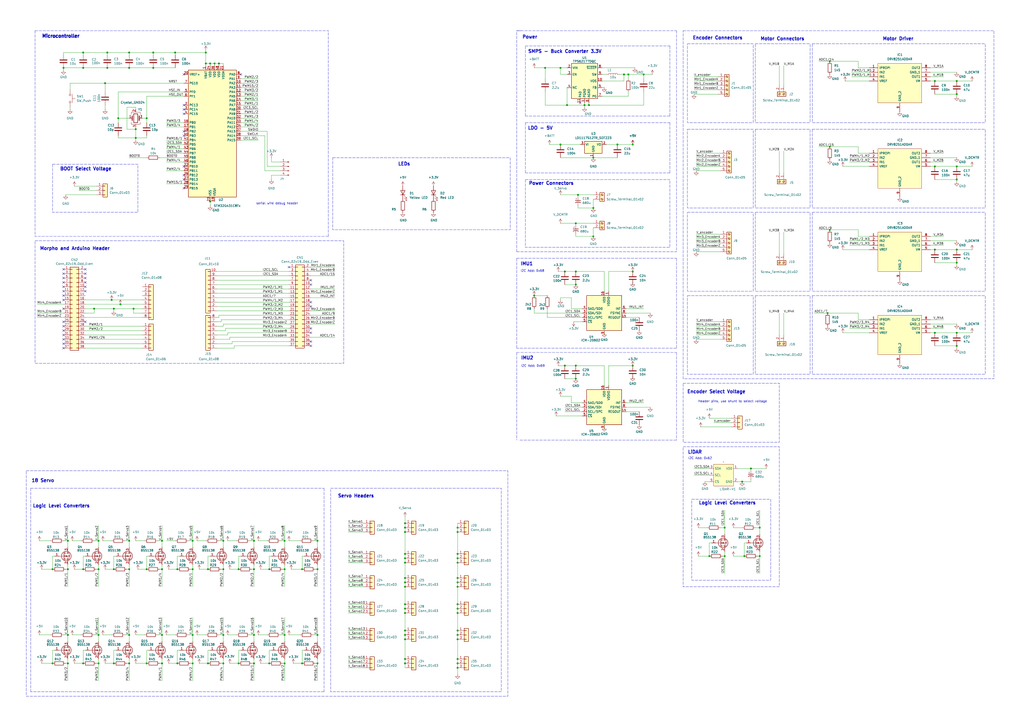
<source format=kicad_sch>
(kicad_sch (version 20231120) (generator "eeschema") (generator_version "8.0")
  (paper "A2")
  (title_block (title "ServoDriver-STM32-Board ") (date "2024-04-01") (rev "1"))
  (junction (at 316.23 39.37))
  (junction (at 66.04 384.81))
  (junction (at 85.09 330.2))
  (junction (at 93.98 330.2))
  (junction (at 265.43 350.52))
  (junction (at 542.29 144.78))
  (junction (at 373.38 43.18))
  (junction (at 57.15 368.3))
  (junction (at 88.9 39.37))
  (junction (at 265.43 323.85))
  (junction (at 102.87 384.81))
  (junction (at 265.43 340.36))
  (junction (at 102.87 330.2))
  (junction (at 74.93 330.2))
  (junction (at 64.77 173.99))
  (junction (at 542.29 193.04))
  (junction (at 344.17 91.44))
  (junction (at 39.37 330.2))
  (junction (at 129.54 313.69))
  (junction (at 420.37 306.07))
  (junction (at 554.99 96.52))
  (junction (at 129.54 368.3))
  (junction (at 74.93 30.48))
  (junction (at 265.43 306.07))
  (junction (at 554.99 104.14))
  (junction (at 234.95 321.31))
  (junction (at 120.65 330.2))
  (junction (at 68.58 68.58))
  (junction (at 265.43 365.76))
  (junction (at 234.95 306.07))
  (junction (at 265.43 355.6))
  (junction (at 309.88 171.45))
  (junction (at 554.99 144.78))
  (junction (at 54.61 179.07))
  (junction (at 341.63 60.96))
  (junction (at 85.09 68.58))
  (junction (at 184.15 313.69))
  (junction (at 101.6 30.48))
  (junction (at 234.95 382.27))
  (junction (at 265.43 335.28))
  (junction (at 165.1 330.2))
  (junction (at 127 36.83))
  (junction (at 339.09 60.96))
  (junction (at 66.04 330.2))
  (junction (at 334.01 157.48))
  (junction (at 265.43 384.81))
  (junction (at 327.66 212.09))
  (junction (at 234.95 308.61))
  (junction (at 57.15 330.2))
  (junction (at 481.33 35.56))
  (junction (at 344.17 137.16))
  (junction (at 147.32 368.3))
  (junction (at 165.1 384.81))
  (junction (at 440.69 306.07))
  (junction (at 234.95 353.06))
  (junction (at 147.32 384.81))
  (junction (at 234.95 355.6))
  (junction (at 39.37 313.69))
  (junction (at 234.95 335.28))
  (junction (at 165.1 368.3))
  (junction (at 111.76 330.2))
  (junction (at 234.95 370.84))
  (junction (at 165.1 313.69))
  (junction (at 93.98 313.69))
  (junction (at 554.99 200.66))
  (junction (at 327.66 157.48))
  (junction (at 74.93 313.69))
  (junction (at 542.29 96.52))
  (junction (at 481.33 133.35))
  (junction (at 93.98 368.3))
  (junction (at 234.95 368.3))
  (junction (at 184.15 384.81))
  (junction (at 57.15 384.81))
  (junction (at 111.76 368.3))
  (junction (at 430.53 279.4))
  (junction (at 335.28 113.03))
  (junction (at 435.61 271.78))
  (junction (at 124.46 36.83))
  (junction (at 74.93 368.3))
  (junction (at 325.12 39.37))
  (junction (at 147.32 313.69))
  (junction (at 184.15 330.2))
  (junction (at 48.26 30.48))
  (junction (at 78.74 74.93))
  (junction (at 111.76 313.69))
  (junction (at 74.93 39.37))
  (junction (at 30.48 384.81))
  (junction (at 74.93 384.81))
  (junction (at 265.43 308.61))
  (junction (at 234.95 384.81))
  (junction (at 62.23 30.48))
  (junction (at 431.8 322.58))
  (junction (at 554.99 152.4))
  (junction (at 364.49 43.18))
  (junction (at 129.54 330.2))
  (junction (at 265.43 387.35))
  (junction (at 48.26 39.37))
  (junction (at 344.17 120.65))
  (junction (at 234.95 303.53))
  (junction (at 66.04 179.07))
  (junction (at 147.32 330.2))
  (junction (at 334.01 129.54))
  (junction (at 480.06 181.61))
  (junction (at 111.76 384.81))
  (junction (at 361.95 43.18))
  (junction (at 129.54 384.81))
  (junction (at 328.93 60.96))
  (junction (at 411.48 322.58))
  (junction (at 60.96 48.26))
  (junction (at 57.15 313.69))
  (junction (at 138.43 330.2))
  (junction (at 367.03 212.09))
  (junction (at 78.74 80.01))
  (junction (at 234.95 323.85))
  (junction (at 265.43 368.3))
  (junction (at 334.01 219.71))
  (junction (at 367.03 83.82))
  (junction (at 138.43 384.81))
  (junction (at 367.03 157.48))
  (junction (at 121.92 116.84))
  (junction (at 69.85 176.53))
  (junction (at 85.09 384.81))
  (junction (at 234.95 340.36))
  (junction (at 175.26 384.81))
  (junction (at 265.43 321.31))
  (junction (at 119.38 30.48))
  (junction (at 265.43 382.27))
  (junction (at 93.98 384.81))
  (junction (at 77.47 179.07))
  (junction (at 48.26 384.81))
  (junction (at 39.37 368.3))
  (junction (at 554.99 193.04))
  (junction (at 265.43 326.39))
  (junction (at 234.95 350.52))
  (junction (at 62.23 39.37))
  (junction (at 234.95 326.39))
  (junction (at 554.99 46.99))
  (junction (at 156.21 330.2))
  (junction (at 175.26 330.2))
  (junction (at 184.15 368.3))
  (junction (at 36.83 39.37))
  (junction (at 119.38 36.83))
  (junction (at 234.95 365.76))
  (junction (at 325.12 83.82))
  (junction (at 121.92 36.83))
  (junction (at 481.33 85.09))
  (junction (at 39.37 384.81))
  (junction (at 265.43 337.82))
  (junction (at 334.01 212.09))
  (junction (at 554.99 54.61))
  (junction (at 156.21 384.81))
  (junction (at 30.48 330.2))
  (junction (at 234.95 337.82))
  (junction (at 88.9 30.48))
  (junction (at 420.37 322.58))
  (junction (at 48.26 330.2))
  (junction (at 120.65 384.81))
  (junction (at 334.01 165.1))
  (junction (at 265.43 370.84))
  (junction (at 440.69 322.58))
  (junction (at 358.14 83.82))
  (junction (at 265.43 353.06))
  (junction (at 542.29 46.99))
  (no_connect (at 180.34 175.26))
  (no_connect (at 36.83 189.23))
  (no_connect (at 36.83 196.85))
  (no_connect (at 36.83 156.21))
  (no_connect (at 180.34 193.04))
  (no_connect (at 106.68 78.74))
  (no_connect (at 49.53 168.91))
  (no_connect (at 106.68 76.2))
  (no_connect (at 106.68 63.5))
  (no_connect (at 106.68 43.18))
  (no_connect (at 36.83 191.77))
  (no_connect (at 36.83 163.83))
  (no_connect (at 36.83 186.69))
  (no_connect (at 36.83 171.45))
  (no_connect (at 180.34 162.56))
  (no_connect (at 49.53 166.37))
  (no_connect (at 180.34 165.1))
  (no_connect (at 106.68 66.04))
  (no_connect (at 49.53 161.29))
  (no_connect (at 36.83 179.07))
  (no_connect (at 106.68 101.6))
  (no_connect (at 106.68 104.14))
  (no_connect (at 36.83 199.39))
  (no_connect (at 36.83 194.31))
  (no_connect (at 106.68 60.96))
  (no_connect (at 167.64 154.94))
  (no_connect (at 36.83 166.37))
  (no_connect (at 106.68 96.52))
  (no_connect (at 36.83 161.29))
  (no_connect (at 49.53 156.21))
  (no_connect (at 36.83 168.91))
  (no_connect (at 180.34 190.5))
  (no_connect (at 106.68 109.22))
  (no_connect (at 49.53 158.75))
  (no_connect (at 49.53 186.69))
  (no_connect (at 36.83 201.93))
  (no_connect (at 49.53 163.83))
  (no_connect (at 180.34 200.66))
  (no_connect (at 36.83 173.99))
  (no_connect (at 180.34 177.8))
  (no_connect (at 139.7 43.18))
  (no_connect (at 36.83 158.75))
  (no_connect (at 180.34 198.12))
  (no_connect (at 336.55 59.69))
  (wire (pts (xy 128.27 185.42) (xy 167.64 185.42)))
  (wire (pts (xy 24.13 384.81) (xy 30.48 384.81)))
  (wire (pts (xy 129.54 368.3) (xy 129.54 372.11)))
  (wire (pts (xy 96.52 313.69) (xy 101.6 313.69)))
  (wire (pts (xy 125.73 170.18) (xy 167.64 170.18)))
  (wire (pts (xy 74.93 30.48) (xy 88.9 30.48)))
  (polyline (pts (xy 392.43 255.27) (xy 300.99 255.27)) (stroke (width 0) (type dash)))
  (wire (pts (xy 318.77 83.82) (xy 325.12 83.82)))
  (wire (pts (xy 403.86 143.51) (xy 417.83 143.51)))
  (wire (pts (xy 412.75 314.96) (xy 411.48 314.96)))
  (wire (pts (xy 91.44 313.69) (xy 93.98 313.69)))
  (polyline (pts (xy 392.43 149.86) (xy 392.43 201.93)) (stroke (width 0) (type dash)))
  (wire (pts (xy 350.52 168.91) (xy 350.52 157.48)))
  (wire (pts (xy 129.54 327.66) (xy 129.54 330.2)))
  (wire (pts (xy 73.66 330.2) (xy 74.93 330.2)))
  (wire (pts (xy 39.37 304.8) (xy 39.37 313.69)))
  (wire (pts (xy 420.37 306.07) (xy 420.37 309.88)))
  (wire (pts (xy 54.61 368.3) (xy 57.15 368.3)))
  (wire (pts (xy 334.01 129.54) (xy 334.01 130.81)))
  (wire (pts (xy 554.99 200.66) (xy 554.99 201.93)))
  (wire (pts (xy 435.61 279.4) (xy 430.53 279.4)))
  (wire (pts (xy 74.93 384.81) (xy 74.93 394.97)))
  (wire (pts (xy 125.73 162.56) (xy 167.64 162.56)))
  (wire (pts (xy 367.03 163.83) (xy 367.03 165.1)))
  (wire (pts (xy 454.66 87.63) (xy 454.66 100.33)))
  (wire (pts (xy 539.75 41.91) (xy 554.99 41.91)))
  (polyline (pts (xy 304.8 67.31) (xy 304.8 26.67)) (stroke (width 0) (type dash)))
  (polyline (pts (xy 190.5 137.16) (xy 20.32 137.16)) (stroke (width 0) (type dash)))
  (wire (pts (xy 36.83 30.48) (xy 48.26 30.48)))
  (wire (pts (xy 91.44 368.3) (xy 93.98 368.3)))
  (wire (pts (xy 147.32 384.81) (xy 147.32 394.97)))
  (wire (pts (xy 201.93 382.27) (xy 210.82 382.27)))
  (wire (pts (xy 139.7 73.66) (xy 149.86 73.66)))
  (wire (pts (xy 74.93 382.27) (xy 74.93 384.81)))
  (wire (pts (xy 49.53 189.23) (xy 82.55 189.23)))
  (wire (pts (xy 403.86 91.44) (xy 417.83 91.44)))
  (wire (pts (xy 39.37 368.3) (xy 39.37 372.11)))
  (wire (pts (xy 78.74 73.66) (xy 78.74 74.93)))
  (wire (pts (xy 234.95 353.06) (xy 234.95 355.6)))
  (wire (pts (xy 184.15 358.14) (xy 184.15 368.3)))
  (wire (pts (xy 49.53 173.99) (xy 64.77 173.99)))
  (wire (pts (xy 36.83 39.37) (xy 36.83 40.64)))
  (wire (pts (xy 93.98 382.27) (xy 93.98 384.81)))
  (wire (pts (xy 542.29 46.99) (xy 554.99 46.99)))
  (wire (pts (xy 21.59 176.53) (xy 36.83 176.53)))
  (wire (pts (xy 57.15 327.66) (xy 57.15 330.2)))
  (wire (pts (xy 162.56 313.69) (xy 165.1 313.69)))
  (polyline (pts (xy 388.62 100.33) (xy 304.8 100.33)) (stroke (width 0) (type dash)))
  (polyline (pts (xy 187.96 401.32) (xy 17.78 401.32)) (stroke (width 0) (type dash)))
  (wire (pts (xy 542.29 54.61) (xy 554.99 54.61)))
  (wire (pts (xy 139.7 81.28) (xy 149.86 81.28)))
  (wire (pts (xy 74.93 327.66) (xy 74.93 330.2)))
  (wire (pts (xy 542.29 152.4) (xy 554.99 152.4)))
  (wire (pts (xy 111.76 330.2) (xy 111.76 340.36)))
  (wire (pts (xy 129.54 382.27) (xy 129.54 384.81)))
  (wire (pts (xy 234.95 384.81) (xy 234.95 387.35)))
  (wire (pts (xy 22.86 313.69) (xy 29.21 313.69)))
  (wire (pts (xy 420.37 320.04) (xy 420.37 322.58)))
  (wire (pts (xy 334.01 157.48) (xy 350.52 157.48)))
  (wire (pts (xy 168.91 330.2) (xy 175.26 330.2)))
  (wire (pts (xy 353.06 157.48) (xy 367.03 157.48)))
  (wire (pts (xy 121.92 116.84) (xy 121.92 119.38)))
  (wire (pts (xy 181.61 313.69) (xy 184.15 313.69)))
  (wire (pts (xy 121.92 377.19) (xy 120.65 377.19)))
  (wire (pts (xy 234.95 308.61) (xy 234.95 321.31)))
  (wire (pts (xy 363.22 181.61) (xy 377.19 181.61)))
  (wire (pts (xy 425.45 322.58) (xy 431.8 322.58)))
  (wire (pts (xy 43.18 330.2) (xy 48.26 330.2)))
  (wire (pts (xy 163.83 384.81) (xy 165.1 384.81)))
  (wire (pts (xy 115.57 384.81) (xy 120.65 384.81)))
  (wire (pts (xy 201.93 370.84) (xy 210.82 370.84)))
  (wire (pts (xy 60.96 48.26) (xy 106.68 48.26)))
  (wire (pts (xy 77.47 181.61) (xy 77.47 179.07)))
  (wire (pts (xy 119.38 36.83) (xy 119.38 38.1)))
  (wire (pts (xy 328.93 60.96) (xy 339.09 60.96)))
  (wire (pts (xy 139.7 322.58) (xy 138.43 322.58)))
  (wire (pts (xy 180.34 180.34) (xy 194.31 180.34)))
  (wire (pts (xy 180.34 157.48) (xy 194.31 157.48)))
  (wire (pts (xy 184.15 313.69) (xy 184.15 317.5)))
  (wire (pts (xy 146.05 384.81) (xy 147.32 384.81)))
  (wire (pts (xy 180.34 154.94) (xy 194.31 154.94)))
  (wire (pts (xy 175.26 377.19) (xy 175.26 384.81)))
  (wire (pts (xy 151.13 330.2) (xy 156.21 330.2)))
  (wire (pts (xy 504.19 88.9) (xy 497.84 88.9)))
  (wire (pts (xy 139.7 48.26) (xy 149.86 48.26)))
  (wire (pts (xy 129.54 189.23) (xy 129.54 187.96)))
  (wire (pts (xy 402.59 46.99) (xy 416.56 46.99)))
  (wire (pts (xy 452.12 38.1) (xy 452.12 49.53)))
  (wire (pts (xy 331.47 179.07) (xy 331.47 172.72)))
  (wire (pts (xy 363.22 179.07) (xy 373.38 179.07)))
  (wire (pts (xy 165.1 304.8) (xy 165.1 313.69)))
  (wire (pts (xy 344.17 91.44) (xy 358.14 91.44)))
  (wire (pts (xy 361.95 43.18) (xy 364.49 43.18)))
  (wire (pts (xy 403.86 194.31) (xy 417.83 194.31)))
  (wire (pts (xy 96.52 106.68) (xy 106.68 106.68)))
  (wire (pts (xy 157.48 93.98) (xy 162.56 93.98)))
  (polyline (pts (xy 17.78 283.21) (xy 17.78 401.32)) (stroke (width 0) (type dash)))
  (wire (pts (xy 331.47 229.87) (xy 325.12 229.87)))
  (wire (pts (xy 96.52 368.3) (xy 101.6 368.3)))
  (wire (pts (xy 363.22 238.76) (xy 370.84 238.76)))
  (wire (pts (xy 78.74 74.93) (xy 78.74 80.01)))
  (wire (pts (xy 147.32 330.2) (xy 147.32 340.36)))
  (wire (pts (xy 102.87 377.19) (xy 102.87 384.81)))
  (wire (pts (xy 309.88 179.07) (xy 309.88 181.61)))
  (wire (pts (xy 139.7 68.58) (xy 149.86 68.58)))
  (wire (pts (xy 88.9 39.37) (xy 101.6 39.37)))
  (wire (pts (xy 327.66 238.76) (xy 337.82 238.76)))
  (wire (pts (xy 67.31 377.19) (xy 66.04 377.19)))
  (wire (pts (xy 353.06 157.48) (xy 353.06 168.91)))
  (polyline (pts (xy 304.8 71.12) (xy 304.8 100.33)) (stroke (width 0) (type dash)))
  (wire (pts (xy 36.83 368.3) (xy 39.37 368.3)))
  (wire (pts (xy 504.19 137.16) (xy 497.84 137.16)))
  (wire (pts (xy 234.95 368.3) (xy 234.95 370.84)))
  (wire (pts (xy 452.12 87.63) (xy 452.12 100.33)))
  (wire (pts (xy 165.1 382.27) (xy 165.1 384.81)))
  (wire (pts (xy 180.34 185.42) (xy 194.31 185.42)))
  (wire (pts (xy 494.03 41.91) (xy 504.19 41.91)))
  (wire (pts (xy 162.56 101.6) (xy 157.48 101.6)))
  (wire (pts (xy 48.26 30.48) (xy 62.23 30.48)))
  (wire (pts (xy 440.69 320.04) (xy 440.69 322.58)))
  (wire (pts (xy 162.56 368.3) (xy 165.1 368.3)))
  (wire (pts (xy 96.52 93.98) (xy 106.68 93.98)))
  (polyline (pts (xy 187.96 283.21) (xy 187.96 401.32)) (stroke (width 0) (type dash)))
  (wire (pts (xy 201.93 321.31) (xy 210.82 321.31)))
  (wire (pts (xy 24.13 330.2) (xy 30.48 330.2)))
  (wire (pts (xy 234.95 350.52) (xy 234.95 353.06)))
  (wire (pts (xy 139.7 58.42) (xy 149.86 58.42)))
  (polyline (pts (xy 392.43 204.47) (xy 392.43 255.27)) (stroke (width 0) (type dash)))
  (wire (pts (xy 334.01 135.89) (xy 334.01 137.16)))
  (wire (pts (xy 316.23 39.37) (xy 325.12 39.37)))
  (wire (pts (xy 132.08 194.31) (xy 132.08 193.04)))
  (polyline (pts (xy 299.72 201.93) (xy 300.99 201.93)) (stroke (width 0) (type dash)))
  (wire (pts (xy 157.48 377.19) (xy 156.21 377.19)))
  (wire (pts (xy 30.48 322.58) (xy 30.48 330.2)))
  (wire (pts (xy 201.93 326.39) (xy 210.82 326.39)))
  (wire (pts (xy 492.76 187.96) (xy 504.19 187.96)))
  (wire (pts (xy 85.09 55.88) (xy 85.09 68.58)))
  (wire (pts (xy 96.52 81.28) (xy 106.68 81.28)))
  (wire (pts (xy 331.47 172.72) (xy 325.12 172.72)))
  (wire (pts (xy 497.84 88.9) (xy 497.84 85.09)))
  (wire (pts (xy 85.09 322.58) (xy 85.09 330.2)))
  (wire (pts (xy 139.7 63.5) (xy 149.86 63.5)))
  (wire (pts (xy 201.93 387.35) (xy 210.82 387.35)))
  (wire (pts (xy 54.61 179.07) (xy 66.04 179.07)))
  (wire (pts (xy 121.92 36.83) (xy 124.46 36.83)))
  (wire (pts (xy 40.64 52.07) (xy 40.64 48.26)))
  (wire (pts (xy 110.49 384.81) (xy 111.76 384.81)))
  (wire (pts (xy 66.04 377.19) (xy 66.04 384.81)))
  (wire (pts (xy 480.06 181.61) (xy 497.84 181.61)))
  (wire (pts (xy 125.73 191.77) (xy 130.81 191.77)))
  (wire (pts (xy 102.87 322.58) (xy 102.87 330.2)))
  (wire (pts (xy 341.63 60.96) (xy 341.63 59.69)))
  (wire (pts (xy 328.93 43.18) (xy 325.12 43.18)))
  (wire (pts (xy 30.48 377.19) (xy 30.48 384.81)))
  (wire (pts (xy 74.93 330.2) (xy 74.93 340.36)))
  (wire (pts (xy 74.93 304.8) (xy 74.93 313.69)))
  (wire (pts (xy 153.67 99.06) (xy 162.56 99.06)))
  (wire (pts (xy 85.09 377.19) (xy 85.09 384.81)))
  (wire (pts (xy 68.58 53.34) (xy 106.68 53.34)))
  (wire (pts (xy 364.49 43.18) (xy 364.49 45.72)))
  (wire (pts (xy 327.66 212.09) (xy 334.01 212.09)))
  (wire (pts (xy 62.23 30.48) (xy 74.93 30.48)))
  (wire (pts (xy 55.88 330.2) (xy 57.15 330.2)))
  (wire (pts (xy 134.62 199.39) (xy 134.62 198.12)))
  (polyline (pts (xy 17.78 283.21) (xy 187.96 283.21)) (stroke (width 0) (type dash)))
  (wire (pts (xy 124.46 36.83) (xy 127 36.83)))
  (polyline (pts (xy 299.72 204.47) (xy 299.72 255.27)) (stroke (width 0) (type dash)))
  (wire (pts (xy 180.34 182.88) (xy 194.31 182.88)))
  (wire (pts (xy 138.43 322.58) (xy 138.43 330.2)))
  (wire (pts (xy 165.1 327.66) (xy 165.1 330.2)))
  (wire (pts (xy 265.43 340.36) (xy 265.43 350.52)))
  (wire (pts (xy 325.12 129.54) (xy 334.01 129.54)))
  (wire (pts (xy 405.13 306.07) (xy 410.21 306.07)))
  (wire (pts (xy 497.84 39.37) (xy 497.84 35.56)))
  (wire (pts (xy 135.89 200.66) (xy 167.64 200.66)))
  (wire (pts (xy 125.73 180.34) (xy 167.64 180.34)))
  (wire (pts (xy 111.76 327.66) (xy 111.76 330.2)))
  (wire (pts (xy 54.61 313.69) (xy 57.15 313.69)))
  (wire (pts (xy 48.26 30.48) (xy 48.26 31.75)))
  (wire (pts (xy 130.81 190.5) (xy 167.64 190.5)))
  (wire (pts (xy 440.69 306.07) (xy 440.69 309.88)))
  (wire (pts (xy 454.66 38.1) (xy 454.66 49.53)))
  (wire (pts (xy 431.8 314.96) (xy 431.8 322.58)))
  (wire (pts (xy 363.22 236.22) (xy 377.19 236.22)))
  (wire (pts (xy 554.99 193.04) (xy 563.88 193.04)))
  (wire (pts (xy 60.96 384.81) (xy 66.04 384.81)))
  (wire (pts (xy 109.22 313.69) (xy 111.76 313.69)))
  (wire (pts (xy 331.47 179.07) (xy 337.82 179.07)))
  (wire (pts (xy 129.54 38.1) (xy 129.54 36.83)))
  (wire (pts (xy 165.1 358.14) (xy 165.1 368.3)))
  (wire (pts (xy 146.05 330.2) (xy 147.32 330.2)))
  (polyline (pts (xy 388.62 67.31) (xy 304.8 67.31)) (stroke (width 0) (type dash)))
  (wire (pts (xy 22.86 368.3) (xy 29.21 368.3)))
  (wire (pts (xy 176.53 377.19) (xy 175.26 377.19)))
  (wire (pts (xy 72.39 368.3) (xy 74.93 368.3)))
  (wire (pts (xy 494.03 44.45) (xy 504.19 44.45)))
  (wire (pts (xy 309.88 181.61) (xy 337.82 181.61)))
  (wire (pts (xy 85.09 78.74) (xy 85.09 80.01)))
  (wire (pts (xy 157.48 101.6) (xy 157.48 104.14)))
  (wire (pts (xy 440.69 295.91) (xy 440.69 306.07)))
  (wire (pts (xy 127 182.88) (xy 167.64 182.88)))
  (wire (pts (xy 163.83 330.2) (xy 165.1 330.2)))
  (wire (pts (xy 349.25 55.88) (xy 364.49 55.88)))
  (wire (pts (xy 184.15 368.3) (xy 184.15 372.11)))
  (wire (pts (xy 67.31 322.58) (xy 66.04 322.58)))
  (wire (pts (xy 439.42 322.58) (xy 440.69 322.58)))
  (wire (pts (xy 234.95 306.07) (xy 234.95 308.61)))
  (wire (pts (xy 201.93 335.28) (xy 210.82 335.28)))
  (wire (pts (xy 93.98 327.66) (xy 93.98 330.2)))
  (wire (pts (xy 427.99 279.4) (xy 430.53 279.4)))
  (wire (pts (xy 325.12 83.82) (xy 336.55 83.82)))
  (wire (pts (xy 31.75 377.19) (xy 30.48 377.19)))
  (wire (pts (xy 373.38 60.96) (xy 341.63 60.96)))
  (wire (pts (xy 201.93 340.36) (xy 210.82 340.36)))
  (wire (pts (xy 539.75 44.45) (xy 547.37 44.45)))
  (wire (pts (xy 38.1 330.2) (xy 39.37 330.2)))
  (wire (pts (xy 504.19 39.37) (xy 497.84 39.37)))
  (polyline (pts (xy 190.5 137.16) (xy 190.5 17.78)) (stroke (width 0) (type dash)))
  (wire (pts (xy 488.95 144.78) (xy 504.19 144.78)))
  (wire (pts (xy 78.74 313.69) (xy 83.82 313.69)))
  (wire (pts (xy 339.09 60.96) (xy 339.09 62.23)))
  (wire (pts (xy 134.62 198.12) (xy 167.64 198.12)))
  (wire (pts (xy 539.75 137.16) (xy 547.37 137.16)))
  (wire (pts (xy 125.73 160.02) (xy 167.64 160.02)))
  (wire (pts (xy 182.88 384.81) (xy 184.15 384.81)))
  (wire (pts (xy 154.94 96.52) (xy 154.94 76.2)))
  (wire (pts (xy 403.86 140.97) (xy 417.83 140.97)))
  (wire (pts (xy 111.76 304.8) (xy 111.76 313.69)))
  (wire (pts (xy 93.98 384.81) (xy 93.98 394.97)))
  (wire (pts (xy 165.1 330.2) (xy 165.1 340.36)))
  (wire (pts (xy 417.83 306.07) (xy 420.37 306.07)))
  (wire (pts (xy 490.22 46.99) (xy 504.19 46.99)))
  (wire (pts (xy 96.52 71.12) (xy 106.68 71.12)))
  (wire (pts (xy 234.95 323.85) (xy 234.95 326.39)))
  (wire (pts (xy 353.06 212.09) (xy 353.06 223.52)))
  (wire (pts (xy 402.59 54.61) (xy 416.56 54.61)))
  (wire (pts (xy 127 184.15) (xy 127 182.88)))
  (wire (pts (xy 93.98 330.2) (xy 93.98 340.36)))
  (wire (pts (xy 492.76 139.7) (xy 504.19 139.7)))
  (wire (pts (xy 488.95 193.04) (xy 504.19 193.04)))
  (wire (pts (xy 492.76 142.24) (xy 504.19 142.24)))
  (wire (pts (xy 157.48 91.44) (xy 157.48 93.98)))
  (wire (pts (xy 85.09 68.58) (xy 85.09 71.12)))
  (wire (pts (xy 96.52 86.36) (xy 106.68 86.36)))
  (wire (pts (xy 156.21 322.58) (xy 156.21 330.2)))
  (wire (pts (xy 132.08 313.69) (xy 137.16 313.69)))
  (polyline (pts (xy 299.72 204.47) (xy 392.43 204.47)) (stroke (width 0) (type dash)))
  (wire (pts (xy 49.53 377.19) (xy 48.26 377.19)))
  (wire (pts (xy 86.36 322.58) (xy 85.09 322.58)))
  (wire (pts (xy 334.01 212.09) (xy 350.52 212.09)))
  (wire (pts (xy 327.66 165.1) (xy 334.01 165.1)))
  (wire (pts (xy 49.53 191.77) (xy 82.55 191.77)))
  (wire (pts (xy 120.65 322.58) (xy 120.65 330.2)))
  (wire (pts (xy 474.98 133.35) (xy 481.33 133.35)))
  (wire (pts (xy 488.95 96.52) (xy 504.19 96.52)))
  (wire (pts (xy 316.23 60.96) (xy 328.93 60.96)))
  (wire (pts (xy 104.14 377.19) (xy 102.87 377.19)))
  (wire (pts (xy 328.93 50.8) (xy 328.93 60.96)))
  (wire (pts (xy 539.75 142.24) (xy 547.37 142.24)))
  (wire (pts (xy 55.88 384.81) (xy 57.15 384.81)))
  (wire (pts (xy 111.76 313.69) (xy 111.76 317.5)))
  (wire (pts (xy 125.73 172.72) (xy 167.64 172.72)))
  (wire (pts (xy 129.54 187.96) (xy 167.64 187.96)))
  (wire (pts (xy 474.98 35.56) (xy 481.33 35.56)))
  (wire (pts (xy 403.86 189.23) (xy 417.83 189.23)))
  (wire (pts (xy 265.43 365.76) (xy 265.43 368.3)))
  (wire (pts (xy 175.26 322.58) (xy 175.26 330.2)))
  (wire (pts (xy 109.22 368.3) (xy 111.76 368.3)))
  (wire (pts (xy 201.93 306.07) (xy 210.82 306.07)))
  (wire (pts (xy 403.86 88.9) (xy 417.83 88.9)))
  (wire (pts (xy 54.61 179.07) (xy 54.61 181.61)))
  (wire (pts (xy 125.73 175.26) (xy 167.64 175.26)))
  (wire (pts (xy 201.93 303.53) (xy 210.82 303.53)))
  (wire (pts (xy 96.52 83.82) (xy 106.68 83.82)))
  (wire (pts (xy 60.96 330.2) (xy 66.04 330.2)))
  (polyline (pts (xy 392.43 201.93) (xy 300.99 201.93)) (stroke (width 0) (type dash)))
  (wire (pts (xy 335.28 119.38) (xy 335.28 120.65)))
  (wire (pts (xy 130.81 191.77) (xy 130.81 190.5)))
  (wire (pts (xy 101.6 31.75) (xy 101.6 30.48)))
  (wire (pts (xy 364.49 55.88) (xy 364.49 53.34)))
  (wire (pts (xy 129.54 313.69) (xy 129.54 317.5)))
  (wire (pts (xy 335.28 113.03) (xy 344.17 113.03)))
  (wire (pts (xy 440.69 322.58) (xy 440.69 332.74)))
  (wire (pts (xy 40.64 62.23) (xy 40.64 63.5)))
  (wire (pts (xy 411.48 242.57) (xy 424.18 242.57)))
  (wire (pts (xy 139.7 53.34) (xy 149.86 53.34)))
  (wire (pts (xy 139.7 66.04) (xy 149.86 66.04)))
  (wire (pts (xy 165.1 384.81) (xy 165.1 394.97)))
  (wire (pts (xy 414.02 245.11) (xy 424.18 245.11)))
  (wire (pts (xy 41.91 368.3) (xy 46.99 368.3)))
  (wire (pts (xy 350.52 247.65) (xy 350.52 248.92)))
  (wire (pts (xy 73.66 62.23) (xy 73.66 74.93)))
  (wire (pts (xy 127 36.83) (xy 127 38.1)))
  (wire (pts (xy 73.66 384.81) (xy 74.93 384.81)))
  (wire (pts (xy 427.99 271.78) (xy 435.61 271.78)))
  (wire (pts (xy 129.54 304.8) (xy 129.54 313.69)))
  (wire (pts (xy 39.37 313.69) (xy 39.37 317.5)))
  (wire (pts (xy 36.83 39.37) (xy 48.26 39.37)))
  (wire (pts (xy 120.65 377.19) (xy 120.65 384.81)))
  (wire (pts (xy 542.29 104.14) (xy 554.99 104.14)))
  (wire (pts (xy 182.88 330.2) (xy 184.15 330.2)))
  (wire (pts (xy 265.43 350.52) (xy 265.43 353.06)))
  (wire (pts (xy 265.43 326.39) (xy 265.43 335.28)))
  (wire (pts (xy 127 368.3) (xy 129.54 368.3)))
  (wire (pts (xy 139.7 60.96) (xy 149.86 60.96)))
  (wire (pts (xy 74.93 68.58) (xy 68.58 68.58)))
  (wire (pts (xy 49.53 184.15) (xy 82.55 184.15)))
  (wire (pts (xy 403.86 93.98) (xy 417.83 93.98)))
  (wire (pts (xy 57.15 313.69) (xy 57.15 317.5)))
  (wire (pts (xy 54.61 181.61) (xy 49.53 181.61)))
  (wire (pts (xy 57.15 358.14) (xy 57.15 368.3)))
  (wire (pts (xy 69.85 176.53) (xy 82.55 176.53)))
  (wire (pts (xy 165.1 368.3) (xy 165.1 372.11)))
  (wire (pts (xy 139.7 76.2) (xy 154.94 76.2)))
  (wire (pts (xy 325.12 91.44) (xy 344.17 91.44)))
  (wire (pts (xy 167.64 313.69) (xy 173.99 313.69)))
  (wire (pts (xy 265.43 303.53) (xy 265.43 306.07)))
  (wire (pts (xy 139.7 55.88) (xy 149.86 55.88)))
  (wire (pts (xy 435.61 278.13) (xy 435.61 279.4)))
  (wire (pts (xy 64.77 173.99) (xy 82.55 173.99)))
  (wire (pts (xy 36.83 31.75) (xy 36.83 30.48)))
  (wire (pts (xy 66.04 179.07) (xy 77.47 179.07)))
  (wire (pts (xy 151.13 384.81) (xy 156.21 384.81)))
  (polyline (pts (xy 299.72 146.05) (xy 392.43 146.05)) (stroke (width 0) (type dash)))
  (wire (pts (xy 317.5 184.15) (xy 337.82 184.15)))
  (wire (pts (xy 180.34 195.58) (xy 194.31 195.58)))
  (wire (pts (xy 139.7 71.12) (xy 149.86 71.12)))
  (wire (pts (xy 149.86 313.69) (xy 154.94 313.69)))
  (wire (pts (xy 170.18 384.81) (xy 175.26 384.81)))
  (wire (pts (xy 402.59 44.45) (xy 416.56 44.45)))
  (wire (pts (xy 57.15 382.27) (xy 57.15 384.81)))
  (wire (pts (xy 111.76 358.14) (xy 111.76 368.3)))
  (wire (pts (xy 48.26 39.37) (xy 62.23 39.37)))
  (polyline (pts (xy 20.32 17.78) (xy 20.32 137.16)) (stroke (width 0) (type dash)))
  (wire (pts (xy 361.95 46.99) (xy 361.95 43.18)))
  (wire (pts (xy 115.57 330.2) (xy 120.65 330.2)))
  (wire (pts (xy 554.99 54.61) (xy 554.99 55.88)))
  (wire (pts (xy 68.58 68.58) (xy 68.58 71.12)))
  (polyline (pts (xy 304.8 26.67) (xy 388.62 26.67)) (stroke (width 0) (type dash)))
  (wire (pts (xy 331.47 233.68) (xy 337.82 233.68)))
  (wire (pts (xy 539.75 39.37) (xy 547.37 39.37)))
  (wire (pts (xy 403.86 96.52) (xy 417.83 96.52)))
  (wire (pts (xy 184.15 384.81) (xy 184.15 394.97)))
  (wire (pts (xy 139.7 377.19) (xy 138.43 377.19)))
  (wire (pts (xy 539.75 187.96) (xy 554.99 187.96)))
  (wire (pts (xy 373.38 43.18) (xy 373.38 45.72)))
  (wire (pts (xy 39.37 327.66) (xy 39.37 330.2)))
  (wire (pts (xy 373.38 53.34) (xy 373.38 60.96)))
  (polyline (pts (xy 392.43 17.78) (xy 392.43 146.05)) (stroke (width 0) (type dash)))
  (wire (pts (xy 39.37 358.14) (xy 39.37 368.3)))
  (wire (pts (xy 180.34 187.96) (xy 194.31 187.96)))
  (wire (pts (xy 335.28 114.3) (xy 335.28 113.03)))
  (wire (pts (xy 86.36 377.19) (xy 85.09 377.19)))
  (wire (pts (xy 350.52 223.52) (xy 350.52 212.09)))
  (wire (pts (xy 265.43 368.3) (xy 265.43 370.84)))
  (wire (pts (xy 481.33 133.35) (xy 497.84 133.35)))
  (wire (pts (xy 403.86 146.05) (xy 417.83 146.05)))
  (wire (pts (xy 144.78 368.3) (xy 147.32 368.3)))
  (wire (pts (xy 62.23 39.37) (xy 74.93 39.37)))
  (wire (pts (xy 147.32 327.66) (xy 147.32 330.2)))
  (wire (pts (xy 127 313.69) (xy 129.54 313.69)))
  (wire (pts (xy 49.53 201.93) (xy 82.55 201.93)))
  (wire (pts (xy 92.71 384.81) (xy 93.98 384.81)))
  (wire (pts (xy 234.95 326.39) (xy 234.95 335.28)))
  (wire (pts (xy 93.98 368.3) (xy 93.98 372.11)))
  (wire (pts (xy 309.88 171.45) (xy 317.5 171.45)))
  (wire (pts (xy 97.79 384.81) (xy 102.87 384.81)))
  (wire (pts (xy 74.93 30.48) (xy 74.93 31.75)))
  (wire (pts (xy 472.44 181.61) (xy 480.06 181.61)))
  (wire (pts (xy 80.01 330.2) (xy 85.09 330.2)))
  (wire (pts (xy 49.53 176.53) (xy 69.85 176.53)))
  (wire (pts (xy 147.32 368.3) (xy 147.32 372.11)))
  (wire (pts (xy 539.75 185.42) (xy 547.37 185.42)))
  (wire (pts (xy 420.37 295.91) (xy 420.37 306.07)))
  (wire (pts (xy 125.73 186.69) (xy 128.27 186.69)))
  (wire (pts (xy 201.93 355.6) (xy 210.82 355.6)))
  (wire (pts (xy 96.52 73.66) (xy 106.68 73.66)))
  (wire (pts (xy 481.33 35.56) (xy 497.84 35.56)))
  (wire (pts (xy 88.9 30.48) (xy 88.9 31.75)))
  (wire (pts (xy 363.22 184.15) (xy 370.84 184.15)))
  (wire (pts (xy 147.32 313.69) (xy 147.32 317.5)))
  (wire (pts (xy 539.75 139.7) (xy 554.99 139.7)))
  (wire (pts (xy 165.1 313.69) (xy 165.1 317.5)))
  (wire (pts (xy 539.75 91.44) (xy 554.99 91.44)))
  (wire (pts (xy 129.54 358.14) (xy 129.54 368.3)))
  (wire (pts (xy 265.43 321.31) (xy 265.43 323.85)))
  (wire (pts (xy 57.15 384.81) (xy 57.15 394.97)))
  (wire (pts (xy 96.52 88.9) (xy 106.68 88.9)))
  (wire (pts (xy 539.75 144.78) (xy 542.29 144.78)))
  (wire (pts (xy 539.75 46.99) (xy 542.29 46.99)))
  (wire (pts (xy 201.93 308.61) (xy 210.82 308.61)))
  (wire (pts (xy 542.29 200.66) (xy 554.99 200.66)))
  (wire (pts (xy 408.94 279.4) (xy 411.48 279.4)))
  (wire (pts (xy 111.76 368.3) (xy 111.76 372.11)))
  (wire (pts (xy 39.37 382.27) (xy 39.37 384.81)))
  (polyline (pts (xy 299.72 17.78) (xy 302.26 17.78)))
  (wire (pts (xy 201.93 323.85) (xy 210.82 323.85)))
  (wire (pts (xy 350.52 193.04) (xy 350.52 194.31)))
  (wire (pts (xy 539.75 96.52) (xy 542.29 96.52)))
  (wire (pts (xy 114.3 368.3) (xy 119.38 368.3)))
  (wire (pts (xy 125.73 157.48) (xy 167.64 157.48)))
  (wire (pts (xy 139.7 50.8) (xy 149.86 50.8)))
  (wire (pts (xy 323.85 212.09) (xy 327.66 212.09)))
  (wire (pts (xy 435.61 271.78) (xy 444.5 271.78)))
  (polyline (pts (xy 299.72 149.86) (xy 392.43 149.86)) (stroke (width 0) (type dash)))
  (wire (pts (xy 49.53 322.58) (xy 48.26 322.58)))
  (wire (pts (xy 54.61 179.07) (xy 49.53 179.07)))
  (wire (pts (xy 554.99 96.52) (xy 563.88 96.52)))
  (wire (pts (xy 234.95 299.72) (xy 234.95 303.53)))
  (wire (pts (xy 180.34 167.64) (xy 194.31 167.64)))
  (wire (pts (xy 351.79 83.82) (xy 358.14 83.82)))
  (wire (pts (xy 339.09 60.96) (xy 339.09 59.69)))
  (wire (pts (xy 41.91 313.69) (xy 46.99 313.69)))
  (wire (pts (xy 128.27 330.2) (xy 129.54 330.2)))
  (wire (pts (xy 474.98 85.09) (xy 481.33 85.09)))
  (wire (pts (xy 454.66 134.62) (xy 454.66 147.32)))
  (wire (pts (xy 121.92 36.83) (xy 121.92 38.1)))
  (wire (pts (xy 492.76 190.5) (xy 504.19 190.5)))
  (wire (pts (xy 349.25 50.8) (xy 350.52 50.8)))
  (wire (pts (xy 62.23 30.48) (xy 62.23 31.75)))
  (wire (pts (xy 234.95 370.84) (xy 234.95 382.27)))
  (wire (pts (xy 325.12 172.72) (xy 325.12 173.99)))
  (wire (pts (xy 101.6 30.48) (xy 119.38 30.48)))
  (wire (pts (xy 373.38 43.18) (xy 378.46 43.18)))
  (wire (pts (xy 114.3 313.69) (xy 119.38 313.69)))
  (wire (pts (xy 367.03 218.44) (xy 367.03 219.71)))
  (wire (pts (xy 125.73 165.1) (xy 167.64 165.1)))
  (wire (pts (xy 402.59 49.53) (xy 416.56 49.53)))
  (wire (pts (xy 68.58 80.01) (xy 78.74 80.01)))
  (polyline (pts (xy 388.62 71.12) (xy 388.62 100.33)) (stroke (width 0) (type dash)))
  (wire (pts (xy 402.59 52.07) (xy 416.56 52.07)))
  (wire (pts (xy 344.17 120.65) (xy 344.17 115.57)))
  (wire (pts (xy 234.95 365.76) (xy 234.95 368.3)))
  (wire (pts (xy 39.37 384.81) (xy 39.37 394.97)))
  (wire (pts (xy 265.43 337.82) (xy 265.43 340.36)))
  (wire (pts (xy 265.43 370.84) (xy 265.43 382.27)))
  (wire (pts (xy 497.84 185.42) (xy 497.84 181.61)))
  (wire (pts (xy 234.95 303.53) (xy 234.95 306.07)))
  (wire (pts (xy 234.95 321.31) (xy 234.95 323.85)))
  (wire (pts (xy 111.76 384.81) (xy 111.76 394.97)))
  (wire (pts (xy 184.15 330.2) (xy 184.15 340.36)))
  (wire (pts (xy 405.13 322.58) (xy 411.48 322.58)))
  (wire (pts (xy 364.49 43.18) (xy 373.38 43.18)))
  (wire (pts (xy 454.66 181.61) (xy 454.66 194.31)))
  (wire (pts (xy 265.43 353.06) (xy 265.43 355.6)))
  (wire (pts (xy 327.66 157.48) (xy 334.01 157.48)))
  (wire (pts (xy 156.21 377.19) (xy 156.21 384.81)))
  (wire (pts (xy 201.93 384.81) (xy 210.82 384.81)))
  (wire (pts (xy 334.01 129.54) (xy 344.17 129.54)))
  (wire (pts (xy 104.14 322.58) (xy 102.87 322.58)))
  (wire (pts (xy 21.59 184.15) (xy 36.83 184.15)))
  (wire (pts (xy 138.43 377.19) (xy 138.43 384.81)))
  (wire (pts (xy 78.74 63.5) (xy 78.74 62.23)))
  (wire (pts (xy 59.69 368.3) (xy 64.77 368.3)))
  (wire (pts (xy 96.52 99.06) (xy 106.68 99.06)))
  (wire (pts (xy 82.55 68.58) (xy 85.09 68.58)))
  (wire (pts (xy 353.06 212.09) (xy 367.03 212.09)))
  (wire (pts (xy 78.74 80.01) (xy 85.09 80.01)))
  (wire (pts (xy 49.53 199.39) (xy 82.55 199.39)))
  (wire (pts (xy 184.15 327.66) (xy 184.15 330.2)))
  (wire (pts (xy 201.93 350.52) (xy 210.82 350.52)))
  (wire (pts (xy 133.35 195.58) (xy 167.64 195.58)))
  (wire (pts (xy 78.74 80.01) (xy 78.74 81.28)))
  (wire (pts (xy 335.28 120.65) (xy 344.17 120.65)))
  (wire (pts (xy 57.15 330.2) (xy 57.15 340.36)))
  (wire (pts (xy 110.49 330.2) (xy 111.76 330.2)))
  (wire (pts (xy 265.43 382.27) (xy 265.43 384.81)))
  (wire (pts (xy 554.99 144.78) (xy 563.88 144.78)))
  (wire (pts (xy 322.58 241.3) (xy 337.82 241.3)))
  (wire (pts (xy 43.18 384.81) (xy 48.26 384.81)))
  (wire (pts (xy 57.15 368.3) (xy 57.15 372.11)))
  (wire (pts (xy 125.73 199.39) (xy 134.62 199.39)))
  (wire (pts (xy 59.69 313.69) (xy 64.77 313.69)))
  (wire (pts (xy 265.43 306.07) (xy 265.43 308.61)))
  (wire (pts (xy 402.59 275.59) (xy 411.48 275.59)))
  (wire (pts (xy 49.53 194.31) (xy 82.55 194.31)))
  (wire (pts (xy 332.74 186.69) (xy 337.82 186.69)))
  (wire (pts (xy 438.15 306.07) (xy 440.69 306.07)))
  (wire (pts (xy 66.04 179.07) (xy 66.04 180.34)))
  (wire (pts (xy 66.04 322.58) (xy 66.04 330.2)))
  (wire (pts (xy 542.29 193.04) (xy 554.99 193.04)))
  (wire (pts (xy 403.86 99.06) (xy 417.83 99.06)))
  (wire (pts (xy 43.18 107.95) (xy 55.88 107.95)))
  (wire (pts (xy 367.03 83.82) (xy 358.14 83.82)))
  (wire (pts (xy 92.71 330.2) (xy 93.98 330.2)))
  (wire (pts (xy 133.35 330.2) (xy 138.43 330.2)))
  (wire (pts (xy 78.74 62.23) (xy 73.66 62.23)))
  (wire (pts (xy 452.12 181.61) (xy 452.12 194.31)))
  (wire (pts (xy 344.17 137.16) (xy 344.17 132.08)))
  (wire (pts (xy 72.39 313.69) (xy 74.93 313.69)))
  (wire (pts (xy 234.95 337.82) (xy 234.95 340.36)))
  (wire (pts (xy 323.85 157.48) (xy 327.66 157.48)))
  (wire (pts (xy 38.1 113.03) (xy 55.88 113.03)))
  (wire (pts (xy 149.86 368.3) (xy 154.94 368.3)))
  (wire (pts (xy 88.9 30.48) (xy 101.6 30.48)))
  (wire (pts (xy 234.95 382.27) (xy 234.95 384.81)))
  (wire (pts (xy 36.83 313.69) (xy 39.37 313.69)))
  (wire (pts (xy 265.43 387.35) (xy 265.43 391.16)))
  (wire (pts (xy 78.74 368.3) (xy 83.82 368.3)))
  (wire (pts (xy 82.55 181.61) (xy 77.47 181.61)))
  (wire (pts (xy 325.12 113.03) (xy 335.28 113.03)))
  (wire (pts (xy 128.27 384.81) (xy 129.54 384.81)))
  (wire (pts (xy 48.26 322.58) (xy 48.26 330.2)))
  (wire (pts (xy 309.88 39.37) (xy 316.23 39.37)))
  (wire (pts (xy 121.92 322.58) (xy 120.65 322.58)))
  (wire (pts (xy 325.12 43.18) (xy 325.12 39.37)))
  (wire (pts (xy 403.86 196.85) (xy 417.83 196.85)))
  (wire (pts (xy 167.64 368.3) (xy 173.99 368.3)))
  (wire (pts (xy 327.66 219.71) (xy 334.01 219.71)))
  (wire (pts (xy 93.98 304.8) (xy 93.98 313.69)))
  (wire (pts (xy 492.76 93.98) (xy 504.19 93.98)))
  (wire (pts (xy 234.95 335.28) (xy 234.95 337.82)))
  (wire (pts (xy 57.15 304.8) (xy 57.15 313.69)))
  (wire (pts (xy 452.12 134.62) (xy 452.12 147.32)))
  (wire (pts (xy 129.54 330.2) (xy 129.54 340.36)))
  (wire (pts (xy 334.01 137.16) (xy 344.17 137.16)))
  (polyline (pts (xy 299.72 146.05) (xy 299.72 17.78)) (stroke (width 0) (type dash)))
  (wire (pts (xy 49.53 196.85) (xy 82.55 196.85)))
  (wire (pts (xy 316.23 39.37) (xy 316.23 45.72)))
  (wire (pts (xy 157.48 322.58) (xy 156.21 322.58)))
  (wire (pts (xy 176.53 322.58) (xy 175.26 322.58)))
  (wire (pts (xy 133.35 384.81) (xy 138.43 384.81)))
  (wire (pts (xy 497.84 137.16) (xy 497.84 133.35)))
  (wire (pts (xy 111.76 382.27) (xy 111.76 384.81)))
  (wire (pts (xy 38.1 384.81) (xy 39.37 384.81)))
  (wire (pts (xy 201.93 337.82) (xy 210.82 337.82)))
  (wire (pts (xy 133.35 196.85) (xy 133.35 195.58)))
  (wire (pts (xy 349.25 43.18) (xy 351.79 43.18)))
  (wire (pts (xy 129.54 36.83) (xy 127 36.83)))
  (wire (pts (xy 125.73 184.15) (xy 127 184.15)))
  (wire (pts (xy 539.75 88.9) (xy 547.37 88.9)))
  (wire (pts (xy 125.73 196.85) (xy 133.35 196.85)))
  (wire (pts (xy 125.73 189.23) (xy 129.54 189.23)))
  (wire (pts (xy 21.59 181.61) (xy 36.83 181.61)))
  (wire (pts (xy 542.29 144.78) (xy 554.99 144.78)))
  (polyline (pts (xy 388.62 26.67) (xy 388.62 67.31)) (stroke (width 0) (type dash)))
  (wire (pts (xy 363.22 233.68) (xy 373.38 233.68)))
  (wire (pts (xy 265.43 308.61) (xy 265.43 321.31)))
  (wire (pts (xy 48.26 377.19) (xy 48.26 384.81)))
  (wire (pts (xy 201.93 368.3) (xy 210.82 368.3)))
  (wire (pts (xy 60.96 60.96) (xy 60.96 63.5)))
  (wire (pts (xy 92.71 91.44) (xy 106.68 91.44)))
  (wire (pts (xy 147.32 382.27) (xy 147.32 384.81)))
  (wire (pts (xy 93.98 358.14) (xy 93.98 368.3)))
  (wire (pts (xy 403.86 138.43) (xy 417.83 138.43)))
  (wire (pts (xy 435.61 271.78) (xy 435.61 273.05)))
  (wire (pts (xy 128.27 186.69) (xy 128.27 185.42)))
  (wire (pts (xy 68.58 78.74) (xy 68.58 80.01)))
  (wire (pts (xy 129.54 384.81) (xy 129.54 394.97)))
  (polyline (pts (xy 299.72 149.86) (xy 299.72 201.93)) (stroke (width 0) (type dash)))
  (wire (pts (xy 403.86 186.69) (xy 417.83 186.69)))
  (wire (pts (xy 73.66 74.93) (xy 78.74 74.93)))
  (wire (pts (xy 359.41 43.18) (xy 361.95 43.18)))
  (wire (pts (xy 181.61 368.3) (xy 184.15 368.3)))
  (wire (pts (xy 78.74 384.81) (xy 85.09 384.81)))
  (wire (pts (xy 327.66 236.22) (xy 337.82 236.22)))
  (wire (pts (xy 74.93 358.14) (xy 74.93 368.3)))
  (wire (pts (xy 132.08 193.04) (xy 167.64 193.04)))
  (wire (pts (xy 411.48 314.96) (xy 411.48 322.58)))
  (wire (pts (xy 119.38 36.83) (xy 121.92 36.83)))
  (wire (pts (xy 234.95 340.36) (xy 234.95 350.52)))
  (wire (pts (xy 93.98 313.69) (xy 93.98 317.5)))
  (wire (pts (xy 180.34 160.02) (xy 194.31 160.02)))
  (wire (pts (xy 403.86 135.89) (xy 417.83 135.89)))
  (wire (pts (xy 542.29 96.52) (xy 554.99 96.52)))
  (wire (pts (xy 139.7 45.72) (xy 149.86 45.72)))
  (polyline (pts (xy 304.8 71.12) (xy 388.62 71.12)) (stroke (width 0) (type dash)))
  (wire (pts (xy 125.73 194.31) (xy 132.08 194.31)))
  (wire (pts (xy 331.47 233.68) (xy 331.47 229.87)))
  (wire (pts (xy 425.45 306.07) (xy 430.53 306.07)))
  (wire (pts (xy 139.7 78.74) (xy 153.67 78.74)))
  (wire (pts (xy 504.19 185.42) (xy 497.84 185.42)))
  (wire (pts (xy 60.96 48.26) (xy 60.96 53.34)))
  (wire (pts (xy 325.12 39.37) (xy 328.93 39.37)))
  (wire (pts (xy 349.25 39.37) (xy 368.3 39.37)))
  (wire (pts (xy 265.43 384.81) (xy 265.43 387.35)))
  (wire (pts (xy 147.32 358.14) (xy 147.32 368.3)))
  (wire (pts (xy 234.95 355.6) (xy 234.95 365.76)))
  (wire (pts (xy 420.37 322.58) (xy 420.37 332.74)))
  (wire (pts (xy 119.38 30.48) (xy 119.38 29.21)))
  (wire (pts (xy 125.73 201.93) (xy 135.89 201.93)))
  (wire (pts (xy 265.43 323.85) (xy 265.43 326.39)))
  (wire (pts (xy 68.58 68.58) (xy 68.58 53.34)))
  (wire (pts (xy 317.5 179.07) (xy 317.5 184.15)))
  (wire (pts (xy 40.64 48.26) (xy 60.96 48.26)))
  (wire (pts (xy 406.4 247.65) (xy 424.18 247.65)))
  (wire (pts (xy 125.73 177.8) (xy 167.64 177.8)))
  (wire (pts (xy 74.93 39.37) (xy 88.9 39.37)))
  (wire (pts (xy 31.75 322.58) (xy 30.48 322.58)))
  (wire (pts (xy 39.37 330.2) (xy 39.37 340.36)))
  (wire (pts (xy 74.93 91.44) (xy 85.09 91.44)))
  (wire (pts (xy 316.23 53.34) (xy 316.23 60.96)))
  (wire (pts (xy 265.43 355.6) (xy 265.43 365.76)))
  (wire (pts (xy 539.75 190.5) (xy 547.37 190.5)))
  (wire (pts (xy 74.93 313.69) (xy 74.93 317.5)))
  (wire (pts (xy 539.75 193.04) (xy 542.29 193.04)))
  (wire (pts (xy 339.09 60.96) (xy 341.63 60.96)))
  (wire (pts (xy 539.75 93.98) (xy 547.37 93.98)))
  (wire (pts (xy 402.59 271.78) (xy 411.48 271.78)))
  (wire (pts (xy 77.47 179.07) (xy 82.55 179.07)))
  (wire (pts (xy 132.08 368.3) (xy 137.16 368.3)))
  (wire (pts (xy 184.15 304.8) (xy 184.15 313.69)))
  (wire (pts (xy 121.92 116.84) (xy 124.46 116.84)))
  (wire (pts (xy 201.93 365.76) (xy 210.82 365.76)))
  (polyline (pts (xy 20.32 17.78) (xy 190.5 17.78)) (stroke (width 0) (type dash)))
  (wire (pts (xy 554.99 46.99) (xy 563.88 46.99)))
  (wire (pts (xy 433.07 314.96) (xy 431.8 314.96)))
  (wire (pts (xy 135.89 201.93) (xy 135.89 200.66)))
  (wire (pts (xy 74.93 368.3) (xy 74.93 372.11)))
  (wire (pts (xy 144.78 313.69) (xy 147.32 313.69)))
  (polyline (pts (xy 299.72 17.78) (xy 392.43 17.78)) (stroke (width 0) (type dash)))
  (wire (pts (xy 154.94 96.52) (xy 162.56 96.52)))
  (wire (pts (xy 201.93 353.06) (xy 210.82 353.06)))
  (wire (pts (xy 481.33 85.09) (xy 497.84 85.09)))
  (wire (pts (xy 419.1 322.58) (xy 420.37 322.58)))
  (wire (pts (xy 124.46 36.83) (xy 124.46 38.1)))
  (wire (pts (xy 85.09 55.88) (xy 106.68 55.88)))
  (wire (pts (xy 147.32 304.8) (xy 147.32 313.69)))
  (wire (pts (xy 153.67 99.06) (xy 153.67 78.74)))
  (wire (pts (xy 180.34 172.72) (xy 194.31 172.72)))
  (wire (pts (xy 554.99 152.4) (xy 554.99 153.67)))
  (wire (pts (xy 119.38 30.48) (xy 119.38 36.83)))
  (wire (pts (xy 492.76 91.44) (xy 504.19 91.44)))
  (wire (pts (xy 403.86 191.77) (xy 417.83 191.77)))
  (wire (pts (xy 184.15 382.27) (xy 184.15 384.81)))
  (wire (pts (xy 125.73 167.64) (xy 167.64 167.64)))
  (wire (pts (xy 97.79 330.2) (xy 102.87 330.2)))
  (wire (pts (xy 349.25 46.99) (xy 361.95 46.99)))
  (wire (pts (xy 180.34 170.18) (xy 194.31 170.18)))
  (wire (pts (xy 45.72 110.49) (xy 55.88 110.49)))
  (wire (pts (xy 554.99 104.14) (xy 554.99 105.41)))
  (wire (pts (xy 265.43 335.28) (xy 265.43 337.82)))
  (rectangle (start 398.78 123.19) (end 436.88 168.91) (stroke (width 0) (type dash)))
  (rectangle (start 438.15 74.93) (end 469.9 120.65) (stroke (width 0) (type dash)))
  (rectangle (start 574.04 219.71) (end 574.04 219.71))
  (rectangle (start 398.78 25.4) (end 436.88 71.12) (stroke (width 0) (type dash)))
  (rectangle (start 438.15 25.4) (end 469.9 71.12) (stroke (width 0) (type dash)))
  (rectangle (start 438.15 123.19) (end 469.9 168.91) (stroke (width 0) (type dash)))
  (rectangle (start 396.24 17.78) (end 576.58 219.71) (stroke (width 0) (type dash)))
  (rectangle (start 30.48 95.25) (end 80.01 123.19) (stroke (width 0) (type dash)))
  (rectangle (start 396.24 222.25) (end 452.12 256.54) (stroke (width 0) (type dash)))
  (rectangle (start 396.24 259.08) (end 452.12 340.36) (stroke (width 0) (type dash)))
  (rectangle (start 304.8 104.14) (end 388.62 143.51) (stroke (width 0) (type dash)))
  (rectangle (start 471.17 171.45) (end 571.5 217.17) (stroke (width 0) (type dash)))
  (rectangle (start 398.78 74.93) (end 436.88 120.65) (stroke (width 0) (type dash)))
  (rectangle (start 193.04 91.44) (end 295.91 133.35) (stroke (width 0) (type dash)))
  (rectangle (start 471.17 123.19) (end 571.5 168.91) (stroke (width 0) (type dash)))
  (rectangle (start 471.17 25.4) (end 571.5 71.12) (stroke (width 0) (type dash)))
  (rectangle (start 398.78 171.45) (end 436.88 217.17) (stroke (width 0) (type dash)))
  (rectangle (start 20.32 139.7) (end 199.39 210.82) (stroke (width 0) (type dash)))
  (rectangle (start 401.32 289.56) (end 447.04 336.55) (stroke (width 0) (type dash)))
  (rectangle (start 438.15 171.45) (end 469.9 217.17) (stroke (width 0) (type dash)))
  (rectangle (start 471.17 74.93) (end 571.5 120.65) (stroke (width 0) (type dash)))
  (rectangle (start 15.24 273.05) (end 294.64 403.86) (stroke (width 0) (type dash)))
  (rectangle (start 191.77 283.21) (end 290.83 401.32) (stroke (width 0) (type dash)))
  (text "Encoder Connectors" (at 416.306 22.098 0) (effects (font (size 1.905 1.905) (thickness 0.381) (bold yes))))
  (text "Servo Headers\n" (at 206.502 287.782 0) (effects (font (size 1.905 1.905) (thickness 0.381) (bold yes))))
  (text "Logic Level Converters\n\n\n\n\n" (at 35.56 299.72 0) (effects (font (size 1.905 1.905) (thickness 0.381) (bold yes))))
  (text "Power Connectors\n\n" (at 319.786 107.95 0) (effects (font (size 1.905 1.905) (thickness 0.381) (bold yes))))
  (text "Encoder Select Voltage" (at 415.544 227.33 0) (effects (font (size 1.905 1.905) (thickness 0.381) (bold yes))))
  (text "I2C Add: 0x69" (at 309.118 212.344 0) (effects (font (size 1.27 1.27))))
  (text "LiDAR\n" (at 403.098 262.382 0) (effects (font (size 1.905 1.905) (thickness 0.381) (bold yes))))
  (text "LDO - 5V\n" (at 313.436 74.422 0) (effects (font (size 1.905 1.905) (thickness 0.381) (bold yes))))
  (text "BOOT Select Voltage" (at 49.784 98.044 0) (effects (font (size 1.905 1.905) (thickness 0.381) (bold yes))))
  (text "IMU2\n\n\n\n" (at 305.816 212.344 0) (effects (font (size 1.905 1.905) (thickness 0.381) (bold yes))))
  (text "LEDs" (at 234.442 95.25 0) (effects (font (size 1.905 1.905) (thickness 0.381) (bold yes))))
  (text "Logic Level Converters\n\n" (at 421.894 293.37 0) (effects (font (size 1.905 1.905) (thickness 0.381) (bold yes))))
  (text "serial wire debug header\n" (at 160.782 118.11 0) (effects (font (size 1.27 1.27))))
  (text "I2C Add: 0x62" (at 406.146 265.938 0) (effects (font (size 1.27 1.27))))
  (text "Power\n" (at 307.34 21.59 0) (effects (font (size 1.905 1.905) (thickness 0.381) (bold yes))))
  (text "SMPS - Buck Converter 3.3V\n\n\n" (at 327.66 33.02 0) (effects (font (size 1.905 1.905) (thickness 0.381) (bold yes))))
  (text "I2C Add: 0x68" (at 308.864 157.226 0) (effects (font (size 1.27 1.27))))
  (text "Header pins, use shunt to select voltage\n" (at 424.942 232.918 0) (effects (font (size 1.27 1.27))))
  (text "Motor Driver \n" (at 521.716 22.606 0) (effects (font (size 1.905 1.905) (thickness 0.381) (bold yes))))
  (text "Microcontroller\n" (at 35.306 21.082 0) (effects (font (size 1.905 1.905) (thickness 0.508) (bold yes))))
  (text "IMU1\n\n\n\n" (at 305.562 157.734 0) (effects (font (size 1.905 1.905) (thickness 0.381) (bold yes))))
  (text "18 Servo" (at 24.892 278.892 0) (effects (font (size 1.905 1.905) (thickness 0.381) (bold yes))))
  (text "Motor Connectors\n" (at 453.898 22.606 0) (effects (font (size 1.905 1.905) (thickness 0.381) (bold yes))))
  (text "Morpho and Arduino Header" (at 43.434 144.272 0) (effects (font (size 1.905 1.905) (thickness 0.381) (bold yes))))
  (label "Mtr3_EncoderA" (at 403.86 138.43 0))
  (label "V_Servo2" (at 57.15 304.8 270))
  (label "HSE_OUT" (at 97.79 55.88 0))
  (label "PWM4{slash}1_M2" (at 152.4 175.26 0))
  (label "V_M2A" (at 547.37 88.9 180))
  (label "V_M4A" (at 547.37 185.42 180))
  (label "V_M2A" (at 454.66 87.63 0))
  (label "PWM1{slash}2_M3" (at 152.4 180.34 0))
  (label "V_Servo16" (at 201.93 382.27 0))
  (label "V_M4B" (at 547.37 190.5 180))
  (label "V_Servo6" (at 201.93 326.39 0))
  (label "V_Servo4" (at 93.98 304.8 270))
  (label "Mtr4_EncoderB" (at 403.86 191.77 0))
  (label "V_Servo3" (at 74.93 304.8 270))
  (label "BOOT0" (at 45.72 110.49 0))
  (label "PWM15{slash}2" (at 149.86 50.8 180))
  (label "V_Servo18" (at 201.93 387.35 0))
  (label "PWM2{slash}2" (at 149.86 45.72 180))
  (label "V_Servo7" (at 201.93 335.28 0))
  (label "V_encoder" (at 402.59 44.45 0))
  (label "V_M3B" (at 547.37 142.24 180))
  (label "V_Servo1" (at 201.93 303.53 0))
  (label "Mtr3_EncoderZ" (at 152.4 187.96 0))
  (label "PWM4{slash}2" (at 111.76 394.97 90))
  (label "V_Servo4" (at 201.93 321.31 0))
  (label "Mtr3_EncoderB" (at 152.4 193.04 0))
  (label "Mtr4_EncoderA" (at 21.59 176.53 0))
  (label "PWM3{slash}3" (at 57.15 394.97 90))
  (label "PWM3{slash}1_M1" (at 152.4 170.18 0))
  (label "V_Servo9" (at 184.15 304.8 270))
  (label "+5V" (at 96.52 313.69 0))
  (label "V_Servo15" (at 129.54 358.14 270))
  (label "I2C1_SCL" (at 327.66 184.15 0))
  (label "V_Servo17" (at 165.1 358.14 270))
  (label "PWM3{slash}2_M2" (at 492.76 93.98 0))
  (label "Mtr4_EncoderZ" (at 403.86 194.31 0))
  (label "V_Servo5" (at 201.93 323.85 0))
  (label "V_encoder" (at 403.86 88.9 0))
  (label "PWM1{slash}2" (at 57.15 340.36 90))
  (label "V_Servo7" (at 147.32 304.8 270))
  (label "V_Servo15" (at 201.93 370.84 0))
  (label "I2C1_SCL" (at 440.69 295.91 270))
  (label "V_Servo18" (at 184.15 358.14 270))
  (label "ADC1{slash}9" (at 194.31 182.88 180))
  (label "IMU2_INT" (at 194.31 172.72 180))
  (label "PWM15{slash}2" (at 165.1 394.97 90))
  (label "Mtr2_EncoderB" (at 194.31 185.42 180))
  (label "V_M3B" (at 452.12 134.62 180))
  (label "PWM3{slash}2" (at 39.37 394.97 90))
  (label "V_Servo14" (at 111.76 358.14 270))
  (label "V_Servo14" (at 201.93 368.3 0))
  (label "I2C3_SDA" (at 402.59 271.78 0))
  (label "ADC1{slash}7" (at 152.4 172.72 0))
  (label "V_encoder" (at 403.86 135.89 0))
  (label "IMU1_INT" (at 194.31 167.64 180))
  (label "I2C3_SCL" (at 149.86 63.5 180))
  (label "PWM1{slash}4" (at 149.86 71.12 180))
  (label "V_Servo16" (at 147.32 358.14 270))
  (label "V_M3A" (at 547.37 137.16 180))
  (label "V_Servo3" (at 201.93 308.61 0))
  (label "PWM3{slash}2_M4" (at 492.76 190.5 0))
  (label "V_Servo6" (at 129.54 304.8 270))
  (label "PWM2{slash}1_M1" (at 152.4 167.64 0))
  (label "Mtr2_EncoderA" (at 194.31 180.34 180))
  (label "PWM2{slash}3" (at 149.86 48.26 180))
  (label "PWM2{slash}2" (at 129.54 340.36 90))
  (label "V_encoder" (at 403.86 186.69 0))
  (label "NRST" (at 97.79 48.26 0))
  (label "I2C1_SDA" (at 152.4 160.02 0))
  (label "V_M2B" (at 452.12 87.63 180))
  (label "Mtr4_EncoderB" (at 21.59 181.61 0))
  (label "Mtr1_EncoderA" (at 402.59 46.99 0))
  (label "SWDIO" (at 149.86 76.2 180))
  (label "I2C3_SCL" (at 440.69 332.74 90))
  (label "PWM4{slash}4" (at 96.52 93.98 0))
  (label "PWM3{slash}1" (at 184.15 340.36 90))
  (label "PWM1{slash}3" (at 74.93 340.36 90))
  (label "Mtr2_EncoderA" (at 403.86 91.44 0))
  (label "PWM1{slash}2" (at 149.86 66.04 180))
  (label "I2C3_SCL" (at 402.59 275.59 0))
  (label "BOOT0" (at 96.52 91.44 0))
  (label "V_M1B" (at 452.12 38.1 180))
  (label "I2C1_SCL" (at 327.66 238.76 0))
  (label "V_M1B" (at 547.37 44.45 180))
  (label "BOOT0" (at 74.93 91.44 0))
  (label "IMU1_INT" (at 373.38 179.07 180))
  (label "HSE_IN" (at 97.79 53.34 0))
  (label "PWM1{slash}1" (at 39.37 340.36 90))
  (label "PWM2{slash}1" (at 111.76 340.36 90))
  (label "IMU2_INT" (at 373.38 233.68 180))
  (label "V_Servo10" (at 201.93 350.52 0))
  (label "PWM4{slash}1" (at 96.52 86.36 0))
  (label "PWM1{slash}2N" (at 60.96 196.85 180))
  (label "PWM1{slash}1_M3" (at 492.76 142.24 0))
  (label "PWM4{slash}2" (at 149.86 73.66 180))
  (label "Mtr4_EncoderZ" (at 21.59 184.15 0))
  (label "Mtr2_EncoderZ" (at 403.86 96.52 0))
  (label "PWM2{slash}3_M4" (at 152.4 185.42 0))
  (label "Mtr1_EncoderA" (at 194.31 154.94 180))
  (label "PWM2{slash}2" (at 59.69 191.77 180))
  (label "PWM3{slash}3" (at 96.52 71.12 0))
  (label "V_Servo12" (at 74.93 358.14 270))
  (label "PWM3{slash}1" (at 149.86 58.42 180))
  (label "Mtr1_EncoderZ" (at 194.31 170.18 180))
  (label "V_Servo8" (at 165.1 304.8 270))
  (label "V_Servo12" (at 201.93 355.6 0))
  (label "Mtr3_EncoderB" (at 403.86 140.97 0))
  (label "PWM2{slash}1" (at 149.86 55.88 180))
  (label "V_Servo9" (at 201.93 340.36 0))
  (label "PWM2{slash}3" (at 147.32 340.36 90))
  (label "PWM4{slash}1" (at 93.98 394.97 90))
  (label "PWM1{slash}4" (at 93.98 340.36 90))
  (label "I2C1_SCL" (at 152.4 157.48 0))
  (label "PWM3{slash}2_M4" (at 152.4 190.5 0))
  (label "PWM4{slash}1_M2" (at 492.76 91.44 0))
  (label "Mtr3_EncoderA" (at 152.4 195.58 0))
  (label "PWM3{slash}4" (at 96.52 73.66 0))
  (label "I2C1_SCL" (at 149.86 81.28 180))
  (label "V_encoder" (at 414.02 245.11 0))
  (label "V_Servo11" (at 201.93 353.06 0))
  (label "Mtr3_EncoderZ" (at 403.86 143.51 0))
  (label "V_Servo13" (at 93.98 358.14 270))
  (label "PWM3{slash}4" (at 74.93 394.97 90))
  (label "Mtr2_EncoderB" (at 403.86 93.98 0))
  (label "ADC1{slash}7" (at 472.44 181.61 0))
  (label "I2C1_SDA" (at 327.66 181.61 0))
  (label "PWM4{slash}4" (at 129.54 394.97 90))
  (label "PWM2{slash}4" (at 96.52 99.06 0))
  (label "V_Servo8" (at 201.93 337.82 0))
  (label "PWM1{slash}1" (at 149.86 60.96 180))
  (label "V_M4B" (at 452.12 181.61 180))
  (label "ADC1{slash}14" (at 474.98 35.56 0))
  (label "PWM2{slash}4" (at 165.1 340.36 90))
  (label "V_Servo10" (at 39.37 358.14 270))
  (label "Mtr1_EncoderB" (at 194.31 157.48 180))
  (label "Mtr1_EncoderB" (at 402.59 49.53 0))
  (label "Mtr1_EncoderZ" (at 402.59 52.07 0))
  (label "I2C3_SDA" (at 420.37 332.74 90))
  (label "V_Servo2" (at 201.93 306.07 0))
  (label "PWM3{slash}1_M1" (at 494.03 44.45 0))
  (label "ADC1{slash}9" (at 474.98 133.35 0))
  (label "V_M1A" (at 454.66 38.1 0))
  (label "PWM3{slash}2_M2" (at 152.4 177.8 0))
  (label "V_M4A" (at 454.66 181.61 0))
  (label "PWM16{slash}1" (at 184.15 394.97 90))
  (label "V_M3A" (at 454.66 134.62 0))
  (label "V_M2B" (at 547.37 93.98 180))
  (label "SWCLK" (at 149.86 78.74 180))
  (label "V_Servo17" (at 201.93 384.81 0))
  (label "PWM3{slash}2" (at 149.86 53.34 180))
  (label "ADC1{slash}14" (at 194.31 195.58 180))
  (label "PWM15{slash}1" (at 147.32 394.97 90))
  (label "Mtr2_EncoderZ" (at 194.31 187.96 180))
  (label "Mtr4_EncoderA" (at 403.86 189.23 0))
  (label "ADC1{slash}15" (at 474.98 85.09 0))
  (label "PWM2{slash}1_M1" (at 494.03 41.91 0))
  (label "PWM1{slash}1_M3" (at 152.4 182.88 0))
  (label "V_Servo1" (at 39.37 304.8 270))
  (label "V_Servo13" (at 201.93 365.76 0))
  (label "I2C1_SDA" (at 327.66 236.22 0))
  (label "V_Servo5" (at 111.76 304.8 270))
  (label "PWM1{slash}3" (at 149.86 68.58 180))
  (label "ADC1{slash}15" (at 194.31 160.02 180))
  (label "PWM2{slash}3_M4" (at 492.76 187.96 0))
  (label "PWM15{slash}1" (at 96.52 106.68 0))
  (label "PWM2{slash}1" (at 59.69 189.23 180))
  (label "PWM16{slash}1" (at 96.52 81.28 0))
  (label "I2C3_SDA" (at 96.52 83.82 0))
  (label "I2C1_SDA" (at 420.37 295.91 270))
  (label "PWM1{slash}2_M3" (at 492.76 139.7 0))
  (label "V_M1A" (at 547.37 39.37 180))
  (label "V_Servo11" (at 57.15 358.14 270))
  (label "I2C1_SDA" (at 96.52 88.9 0))
  (symbol (lib_name "LIDARLite_v3_1") (lib_id "SchematicSymbol:LIDARLite_v3") (at 419.1 280.67 0) (unit 1)
    (property "Reference" "LiDAR-V1" (at 422.148 283.718 0))
    (property "Value" "~" (at 419.735 267.97 0))
    (property "Footprint" "Connector_PinHeader_2.54mm:PinHeader_1x05_P2.54mm_Vertical_SMD_Pin1Left" (effects (hide yes)))
  )
  (symbol (lib_id "Connector_Generic:Conn_01x03") (at 215.9 384.81 0) (unit 1)
    (property "Reference" "J33" (at 218.44 383.5399 0) (effects (justify left)))
    (property "Value" "Conn_01x03" (at 218.44 386.0799 0) (effects (justify left)))
    (property "Footprint" "Connector_PinHeader_2.54mm:PinHeader_1x03_P2.54mm_Vertical_SMD_Pin1Left" (effects (hide yes)))
    (property "Description" "Generic connector, single row, 01x03, script generated (kicad-library-utils/schlib/autogen/connector/)" (effects (hide yes)))
  )
  (symbol (lib_id "Transistor_FET:BSS138") (at 54.61 322.58 0) (unit 1)
    (property "Reference" "Q4" (at 44.958 317.2461 0) (effects (justify left)))
    (property "Value" "BSS138" (at 44.704 319.278 0) (effects (justify left)))
    (property "Footprint" "Package_TO_SOT_SMD:SOT-23" (effects (hide yes)))
    (property "Datasheet" "https://www.onsemi.com/pub/Collateral/BSS138-D.PDF" (effects (hide yes)))
    (property "Description" "50V Vds, 0.22A Id, N-Channel MOSFET, SOT-23" (effects (hide yes)))
  )
  (symbol (lib_id "Device:R") (at 140.97 368.3 270) (mirror x) (unit 1)
    (property "Reference" "R39" (at 142.367 366.141 90) (effects (justify right)))
    (property "Value" "10k" (at 142.367 363.601 90) (effects (justify right)))
    (property "Footprint" "Resistor_SMD:R_0402_1005Metric_Pad0.72x0.64mm_HandSolder" (effects (hide yes)))
    (property "Description" "Resistor" (effects (hide yes)))
  )
  (symbol (lib_id "power:+3.3V") (at 322.58 241.3 0) (unit 1)
    (property "Reference" "#PWR075" (effects (hide yes)))
    (property "Value" "+3.3V" (at 322.58 237.49 0))
    (property "Description" "Power symbol creates a global label with name \"+3.3V\"" (effects (hide yes)))
  )
  (symbol (lib_id "power:Vdrive") (at 563.88 46.99 0) (unit 1)
    (property "Reference" "#PWR09" (effects (hide yes)))
    (property "Value" "V_DCMTR" (at 563.88 41.91 0))
    (property "Description" "Power symbol creates a global label with name \"Vdrive\"" (effects (hide yes)))
  )
  (symbol (lib_id "Device:C") (at 370.84 242.57 180) (unit 1)
    (property "Reference" "C31" (at 370.078 245.11 0) (effects (justify left)))
    (property "Value" "100n" (at 370.332 240.284 0) (effects (justify left)))
    (property "Footprint" "Capacitor_SMD:C_0402_1005Metric_Pad0.74x0.62mm_HandSolder" (effects (hide yes)))
    (property "Description" "Unpolarized capacitor" (effects (hide yes)))
  )
  (symbol (lib_id "Device:C_Polarized_Small_US") (at 435.61 275.59 0) (unit 1)
    (property "Reference" "C32" (at 438.15 273.8881 0) (effects (justify left)))
    (property "Value" "680u" (at 438.15 276.4281 0) (effects (justify left)))
    (property "Footprint" "Capacitor_SMD:CP_Elec_10x10.5" (effects (hide yes)))
    (property "Description" "Polarized capacitor, small US symbol" (effects (hide yes)))
  )
  (symbol (lib_id "power:+5V") (at 444.5 271.78 0) (unit 1)
    (property "Reference" "#PWR080" (effects (hide yes)))
    (property "Value" "+5V" (at 444.5 266.7 0))
    (property "Description" "Power symbol creates a global label with name \"+5V\"" (effects (hide yes)))
  )
  (symbol (lib_id "Device:C") (at 367.03 161.29 0) (unit 1)
    (property "Reference" "C24" (at 370.84 160.0199 0) (effects (justify left)))
    (property "Value" "10n" (at 370.84 162.5599 0) (effects (justify left)))
    (property "Footprint" "Capacitor_SMD:C_0402_1005Metric_Pad0.74x0.62mm_HandSolder" (effects (hide yes)))
    (property "Description" "Unpolarized capacitor" (effects (hide yes)))
  )
  (symbol (lib_id "power:+5V") (at 233.68 107.95 0) (unit 1)
    (property "Reference" "#PWR031" (effects (hide yes)))
    (property "Value" "+5V" (at 233.68 102.87 0))
    (property "Description" "Power symbol creates a global label with name \"+5V\"" (effects (hide yes)))
  )
  (symbol (lib_id "power:+3.3V") (at 405.13 306.07 0) (unit 1)
    (property "Reference" "#PWR084" (effects (hide yes)))
    (property "Value" "+3.3V" (at 405.13 300.99 0))
    (property "Description" "Power symbol creates a global label with name \"+3.3V\"" (effects (hide yes)))
  )
  (symbol (lib_id "Transistor_FET:BSS138") (at 181.61 322.58 0) (unit 1)
    (property "Reference" "Q11" (at 171.958 317.2461 0) (effects (justify left)))
    (property "Value" "BSS138" (at 171.704 319.278 0) (effects (justify left)))
    (property "Footprint" "Package_TO_SOT_SMD:SOT-23" (effects (hide yes)))
    (property "Datasheet" "https://www.onsemi.com/pub/Collateral/BSS138-D.PDF" (effects (hide yes)))
    (property "Description" "50V Vds, 0.22A Id, N-Channel MOSFET, SOT-23" (effects (hide yes)))
  )
  (symbol (lib_id "Device:C") (at 62.23 35.56 0) (unit 1)
    (property "Reference" "C3" (at 66.04 34.2899 0) (effects (justify left)))
    (property "Value" "100n" (at 66.04 36.8299 0) (effects (justify left)))
    (property "Footprint" "Capacitor_SMD:C_0402_1005Metric_Pad0.74x0.62mm_HandSolder" (effects (hide yes)))
    (property "Description" "Unpolarized capacitor" (effects (hide yes)))
  )
  (symbol (lib_id "power:GND") (at 554.99 153.67 0) (unit 1)
    (property "Reference" "#PWR047" (effects (hide yes)))
    (property "Value" "GND" (at 558.292 156.21 0))
    (property "Description" "Power symbol creates a global label with name \"GND\" , ground" (effects (hide yes)))
  )
  (symbol (lib_id "Device:L") (at 355.6 43.18 90) (unit 1)
    (property "Reference" "L1" (at 353.568 40.64 90))
    (property "Value" "10u" (at 355.6 44.704 90))
    (property "Footprint" "Inductor_SMD:L_0402_1005Metric_Pad0.77x0.64mm_HandSolder" (effects (hide yes)))
    (property "Description" "Inductor" (effects (hide yes)))
  )
  (symbol (lib_id "Device:R") (at 69.85 384.81 270) (mirror x) (unit 1)
    (property "Reference" "R44" (at 70.993 382.397 90) (effects (justify right)))
    (property "Value" "10k" (at 70.993 379.857 90) (effects (justify right)))
    (property "Footprint" "Resistor_SMD:R_0402_1005Metric_Pad0.72x0.64mm_HandSolder" (effects (hide yes)))
    (property "Description" "Resistor" (effects (hide yes)))
  )
  (symbol (lib_id "power:GND") (at 554.99 105.41 0) (unit 1)
    (property "Reference" "#PWR029" (effects (hide yes)))
    (property "Value" "GND" (at 558.292 107.95 0))
    (property "Description" "Power symbol creates a global label with name \"GND\" , ground" (effects (hide yes)))
  )
  (symbol (lib_id "Connector:Screw_Terminal_01x02") (at 454.66 54.61 270) (unit 1)
    (property "Reference" "J2" (at 457.708 54.61 90) (effects (justify left)))
    (property "Value" "Screw_Terminal_01x02" (at 442.468 58.166 90) (effects (justify left)))
    (property "Footprint" "TerminalBlock_MetzConnect:TerminalBlock_MetzConnect_Type011_RT05502HBWC_1x02_P5.00mm_Horizontal" (effects (hide yes)))
    (property "Description" "Generic screw terminal, single row, 01x02, script generated (kicad-library-utils/schlib/autogen/connector/)" (effects (hide yes)))
  )
  (symbol (lib_id "Device:C") (at 358.14 87.63 180) (unit 1)
    (property "Reference" "C15" (at 361.95 86.3599 0) (effects (justify right)))
    (property "Value" "22u" (at 361.95 88.8999 0) (effects (justify right)))
    (property "Footprint" "Capacitor_SMD:C_0402_1005Metric_Pad0.74x0.62mm_HandSolder" (effects (hide yes)))
    (property "Description" "Unpolarized capacitor" (effects (hide yes)))
  )
  (symbol (lib_id "power:GND") (at 403.86 99.06 0) (unit 1)
    (property "Reference" "#PWR027" (effects (hide yes)))
    (property "Value" "GND" (at 403.86 98.044 0))
    (property "Description" "Power symbol creates a global label with name \"GND\" , ground" (effects (hide yes)))
  )
  (symbol (lib_id "power:+5V") (at 78.74 313.69 0) (unit 1)
    (property "Reference" "#PWR089" (effects (hide yes)))
    (property "Value" "+5V" (at 78.74 308.61 0))
    (property "Description" "Power symbol creates a global label with name \"+5V\"" (effects (hide yes)))
  )
  (symbol (lib_id "Device:C") (at 60.96 57.15 180) (unit 1)
    (property "Reference" "C11" (at 54.864 56.896 90))
    (property "Value" "100n" (at 57.404 56.896 90))
    (property "Footprint" "Capacitor_SMD:C_0402_1005Metric_Pad0.74x0.62mm_HandSolder" (effects (hide yes)))
    (property "Description" "Unpolarized capacitor" (effects (hide yes)))
  )
  (symbol (lib_id "Device:R") (at 481.33 137.16 180) (unit 1)
    (property "Reference" "R7" (at 483.87 135.8899 0) (effects (justify right)))
    (property "Value" "1k5" (at 483.87 138.4299 0) (effects (justify right)))
    (property "Footprint" "Resistor_SMD:R_0402_1005Metric_Pad0.72x0.64mm_HandSolder" (effects (hide yes)))
    (property "Description" "Resistor" (effects (hide yes)))
  )
  (symbol (lib_id "Device:R") (at 123.19 368.3 270) (mirror x) (unit 1)
    (property "Reference" "R38" (at 124.587 366.141 90) (effects (justify right)))
    (property "Value" "10k" (at 124.587 363.601 90) (effects (justify right)))
    (property "Footprint" "Resistor_SMD:R_0402_1005Metric_Pad0.72x0.64mm_HandSolder" (effects (hide yes)))
    (property "Description" "Resistor" (effects (hide yes)))
  )
  (symbol (lib_id "Device:C") (at 554.99 100.33 180) (unit 1)
    (property "Reference" "C17" (at 558.8 99.0599 0) (effects (justify right)))
    (property "Value" "47u" (at 558.8 101.5999 0) (effects (justify right)))
    (property "Footprint" "Capacitor_SMD:C_1206_3216Metric_Pad1.33x1.80mm_HandSolder" (effects (hide yes)))
    (property "Description" "Unpolarized capacitor" (effects (hide yes)))
  )
  (symbol (lib_id "power:+5V") (at 367.03 83.82 0) (unit 1)
    (property "Reference" "#PWR019" (effects (hide yes)))
    (property "Value" "+5V" (at 367.03 78.74 0))
    (property "Description" "Power symbol creates a global label with name \"+5V\"" (effects (hide yes)))
  )
  (symbol (lib_id "power:+BATT") (at 234.95 299.72 0) (unit 1)
    (property "Reference" "#PWR083" (effects (hide yes)))
    (property "Value" "V_Servo" (at 234.95 294.64 0))
    (property "Description" "Power symbol creates a global label with name \"+BATT\"" (effects (hide yes)))
  )
  (symbol (lib_id "Device:LED") (at 251.46 111.76 90) (unit 1)
    (property "Reference" "D2" (at 255.27 112.0774 90) (effects (justify right)))
    (property "Value" "Red LED" (at 255.27 114.6174 90) (effects (justify right)))
    (property "Footprint" "LED_SMD:LED_0402_1005Metric_Pad0.77x0.64mm_HandSolder" (effects (hide yes)))
    (property "Description" "Light emitting diode" (effects (hide yes)))
  )
  (symbol (lib_id "Device:R") (at 33.02 313.69 270) (mirror x) (unit 1)
    (property "Reference" "R13" (at 34.417 311.531 90) (effects (justify right)))
    (property "Value" "10k" (at 34.417 308.991 90) (effects (justify right)))
    (property "Footprint" "Resistor_SMD:R_0402_1005Metric_Pad0.72x0.64mm_HandSolder" (effects (hide yes)))
    (property "Description" "Resistor" (effects (hide yes)))
  )
  (symbol (lib_id "Device:R") (at 435.61 322.58 270) (mirror x) (unit 1)
    (property "Reference" "R23" (at 436.753 320.167 90) (effects (justify right)))
    (property "Value" "10k" (at 436.753 317.627 90) (effects (justify right)))
    (property "Footprint" "Resistor_SMD:R_0402_1005Metric_Pad0.72x0.64mm_HandSolder" (effects (hide yes)))
    (property "Description" "Resistor" (effects (hide yes)))
  )
  (symbol (lib_id "Device:R") (at 123.19 313.69 270) (mirror x) (unit 1)
    (property "Reference" "R18" (at 124.587 311.531 90) (effects (justify right)))
    (property "Value" "10k" (at 124.587 308.991 90) (effects (justify right)))
    (property "Footprint" "Resistor_SMD:R_0402_1005Metric_Pad0.72x0.64mm_HandSolder" (effects (hide yes)))
    (property "Description" "Resistor" (effects (hide yes)))
  )
  (symbol (lib_id "power:GND") (at 521.97 162.56 0) (unit 1)
    (property "Reference" "#PWR050" (effects (hide yes)))
    (property "Value" "GND" (at 525.272 165.1 0))
    (property "Description" "Power symbol creates a global label with name \"GND\" , ground" (effects (hide yes)))
  )
  (symbol (lib_id "power:GND") (at 554.99 55.88 0) (unit 1)
    (property "Reference" "#PWR012" (effects (hide yes)))
    (property "Value" "GND" (at 558.292 58.42 0))
    (property "Description" "Power symbol creates a global label with name \"GND\" , ground" (effects (hide yes)))
  )
  (symbol (lib_id "power:+3.3V") (at 332.74 186.69 180) (unit 1)
    (property "Reference" "#PWR059" (effects (hide yes)))
    (property "Value" "+3.3V" (at 332.74 190.5 0))
    (property "Description" "Power symbol creates a global label with name \"+3.3V\"" (effects (hide yes)))
  )
  (symbol (lib_id "power:+3.3V") (at 24.13 330.2 0) (unit 1)
    (property "Reference" "#PWR096" (effects (hide yes)))
    (property "Value" "+3.3V" (at 24.13 326.39 0))
    (property "Description" "Power symbol creates a global label with name \"+3.3V\"" (effects (hide yes)))
  )
  (symbol (lib_id "Device:R") (at 106.68 330.2 270) (mirror x) (unit 1)
    (property "Reference" "R28" (at 107.823 327.787 90) (effects (justify right)))
    (property "Value" "10k" (at 107.823 325.247 90) (effects (justify right)))
    (property "Footprint" "Resistor_SMD:R_0402_1005Metric_Pad0.72x0.64mm_HandSolder" (effects (hide yes)))
    (property "Description" "Resistor" (effects (hide yes)))
  )
  (symbol (lib_name "TPS62177DQC_1") (lib_id "Regulator_Switching:TPS62177DQC") (at 339.09 46.99 0) (unit 1)
    (property "Reference" "U1" (at 339.09 33.528 0))
    (property "Value" "TPS62177DQC" (at 339.09 35.56 0))
    (property "Footprint" "Package_SON:WSON-10-1EP_2x3mm_P0.5mm_EP0.84x2.4mm_ThermalVias" (effects (hide yes)))
    (property "Datasheet" "http://www.ti.com/lit/ds/symlink/tps62177.pdf" (effects (hide yes)))
    (property "Description" "500mA Step-Down Converter with Sleep Mode, fixed 3.3V Output Voltage, 4.75-28V input voltage, WSON-10" (effects (hide yes)))
  )
  (symbol (lib_id "Device:C") (at 48.26 35.56 0) (mirror y) (unit 1)
    (property "Reference" "C2" (at 55.88 34.544 0) (effects (justify left)))
    (property "Value" "100n" (at 58.166 36.576 0) (effects (justify left)))
    (property "Footprint" "Capacitor_SMD:C_0402_1005Metric_Pad0.74x0.62mm_HandSolder" (effects (hide yes)))
    (property "Description" "Unpolarized capacitor" (effects (hide yes)))
  )
  (symbol (lib_id "Connector:Screw_Terminal_01x05") (at 421.64 49.53 0) (unit 1)
    (property "Reference" "J1" (at 424.18 48.2599 0) (effects (justify left)))
    (property "Value" "Conn_01x05" (at 424.18 50.7999 0) (effects (justify left)))
    (property "Footprint" "TerminalBlock_MetzConnect:TerminalBlock_MetzConnect_Type011_RT05505HBWC_1x05_P5.00mm_Horizontal" (effects (hide yes)))
    (property "Description" "Generic screw terminal, single row, 01x05, script generated (kicad-library-utils/schlib/autogen/connector/)" (effects (hide yes)))
  )
  (symbol (lib_id "power:+3.3V") (at 43.18 384.81 0) (unit 1)
    (property "Reference" "#PWR0115" (effects (hide yes)))
    (property "Value" "+3.3V" (at 43.18 381 0))
    (property "Description" "Power symbol creates a global label with name \"+3.3V\"" (effects (hide yes)))
  )
  (symbol (lib_id "power:GND") (at 350.52 193.04 0) (unit 1)
    (property "Reference" "#PWR063" (effects (hide yes)))
    (property "Value" "GND" (at 350.52 197.104 0))
    (property "Description" "Power symbol creates a global label with name \"GND\" , ground" (effects (hide yes)))
  )
  (symbol (lib_id "power:+3.3V") (at 64.77 173.99 0) (unit 1)
    (property "Reference" "#PWR054" (effects (hide yes)))
    (property "Value" "+3.3V" (at 64.77 169.672 0))
    (property "Description" "Power symbol creates a global label with name \"+3.3V\"" (effects (hide yes)))
  )
  (symbol (lib_id "power:GND") (at 344.17 137.16 0) (unit 1)
    (property "Reference" "#PWR041" (effects (hide yes)))
    (property "Value" "GND" (at 344.17 141.478 0))
    (property "Description" "Power symbol creates a global label with name \"GND\" , ground" (effects (hide yes)))
  )
  (symbol (lib_id "power:GND") (at 481.33 43.18 0) (unit 1)
    (property "Reference" "#PWR07" (effects (hide yes)))
    (property "Value" "GND" (at 484.632 45.72 0))
    (property "Description" "Power symbol creates a global label with name \"GND\" , ground" (effects (hide yes)))
  )
  (symbol (lib_id "Device:R") (at 105.41 313.69 270) (mirror x) (unit 1)
    (property "Reference" "R17" (at 106.807 311.531 90) (effects (justify right)))
    (property "Value" "10k" (at 106.807 308.991 90) (effects (justify right)))
    (property "Footprint" "Resistor_SMD:R_0402_1005Metric_Pad0.72x0.64mm_HandSolder" (effects (hide yes)))
    (property "Description" "Resistor" (effects (hide yes)))
  )
  (symbol (lib_id "Device:C") (at 554.99 148.59 180) (unit 1)
    (property "Reference" "C21" (at 558.8 147.3199 0) (effects (justify right)))
    (property "Value" "47u" (at 558.8 149.8599 0) (effects (justify right)))
    (property "Footprint" "Capacitor_SMD:C_1206_3216Metric_Pad1.33x1.80mm_HandSolder" (effects (hide yes)))
    (property "Description" "Unpolarized capacitor" (effects (hide yes)))
  )
  (symbol (lib_id "power:+3.3V") (at 43.18 330.2 0) (unit 1)
    (property "Reference" "#PWR097" (effects (hide yes)))
    (property "Value" "+3.3V" (at 43.18 326.39 0))
    (property "Description" "Power symbol creates a global label with name \"+3.3V\"" (effects (hide yes)))
  )
  (symbol (lib_id "power:GND") (at 554.99 41.91 0) (unit 1)
    (property "Reference" "#PWR05" (effects (hide yes)))
    (property "Value" "GND" (at 558.292 44.45 0))
    (property "Description" "Power symbol creates a global label with name \"GND\" , ground" (effects (hide yes)))
  )
  (symbol (lib_id "Device:R") (at 52.07 330.2 270) (mirror x) (unit 1)
    (property "Reference" "R25" (at 53.213 327.787 90) (effects (justify right)))
    (property "Value" "10k" (at 53.213 325.247 90) (effects (justify right)))
    (property "Footprint" "Resistor_SMD:R_0402_1005Metric_Pad0.72x0.64mm_HandSolder" (effects (hide yes)))
    (property "Description" "Resistor" (effects (hide yes)))
  )
  (symbol (lib_id "Connector_Generic:Conn_01x03") (at 215.9 353.06 0) (unit 1)
    (property "Reference" "J27" (at 218.44 351.7899 0) (effects (justify left)))
    (property "Value" "Conn_01x03" (at 218.44 354.3299 0) (effects (justify left)))
    (property "Footprint" "Connector_PinHeader_2.54mm:PinHeader_1x03_P2.54mm_Vertical_SMD_Pin1Left" (effects (hide yes)))
    (property "Description" "Generic connector, single row, 01x03, script generated (kicad-library-utils/schlib/autogen/connector/)" (effects (hide yes)))
  )
  (symbol (lib_id "Device:R") (at 309.88 175.26 0) (unit 1)
    (property "Reference" "R8" (at 305.562 179.07 0) (effects (justify left)))
    (property "Value" "2k2" (at 304.546 176.53 0) (effects (justify left)))
    (property "Footprint" "Resistor_SMD:R_0402_1005Metric_Pad0.72x0.64mm_HandSolder" (effects (hide yes)))
    (property "Description" "Resistor" (effects (hide yes)))
  )
  (symbol (lib_id "power:+5V") (at 43.18 107.95 0) (unit 1)
    (property "Reference" "#PWR030" (effects (hide yes)))
    (property "Value" "+3.3V" (at 43.18 102.87 0))
    (property "Description" "Power symbol creates a global label with name \"+5V\"" (effects (hide yes)))
  )
  (symbol (lib_id "power:GND") (at 367.03 163.83 0) (unit 1)
    (property "Reference" "#PWR051" (effects (hide yes)))
    (property "Value" "GND" (at 367.03 167.894 0))
    (property "Description" "Power symbol creates a global label with name \"GND\" , ground" (effects (hide yes)))
  )
  (symbol (lib_id "Connector_Generic:Conn_01x03") (at 270.51 306.07 0) (unit 1)
    (property "Reference" "J20" (at 273.05 304.7999 0) (effects (justify left)))
    (property "Value" "Conn_01x03" (at 273.05 307.3399 0) (effects (justify left)))
    (property "Footprint" "Connector_PinHeader_2.54mm:PinHeader_1x03_P2.54mm_Vertical" (effects (hide yes)))
    (property "Description" "Generic connector, single row, 01x03, script generated (kicad-library-utils/schlib/autogen/connector/)" (effects (hide yes)))
  )
  (symbol (lib_id "Device:R") (at 251.46 119.38 0) (unit 1)
    (property "Reference" "R6" (at 244.856 121.412 0) (effects (justify left)))
    (property "Value" "100" (effects (hide yes)))
    (property "Footprint" "Resistor_SMD:R_0402_1005Metric_Pad0.72x0.64mm_HandSolder" (effects (hide yes)))
    (property "Description" "Resistor" (effects (hide yes)))
  )
  (symbol (lib_id "power:+5V") (at 22.86 368.3 0) (unit 1)
    (property "Reference" "#PWR0105" (effects (hide yes)))
    (property "Value" "+5V" (at 22.86 363.22 0))
    (property "Description" "Power symbol creates a global label with name \"+5V\"" (effects (hide yes)))
  )
  (symbol (lib_id "Device:C") (at 370.84 187.96 180) (unit 1)
    (property "Reference" "C25" (at 370.078 190.5 0) (effects (justify left)))
    (property "Value" "100n" (at 370.332 185.674 0) (effects (justify left)))
    (property "Footprint" "Capacitor_SMD:C_0402_1005Metric_Pad0.74x0.62mm_HandSolder" (effects (hide yes)))
    (property "Description" "Unpolarized capacitor" (effects (hide yes)))
  )
  (symbol (lib_id "Device:R") (at 481.33 88.9 180) (unit 1)
    (property "Reference" "R3" (at 483.87 87.6299 0) (effects (justify right)))
    (property "Value" "1k5" (at 483.87 90.1699 0) (effects (justify right)))
    (property "Footprint" "Resistor_SMD:R_0402_1005Metric_Pad0.72x0.64mm_HandSolder" (effects (hide yes)))
    (property "Description" "Resistor" (effects (hide yes)))
  )
  (symbol (lib_id "power:+3.3V") (at 97.79 330.2 0) (unit 1)
    (property "Reference" "#PWR0100" (effects (hide yes)))
    (property "Value" "+3.3V" (at 97.79 326.39 0))
    (property "Description" "Power symbol creates a global label with name \"+3.3V\"" (effects (hide yes)))
  )
  (symbol (lib_id "power:GND") (at 367.03 218.44 0) (unit 1)
    (property "Reference" "#PWR071" (effects (hide yes)))
    (property "Value" "GND" (at 367.03 222.504 0))
    (property "Description" "Power symbol creates a global label with name \"GND\" , ground" (effects (hide yes)))
  )
  (symbol (lib_id "power:GND") (at 402.59 54.61 0) (unit 1)
    (property "Reference" "#PWR011" (effects (hide yes)))
    (property "Value" "GND" (at 402.59 53.594 0))
    (property "Description" "Power symbol creates a global label with name \"GND\" , ground" (effects (hide yes)))
  )
  (symbol (lib_id "Connector:Conn_01x04_Pin") (at 167.64 96.52 0) (mirror y) (unit 1)
    (property "Reference" "J4" (at 163.576 103.632 0))
    (property "Value" "Conn_01x04_Pin" (effects (hide yes)))
    (property "Footprint" "Connector_PinHeader_2.54mm:PinHeader_1x04_P2.54mm_Vertical_SMD_Pin1Left" (effects (hide yes)))
    (property "Description" "Generic connector, single row, 01x04, script generated" (effects (hide yes)))
  )
  (symbol (lib_id "Sensor_Motion:ICM-20602") (at 350.52 181.61 0) (unit 1)
    (property "Reference" "U4" (at 341.63 195.326 0) (effects (justify left)))
    (property "Value" "ICM-20602" (at 337.058 197.358 0) (effects (justify left)))
    (property "Footprint" "Package_LGA:LGA-16_3x3mm_P0.5mm_LayoutBorder3x5y" (effects (hide yes)))
    (property "Datasheet" "http://www.invensense.com/wp-content/uploads/2016/10/DS-000176-ICM-20602-v1.0.pdf" (effects (hide yes)))
    (property "Description" "High performance 6-Axis MEMS motion tracking, SPI/I2C interface, LGA-16" (effects (hide yes)))
  )
  (symbol (lib_id "power:GND") (at 368.3 39.37 0) (unit 1)
    (property "Reference" "#PWR03" (effects (hide yes)))
    (property "Value" "GND" (at 371.094 41.91 0))
    (property "Description" "Power symbol creates a global label with name \"GND\" , ground" (effects (hide yes)))
  )
  (symbol (lib_id "Device:R") (at 69.85 330.2 270) (mirror x) (unit 1)
    (property "Reference" "R26" (at 70.993 327.787 90) (effects (justify right)))
    (property "Value" "10k" (at 70.993 325.247 90) (effects (justify right)))
    (property "Footprint" "Resistor_SMD:R_0402_1005Metric_Pad0.72x0.64mm_HandSolder" (effects (hide yes)))
    (property "Description" "Resistor" (effects (hide yes)))
  )
  (symbol (lib_id "power:+3.3V") (at 133.35 330.2 0) (unit 1)
    (property "Reference" "#PWR0102" (effects (hide yes)))
    (property "Value" "+3.3V" (at 133.35 326.39 0))
    (property "Description" "Power symbol creates a global label with name \"+3.3V\"" (effects (hide yes)))
  )
  (symbol (lib_id "Device:R") (at 124.46 384.81 270) (mirror x) (unit 1)
    (property "Reference" "R47" (at 125.603 382.397 90) (effects (justify right)))
    (property "Value" "10k" (at 125.603 379.857 90) (effects (justify right)))
    (property "Footprint" "Resistor_SMD:R_0402_1005Metric_Pad0.72x0.64mm_HandSolder" (effects (hide yes)))
    (property "Description" "Resistor" (effects (hide yes)))
  )
  (symbol (lib_id "Device:C") (at 68.58 74.93 0) (unit 1)
    (property "Reference" "C12" (at 62.484 72.644 0) (effects (justify left)))
    (property "Value" "10p" (at 62.23 75.184 0) (effects (justify left)))
    (property "Footprint" "Capacitor_SMD:C_0402_1005Metric_Pad0.74x0.62mm_HandSolder" (effects (hide yes)))
    (property "Description" "Unpolarized capacitor" (effects (hide yes)))
  )
  (symbol (lib_id "Device:C") (at 542.29 196.85 180) (unit 1)
    (property "Reference" "C26" (at 546.1 195.5799 0) (effects (justify right)))
    (property "Value" "100n" (at 546.1 198.1199 0) (effects (justify right)))
    (property "Footprint" "Capacitor_SMD:C_0402_1005Metric_Pad0.74x0.62mm_HandSolder" (effects (hide yes)))
    (property "Description" "Unpolarized capacitor" (effects (hide yes)))
  )
  (symbol (lib_id "power:GND") (at 350.52 50.8 0) (unit 1)
    (property "Reference" "#PWR010" (effects (hide yes)))
    (property "Value" "GND" (at 353.314 53.848 0))
    (property "Description" "Power symbol creates a global label with name \"GND\" , ground" (effects (hide yes)))
  )
  (symbol (lib_id "power:GND") (at 334.01 165.1 0) (unit 1)
    (property "Reference" "#PWR052" (effects (hide yes)))
    (property "Value" "GND" (at 334.01 169.164 0))
    (property "Description" "Power symbol creates a global label with name \"GND\" , ground" (effects (hide yes)))
  )
  (symbol (lib_id "Device:R") (at 124.46 330.2 270) (mirror x) (unit 1)
    (property "Reference" "R29" (at 125.603 327.787 90) (effects (justify right)))
    (property "Value" "10k" (at 125.603 325.247 90) (effects (justify right)))
    (property "Footprint" "Resistor_SMD:R_0402_1005Metric_Pad0.72x0.64mm_HandSolder" (effects (hide yes)))
    (property "Description" "Resistor" (effects (hide yes)))
  )
  (symbol (lib_id "power:GND") (at 350.52 247.65 0) (unit 1)
    (property "Reference" "#PWR078" (effects (hide yes)))
    (property "Value" "GND" (at 350.52 251.714 0))
    (property "Description" "Power symbol creates a global label with name \"GND\" , ground" (effects (hide yes)))
  )
  (symbol (lib_id "Device:R") (at 34.29 384.81 270) (mirror x) (unit 1)
    (property "Reference" "R42" (at 35.433 382.397 90) (effects (justify right)))
    (property "Value" "10k" (at 35.433 379.857 90) (effects (justify right)))
    (property "Footprint" "Resistor_SMD:R_0402_1005Metric_Pad0.72x0.64mm_HandSolder" (effects (hide yes)))
    (property "Description" "Resistor" (effects (hide yes)))
  )
  (symbol (lib_id "Connector_Generic:Conn_01x03") (at 270.51 368.3 0) (unit 1)
    (property "Reference" "J32" (at 273.05 367.0299 0) (effects (justify left)))
    (property "Value" "Conn_01x03" (at 273.05 369.5699 0) (effects (justify left)))
    (property "Footprint" "Connector_PinHeader_2.54mm:PinHeader_1x03_P2.54mm_Vertical" (effects (hide yes)))
    (property "Description" "Generic connector, single row, 01x03, script generated (kicad-library-utils/schlib/autogen/connector/)" (effects (hide yes)))
  )
  (symbol (lib_id "power:+5V") (at 69.85 176.53 0) (unit 1)
    (property "Reference" "#PWR056" (effects (hide yes)))
    (property "Value" "+5V" (at 69.85 171.45 0))
    (property "Description" "Power symbol creates a global label with name \"+5V\"" (effects (hide yes)))
  )
  (symbol (lib_id "power:+5V") (at 367.03 83.82 0) (unit 1)
    (property "Reference" "#PWR020" (effects (hide yes)))
    (property "Value" "+5V" (at 367.03 78.74 0))
    (property "Description" "Power symbol creates a global label with name \"+5V\"" (effects (hide yes)))
  )
  (symbol (lib_id "Device:C") (at 542.29 50.8 180) (unit 1)
    (property "Reference" "C9" (at 546.1 49.5299 0) (effects (justify right)))
    (property "Value" "100n" (at 546.1 52.0699 0) (effects (justify right)))
    (property "Footprint" "Capacitor_SMD:C_0402_1005Metric_Pad0.74x0.62mm_HandSolder" (effects (hide yes)))
    (property "Description" "Unpolarized capacitor" (effects (hide yes)))
  )
  (symbol (lib_id "power:GND") (at 521.97 64.77 0) (unit 1)
    (property "Reference" "#PWR016" (effects (hide yes)))
    (property "Value" "GND" (at 525.272 67.31 0))
    (property "Description" "Power symbol creates a global label with name \"GND\" , ground" (effects (hide yes)))
  )
  (symbol (lib_id "power:+3.3V") (at 97.79 384.81 0) (unit 1)
    (property "Reference" "#PWR0118" (effects (hide yes)))
    (property "Value" "+3.3V" (at 97.79 381 0))
    (property "Description" "Power symbol creates a global label with name \"+3.3V\"" (effects (hide yes)))
  )
  (symbol (lib_id "power:+5V") (at 78.74 368.3 0) (unit 1)
    (property "Reference" "#PWR0108" (effects (hide yes)))
    (property "Value" "+5V" (at 78.74 363.22 0))
    (property "Description" "Power symbol creates a global label with name \"+5V\"" (effects (hide yes)))
  )
  (symbol (lib_id "Sensor_Motion:ICM-20602") (at 350.52 236.22 0) (unit 1)
    (property "Reference" "U5" (at 341.63 249.936 0) (effects (justify left)))
    (property "Value" "ICM-20602" (at 337.058 251.968 0) (effects (justify left)))
    (property "Footprint" "Package_LGA:LGA-16_3x3mm_P0.5mm_LayoutBorder3x5y" (effects (hide yes)))
    (property "Datasheet" "http://www.invensense.com/wp-content/uploads/2016/10/DS-000176-ICM-20602-v1.0.pdf" (effects (hide yes)))
    (property "Description" "High performance 6-Axis MEMS motion tracking, SPI/I2C interface, LGA-16" (effects (hide yes)))
  )
  (symbol (lib_id "Connector_Generic:Conn_01x03") (at 60.96 110.49 0) (unit 1)
    (property "Reference" "J6" (at 63.5 109.2199 0) (effects (justify left)))
    (property "Value" "Conn_01x03" (at 63.5 111.7599 0) (effects (justify left)))
    (property "Footprint" "Connector_PinHeader_2.54mm:PinHeader_1x03_P2.54mm_Vertical_SMD_Pin1Left" (effects (hide yes)))
    (property "Description" "Generic connector, single row, 01x03, script generated (kicad-library-utils/schlib/autogen/connector/)" (effects (hide yes)))
  )
  (symbol (lib_id "Device:R") (at 142.24 384.81 270) (mirror x) (unit 1)
    (property "Reference" "R48" (at 143.383 382.397 90) (effects (justify right)))
    (property "Value" "10k" (at 143.383 379.857 90) (effects (justify right)))
    (property "Footprint" "Resistor_SMD:R_0402_1005Metric_Pad0.72x0.64mm_HandSolder" (effects (hide yes)))
    (property "Description" "Resistor" (effects (hide yes)))
  )
  (symbol (lib_id "Transistor_FET:BSS138") (at 91.44 322.58 0) (unit 1)
    (property "Reference" "Q6" (at 81.788 317.2461 0) (effects (justify left)))
    (property "Value" "BSS138" (at 81.534 319.278 0) (effects (justify left)))
    (property "Footprint" "Package_TO_SOT_SMD:SOT-23" (effects (hide yes)))
    (property "Datasheet" "https://www.onsemi.com/pub/Collateral/BSS138-D.PDF" (effects (hide yes)))
    (property "Description" "50V Vds, 0.22A Id, N-Channel MOSFET, SOT-23" (effects (hide yes)))
  )
  (symbol (lib_id "Device:R") (at 480.06 185.42 180) (unit 1)
    (property "Reference" "R10" (at 482.6 184.1499 0) (effects (justify right)))
    (property "Value" "1k5" (at 482.6 186.6899 0) (effects (justify right)))
    (property "Footprint" "Resistor_SMD:R_0402_1005Metric_Pad0.72x0.64mm_HandSolder" (effects (hide yes)))
    (property "Description" "Resistor" (effects (hide yes)))
  )
  (symbol (lib_id "Regulator_Linear:LD1117S12TR_SOT223") (at 344.17 83.82 0) (unit 1)
    (property "Reference" "U3" (at 344.17 77.47 0))
    (property "Value" "LD1117S12TR_SOT223" (at 344.17 80.01 0))
    (property "Footprint" "Package_TO_SOT_SMD:SOT-223-3_TabPin2" (effects (hide yes)))
    (property "Datasheet" "http://www.st.com/st-web-ui/static/active/en/resource/technical/document/datasheet/CD00000544.pdf" (effects (hide yes)))
    (property "Description" "800mA Fixed Low Drop Positive Voltage Regulator, Fixed Output 1.2V, SOT-223" (effects (hide yes)))
  )
  (symbol (lib_id "power:GND") (at 265.43 391.16 0) (unit 1)
    (property "Reference" "#PWR0123" (effects (hide yes)))
    (property "Value" "GND" (at 265.43 396.24 0))
    (property "Description" "Power symbol creates a global label with name \"GND\" , ground" (effects (hide yes)))
  )
  (symbol (lib_id "Transistor_FET:BSS138") (at 181.61 377.19 0) (unit 1)
    (property "Reference" "Q20" (at 171.958 371.8561 0) (effects (justify left)))
    (property "Value" "BSS138" (at 171.704 373.888 0) (effects (justify left)))
    (property "Footprint" "Package_TO_SOT_SMD:SOT-23" (effects (hide yes)))
    (property "Datasheet" "https://www.onsemi.com/pub/Collateral/BSS138-D.PDF" (effects (hide yes)))
    (property "Description" "50V Vds, 0.22A Id, N-Channel MOSFET, SOT-23" (effects (hide yes)))
  )
  (symbol (lib_id "power:+3.3V") (at 151.13 330.2 0) (unit 1)
    (property "Reference" "#PWR0103" (effects (hide yes)))
    (property "Value" "+3.3V" (at 151.13 326.39 0))
    (property "Description" "Power symbol creates a global label with name \"+3.3V\"" (effects (hide yes)))
  )
  (symbol (lib_id "Transistor_FET:BSS138") (at 417.83 314.96 0) (unit 1)
    (property "Reference" "Q1" (at 408.178 309.6261 0) (effects (justify left)))
    (property "Value" "BSS138" (at 407.924 311.658 0) (effects (justify left)))
    (property "Footprint" "Package_TO_SOT_SMD:SOT-23" (effects (hide yes)))
    (property "Datasheet" "https://www.onsemi.com/pub/Collateral/BSS138-D.PDF" (effects (hide yes)))
    (property "Description" "50V Vds, 0.22A Id, N-Channel MOSFET, SOT-23" (effects (hide yes)))
  )
  (symbol (lib_id "power:GND") (at 554.99 187.96 0) (unit 1)
    (property "Reference" "#PWR060" (effects (hide yes)))
    (property "Value" "GND" (at 558.292 190.5 0))
    (property "Description" "Power symbol creates a global label with name \"GND\" , ground" (effects (hide yes)))
  )
  (symbol (lib_id "Device:R") (at 142.24 330.2 270) (mirror x) (unit 1)
    (property "Reference" "R30" (at 143.383 327.787 90) (effects (justify right)))
    (property "Value" "10k" (at 143.383 325.247 90) (effects (justify right)))
    (property "Footprint" "Resistor_SMD:R_0402_1005Metric_Pad0.72x0.64mm_HandSolder" (effects (hide yes)))
    (property "Description" "Resistor" (effects (hide yes)))
  )
  (symbol (lib_id "power:GND") (at 36.83 40.64 0) (unit 1)
    (property "Reference" "#PWR04" (effects (hide yes)))
    (property "Value" "GND" (at 36.83 44.704 0))
    (property "Description" "Power symbol creates a global label with name \"GND\" , ground" (effects (hide yes)))
  )
  (symbol (lib_id "power:GND") (at 521.97 210.82 0) (unit 1)
    (property "Reference" "#PWR068" (effects (hide yes)))
    (property "Value" "GND" (at 525.272 213.36 0))
    (property "Description" "Power symbol creates a global label with name \"GND\" , ground" (effects (hide yes)))
  )
  (symbol (lib_id "Device:C") (at 316.23 49.53 0) (unit 1)
    (property "Reference" "C7" (at 320.04 48.2599 0) (effects (justify left)))
    (property "Value" "2.2u" (at 320.04 50.7999 0) (effects (justify left)))
    (property "Footprint" "Capacitor_SMD:C_0402_1005Metric_Pad0.74x0.62mm_HandSolder" (effects (hide yes)))
    (property "Description" "Unpolarized capacitor" (effects (hide yes)))
  )
  (symbol (lib_id "Device:R") (at 50.8 313.69 270) (mirror x) (unit 1)
    (property "Reference" "R14" (at 52.197 311.531 90) (effects (justify right)))
    (property "Value" "10k" (at 52.197 308.991 90) (effects (justify right)))
    (property "Footprint" "Resistor_SMD:R_0402_1005Metric_Pad0.72x0.64mm_HandSolder" (effects (hide yes)))
    (property "Description" "Resistor" (effects (hide yes)))
  )
  (symbol (lib_id "power:GND") (at 38.1 113.03 0) (unit 1)
    (property "Reference" "#PWR033" (effects (hide yes)))
    (property "Value" "GND" (at 38.1 118.11 0))
    (property "Description" "Power symbol creates a global label with name \"GND\" , ground" (effects (hide yes)))
  )
  (symbol (lib_id "Driver_Motor:DRV8251ADDAR") (at 504.19 185.42 0) (unit 1)
    (property "Reference" "IC4" (at 521.97 177.8 0))
    (property "Value" "DRV8251ADDAR" (at 521.97 180.34 0))
    (property "Footprint" "DAWG_PCBFootprints:SOIC127P600X170-9N" (effects (hide yes)))
    (property "Datasheet" "https://www.arrow.com/en/products/drv8251addar/texas-instruments?region=nac" (effects (hide yes)))
    (property "Description" "Motor Drives 48-V, 3.5-A H bridge motor driver with current regulation and current sense feedback" (effects (hide yes)))
    (property "Height" "1.7" (effects (hide yes)))
    (property "Mouser Part Number" "595-DRV8251ADDAR" (effects (hide yes)))
    (property "Mouser Price/Stock" "https://www.mouser.co.uk/ProductDetail/Texas-Instruments/DRV8251ADDAR?qs=MyNHzdoqoQKQYZTe%252B1jFCw%3D%3D" (effects (hide yes)))
    (property "Manufacturer_Name" "Texas Instruments" (effects (hide yes)))
    (property "Manufacturer_Part_Number" "DRV8251ADDAR" (effects (hide yes)))
  )
  (symbol (lib_id "Device:R") (at 50.8 368.3 270) (mirror x) (unit 1)
    (property "Reference" "R34" (at 52.197 366.141 90) (effects (justify right)))
    (property "Value" "10k" (at 52.197 363.601 90) (effects (justify right)))
    (property "Footprint" "Resistor_SMD:R_0402_1005Metric_Pad0.72x0.64mm_HandSolder" (effects (hide yes)))
    (property "Description" "Resistor" (effects (hide yes)))
  )
  (symbol (lib_id "power:GND") (at 325.12 173.99 0) (unit 1)
    (property "Reference" "#PWR055" (effects (hide yes)))
    (property "Value" "GND" (at 325.374 177.546 0))
    (property "Description" "Power symbol creates a global label with name \"GND\" , ground" (effects (hide yes)))
  )
  (symbol (lib_id "power:GND") (at 481.33 140.97 0) (unit 1)
    (property "Reference" "#PWR043" (effects (hide yes)))
    (property "Value" "GND" (at 484.632 143.51 0))
    (property "Description" "Power symbol creates a global label with name \"GND\" , ground" (effects (hide yes)))
  )
  (symbol (lib_id "power:GND") (at 430.53 279.4 0) (unit 1)
    (property "Reference" "#PWR082" (effects (hide yes)))
    (property "Value" "GND" (at 430.53 283.464 0))
    (property "Description" "Power symbol creates a global label with name \"GND\" , ground" (effects (hide yes)))
  )
  (symbol (lib_id "Device:R") (at 88.9 330.2 270) (mirror x) (unit 1)
    (property "Reference" "R27" (at 90.043 327.787 90) (effects (justify right)))
    (property "Value" "10k" (at 90.043 325.247 90) (effects (justify right)))
    (property "Footprint" "Resistor_SMD:R_0402_1005Metric_Pad0.72x0.64mm_HandSolder" (effects (hide yes)))
    (property "Description" "Resistor" (effects (hide yes)))
  )
  (symbol (lib_id "power:+3.3V") (at 168.91 330.2 0) (unit 1)
    (property "Reference" "#PWR0104" (effects (hide yes)))
    (property "Value" "+3.3V" (at 168.91 326.39 0))
    (property "Description" "Power symbol creates a global label with name \"+3.3V\"" (effects (hide yes)))
  )
  (symbol (lib_id "Device:R") (at 364.49 49.53 0) (unit 1)
    (property "Reference" "R2" (at 366.014 48.26 0) (effects (justify left)))
    (property "Value" "100k" (at 366.014 50.8 0) (effects (justify left)))
    (property "Footprint" "Resistor_SMD:R_0402_1005Metric_Pad0.72x0.64mm_HandSolder" (effects (hide yes)))
    (property "Description" "Resistor" (effects (hide yes)))
  )
  (symbol (lib_id "power:+3.3V") (at 60.96 330.2 0) (unit 1)
    (property "Reference" "#PWR098" (effects (hide yes)))
    (property "Value" "+3.3V" (at 60.96 326.39 0))
    (property "Description" "Power symbol creates a global label with name \"+3.3V\"" (effects (hide yes)))
  )
  (symbol (lib_id "power:+5V") (at 132.08 368.3 0) (unit 1)
    (property "Reference" "#PWR0111" (effects (hide yes)))
    (property "Value" "+5V" (at 132.08 363.22 0))
    (property "Description" "Power symbol creates a global label with name \"+5V\"" (effects (hide yes)))
  )
  (symbol (lib_id "Transistor_FET:BSS138") (at 109.22 377.19 0) (unit 1)
    (property "Reference" "Q16" (at 99.568 371.8561 0) (effects (justify left)))
    (property "Value" "BSS138" (at 99.314 373.888 0) (effects (justify left)))
    (property "Footprint" "Package_TO_SOT_SMD:SOT-23" (effects (hide yes)))
    (property "Datasheet" "https://www.onsemi.com/pub/Collateral/BSS138-D.PDF" (effects (hide yes)))
    (property "Description" "50V Vds, 0.22A Id, N-Channel MOSFET, SOT-23" (effects (hide yes)))
  )
  (symbol (lib_id "Device:C_Polarized_Small_US") (at 335.28 116.84 0) (unit 1)
    (property "Reference" "C18" (at 337.82 115.1381 0) (effects (justify left)))
    (property "Value" "680u" (at 337.82 117.6781 0) (effects (justify left)))
    (property "Footprint" "Capacitor_SMD:CP_Elec_10x10.5" (effects (hide yes)))
    (property "Description" "Polarized capacitor, small US symbol" (effects (hide yes)))
  )
  (symbol (lib_id "power:GND") (at 157.48 104.14 0) (unit 1)
    (property "Reference" "#PWR028" (effects (hide yes)))
    (property "Value" "GND" (at 157.48 109.22 0))
    (property "Description" "Power symbol creates a global label with name \"GND\" , ground" (effects (hide yes)))
  )
  (symbol (lib_id "Device:C") (at 367.03 215.9 0) (unit 1)
    (property "Reference" "C30" (at 370.84 214.6299 0) (effects (justify left)))
    (property "Value" "10n" (at 370.84 217.1699 0) (effects (justify left)))
    (property "Footprint" "Capacitor_SMD:C_0402_1005Metric_Pad0.74x0.62mm_HandSolder" (effects (hide yes)))
    (property "Description" "Unpolarized capacitor" (effects (hide yes)))
  )
  (symbol (lib_id "Device:R") (at 88.9 91.44 90) (unit 1)
    (property "Reference" "R4" (at 88.9 86.36 90))
    (property "Value" "10k" (at 88.9 88.9 90))
    (property "Footprint" "Resistor_SMD:R_0402_1005Metric_Pad0.72x0.64mm_HandSolder" (effects (hide yes)))
    (property "Description" "Resistor" (effects (hide yes)))
  )
  (symbol (lib_id "power:+3.3V") (at 80.01 330.2 0) (unit 1)
    (property "Reference" "#PWR099" (effects (hide yes)))
    (property "Value" "+3.3V" (at 80.01 326.39 0))
    (property "Description" "Power symbol creates a global label with name \"+3.3V\"" (effects (hide yes)))
  )
  (symbol (lib_id "Device:C") (at 334.01 215.9 0) (unit 1)
    (property "Reference" "C29" (at 337.82 214.6299 0) (effects (justify left)))
    (property "Value" "2.2u" (at 337.82 217.1699 0) (effects (justify left)))
    (property "Footprint" "Capacitor_SMD:C_0402_1005Metric_Pad0.74x0.62mm_HandSolder" (effects (hide yes)))
    (property "Description" "Unpolarized capacitor" (effects (hide yes)))
  )
  (symbol (lib_id "power:GND") (at 339.09 62.23 0) (unit 1)
    (property "Reference" "#PWR013" (effects (hide yes)))
    (property "Value" "GND" (at 341.122 66.04 0))
    (property "Description" "Power symbol creates a global label with name \"GND\" , ground" (effects (hide yes)))
  )
  (symbol (lib_id "Device:R") (at 434.34 306.07 270) (mirror x) (unit 1)
    (property "Reference" "R12" (at 435.737 303.911 90) (effects (justify right)))
    (property "Value" "10k" (at 435.737 301.371 90) (effects (justify right)))
    (property "Footprint" "Resistor_SMD:R_0402_1005Metric_Pad0.72x0.64mm_HandSolder" (effects (hide yes)))
    (property "Description" "Resistor" (effects (hide yes)))
  )
  (symbol (lib_id "Device:C") (at 554.99 196.85 180) (unit 1)
    (property "Reference" "C27" (at 558.8 195.5799 0) (effects (justify right)))
    (property "Value" "47u" (at 558.8 198.1199 0) (effects (justify right)))
    (property "Footprint" "Capacitor_SMD:C_1206_3216Metric_Pad1.33x1.80mm_HandSolder" (effects (hide yes)))
    (property "Description" "Unpolarized capacitor" (effects (hide yes)))
  )
  (symbol (lib_id "Device:R") (at 33.02 368.3 270) (mirror x) (unit 1)
    (property "Reference" "R33" (at 34.417 366.141 90) (effects (justify right)))
    (property "Value" "10k" (at 34.417 363.601 90) (effects (justify right)))
    (property "Footprint" "Resistor_SMD:R_0402_1005Metric_Pad0.72x0.64mm_HandSolder" (effects (hide yes)))
    (property "Description" "Resistor" (effects (hide yes)))
  )
  (symbol (lib_id "Device:R") (at 105.41 368.3 270) (mirror x) (unit 1)
    (property "Reference" "R37" (at 106.807 366.141 90) (effects (justify right)))
    (property "Value" "10k" (at 106.807 363.601 90) (effects (justify right)))
    (property "Footprint" "Resistor_SMD:R_0402_1005Metric_Pad0.72x0.64mm_HandSolder" (effects (hide yes)))
    (property "Description" "Resistor" (effects (hide yes)))
  )
  (symbol (lib_id "Connector_Generic:Conn_01x03") (at 270.51 323.85 0) (unit 1)
    (property "Reference" "J23" (at 273.05 322.5799 0) (effects (justify left)))
    (property "Value" "Conn_01x03" (at 273.05 325.1199 0) (effects (justify left)))
    (property "Footprint" "Connector_PinHeader_2.54mm:PinHeader_1x03_P2.54mm_Vertical" (effects (hide yes)))
    (property "Description" "Generic connector, single row, 01x03, script generated (kicad-library-utils/schlib/autogen/connector/)" (effects (hide yes)))
  )
  (symbol (lib_id "power:+3.3V") (at 488.95 144.78 0) (unit 1)
    (property "Reference" "#PWR044" (effects (hide yes)))
    (property "Value" "+3.3V" (at 488.95 140.97 0))
    (property "Description" "Power symbol creates a global label with name \"+3.3V\"" (effects (hide yes)))
  )
  (symbol (lib_id "Device:R") (at 233.68 119.38 0) (unit 1)
    (property "Reference" "R5" (at 227.076 121.412 0) (effects (justify left)))
    (property "Value" "100" (effects (hide yes)))
    (property "Footprint" "Resistor_SMD:R_0402_1005Metric_Pad0.72x0.64mm_HandSolder" (effects (hide yes)))
    (property "Description" "Resistor" (effects (hide yes)))
  )
  (symbol (lib_id "power:+3.3V") (at 60.96 384.81 0) (unit 1)
    (property "Reference" "#PWR0116" (effects (hide yes)))
    (property "Value" "+3.3V" (at 60.96 381 0))
    (property "Description" "Power symbol creates a global label with name \"+3.3V\"" (effects (hide yes)))
  )
  (symbol (lib_id "Device:R") (at 414.02 306.07 270) (mirror x) (unit 1)
    (property "Reference" "R11" (at 415.417 303.911 90) (effects (justify right)))
    (property "Value" "10k" (at 415.417 301.371 90) (effects (justify right)))
    (property "Footprint" "Resistor_SMD:R_0402_1005Metric_Pad0.72x0.64mm_HandSolder" (effects (hide yes)))
    (property "Description" "Resistor" (effects (hide yes)))
  )
  (symbol (lib_id "power:+BATT") (at 325.12 113.03 0) (unit 1)
    (property "Reference" "#PWR034" (effects (hide yes)))
    (property "Value" "V_Servo" (at 325.12 109.22 0))
    (property "Description" "Power symbol creates a global label with name \"+BATT\"" (effects (hide yes)))
  )
  (symbol (lib_id "Connector_Generic:Conn_01x08") (at 87.63 173.99 0) (unit 1)
    (property "Reference" "J12" (at 82.042 158.496 0) (effects (justify left)))
    (property "Value" "Conn_01x08" (at 82.042 161.036 0) (effects (justify left)))
    (property "Footprint" "Connector_PinHeader_2.54mm:PinHeader_1x08_P2.54mm_Vertical_SMD_Pin1Left" (effects (hide yes)))
    (property "Description" "Generic connector, single row, 01x08, script generated (kicad-library-utils/schlib/autogen/connector/)" (effects (hide yes)))
  )
  (symbol (lib_id "Connector_Generic:Conn_01x10") (at 120.65 170.18 180) (unit 1)
    (property "Reference" "J11" (at 120.396 149.86 0))
    (property "Value" "Conn_01x10" (at 121.158 153.162 0))
    (property "Footprint" "Connector_PinHeader_2.54mm:PinHeader_1x10_P2.54mm_Vertical_SMD_Pin1Left" (effects (hide yes)))
    (property "Description" "Generic connector, single row, 01x10, script generated (kicad-library-utils/schlib/autogen/connector/)" (effects (hide yes)))
  )
  (symbol (lib_id "Device:R") (at 68.58 313.69 270) (mirror x) (unit 1)
    (property "Reference" "R15" (at 69.977 311.531 90) (effects (justify right)))
    (property "Value" "10k" (at 69.977 308.991 90) (effects (justify right)))
    (property "Footprint" "Resistor_SMD:R_0402_1005Metric_Pad0.72x0.64mm_HandSolder" (effects (hide yes)))
    (property "Description" "Resistor" (effects (hide yes)))
  )
  (symbol (lib_id "Connector_Generic:Conn_01x06") (at 87.63 194.31 0) (unit 1)
    (property "Reference" "J14" (at 84.582 205.74 0) (effects (justify left)))
    (property "Value" "Conn_01x06" (at 84.582 208.28 0) (effects (justify left)))
    (property "Footprint" "Connector_PinHeader_2.54mm:PinHeader_1x06_P2.54mm_Vertical_SMD_Pin1Left" (effects (hide yes)))
    (property "Description" "Generic connector, single row, 01x06, script generated (kicad-library-utils/schlib/autogen/connector/)" (effects (hide yes)))
  )
  (symbol (lib_id "Driver_Motor:DRV8251ADDAR") (at 504.19 137.16 0) (unit 1)
    (property "Reference" "IC3" (at 521.97 129.54 0))
    (property "Value" "DRV8251ADDAR" (at 521.97 132.08 0))
    (property "Footprint" "DAWG_PCBFootprints:SOIC127P600X170-9N" (effects (hide yes)))
    (property "Datasheet" "https://www.arrow.com/en/products/drv8251addar/texas-instruments?region=nac" (effects (hide yes)))
    (property "Description" "Motor Drives 48-V, 3.5-A H bridge motor driver with current regulation and current sense feedback" (effects (hide yes)))
    (property "Height" "1.7" (effects (hide yes)))
    (property "Mouser Part Number" "595-DRV8251ADDAR" (effects (hide yes)))
    (property "Mouser Price/Stock" "https://www.mouser.co.uk/ProductDetail/Texas-Instruments/DRV8251ADDAR?qs=MyNHzdoqoQKQYZTe%252B1jFCw%3D%3D" (effects (hide yes)))
    (property "Manufacturer_Name" "Texas Instruments" (effects (hide yes)))
    (property "Manufacturer_Part_Number" "DRV8251ADDAR" (effects (hide yes)))
  )
  (symbol (lib_id "power:+5V") (at 149.86 313.69 0) (unit 1)
    (property "Reference" "#PWR092" (effects (hide yes)))
    (property "Value" "+5V" (at 149.86 308.61 0))
    (property "Description" "Power symbol creates a global label with name \"+5V\"" (effects (hide yes)))
  )
  (symbol (lib_id "Device:R") (at 106.68 384.81 270) (mirror x) (unit 1)
    (property "Reference" "R46" (at 107.823 382.397 90) (effects (justify right)))
    (property "Value" "10k" (at 107.823 379.857 90) (effects (justify right)))
    (property "Footprint" "Resistor_SMD:R_0402_1005Metric_Pad0.72x0.64mm_HandSolder" (effects (hide yes)))
    (property "Description" "Resistor" (effects (hide yes)))
  )
  (symbol (lib_id "Device:C") (at 542.29 148.59 180) (unit 1)
    (property "Reference" "C20" (at 546.1 147.3199 0) (effects (justify right)))
    (property "Value" "100n" (at 546.1 149.8599 0) (effects (justify right)))
    (property "Footprint" "Capacitor_SMD:C_0402_1005Metric_Pad0.74x0.62mm_HandSolder" (effects (hide yes)))
    (property "Description" "Unpolarized capacitor" (effects (hide yes)))
  )
  (symbol (lib_id "Transistor_FET:BSS138") (at 144.78 322.58 0) (unit 1)
    (property "Reference" "Q9" (at 135.128 317.2461 0) (effects (justify left)))
    (property "Value" "BSS138" (at 134.874 319.278 0) (effects (justify left)))
    (property "Footprint" "Package_TO_SOT_SMD:SOT-23" (effects (hide yes)))
    (property "Datasheet" "https://www.onsemi.com/pub/Collateral/BSS138-D.PDF" (effects (hide yes)))
    (property "Description" "50V Vds, 0.22A Id, N-Channel MOSFET, SOT-23" (effects (hide yes)))
  )
  (symbol (lib_id "Device:C") (at 101.6 35.56 0) (unit 1)
    (property "Reference" "C6" (at 105.41 34.2899 0) (effects (justify left)))
    (property "Value" "100n" (at 105.41 36.8299 0) (effects (justify left)))
    (property "Footprint" "Capacitor_SMD:C_0402_1005Metric_Pad0.74x0.62mm_HandSolder" (effects (hide yes)))
    (property "Description" "Unpolarized capacitor" (effects (hide yes)))
  )
  (symbol (lib_id "Transistor_FET:BSS138") (at 72.39 377.19 0) (unit 1)
    (property "Reference" "Q14" (at 62.738 371.8561 0) (effects (justify left)))
    (property "Value" "BSS138" (at 62.484 373.888 0) (effects (justify left)))
    (property "Footprint" "Package_TO_SOT_SMD:SOT-23" (effects (hide yes)))
    (property "Datasheet" "https://www.onsemi.com/pub/Collateral/BSS138-D.PDF" (effects (hide yes)))
    (property "Description" "50V Vds, 0.22A Id, N-Channel MOSFET, SOT-23" (effects (hide yes)))
  )
  (symbol (lib_id "Device:C") (at 554.99 50.8 180) (unit 1)
    (property "Reference" "C10" (at 558.8 49.5299 0) (effects (justify right)))
    (property "Value" "47u" (at 558.8 52.0699 0) (effects (justify right)))
    (property "Footprint" "Capacitor_SMD:C_1206_3216Metric_Pad1.33x1.80mm_HandSolder" (effects (hide yes)))
    (property "Description" "Unpolarized capacitor" (effects (hide yes)))
  )
  (symbol (lib_id "power:+3.3V") (at 78.74 384.81 0) (unit 1)
    (property "Reference" "#PWR0117" (effects (hide yes)))
    (property "Value" "+3.3V" (at 78.74 381 0))
    (property "Description" "Power symbol creates a global label with name \"+3.3V\"" (effects (hide yes)))
  )
  (symbol (lib_id "Device:R") (at 179.07 330.2 270) (mirror x) (unit 1)
    (property "Reference" "R32" (at 180.213 327.787 90) (effects (justify right)))
    (property "Value" "10k" (at 180.213 325.247 90) (effects (justify right)))
    (property "Footprint" "Resistor_SMD:R_0402_1005Metric_Pad0.72x0.64mm_HandSolder" (effects (hide yes)))
    (property "Description" "Resistor" (effects (hide yes)))
  )
  (symbol (lib_id "Connector_Generic:Conn_02x19_Odd_Even") (at 172.72 177.8 0) (unit 1)
    (property "Reference" "CN1" (at 173.99 149.4282 0))
    (property "Value" "Conn_02x19_Odd_Even" (at 173.99 151.7396 0))
    (property "Footprint" "Connector_PinHeader_2.54mm:PinHeader_2x19_P2.54mm_Vertical" (effects (hide yes)))
  )
  (symbol (lib_id "Connector_Generic:Conn_01x08") (at 120.65 194.31 180) (unit 1)
    (property "Reference" "J15" (at 120.65 205.232 0))
    (property "Value" "Conn_01x08" (at 121.158 208.28 0))
    (property "Footprint" "Connector_PinHeader_2.54mm:PinHeader_1x08_P2.54mm_Vertical_SMD_Pin1Right" (effects (hide yes)))
    (property "Description" "Generic connector, single row, 01x08, script generated (kicad-library-utils/schlib/autogen/connector/)" (effects (hide yes)))
  )
  (symbol (lib_id "Device:R") (at 34.29 330.2 270) (mirror x) (unit 1)
    (property "Reference" "R24" (at 35.433 327.787 90) (effects (justify right)))
    (property "Value" "10k" (at 35.433 325.247 90) (effects (justify right)))
    (property "Footprint" "Resistor_SMD:R_0402_1005Metric_Pad0.72x0.64mm_HandSolder" (effects (hide yes)))
    (property "Description" "Resistor" (effects (hide yes)))
  )
  (symbol (lib_id "power:+3.3V") (at 133.35 384.81 0) (unit 1)
    (property "Reference" "#PWR0120" (effects (hide yes)))
    (property "Value" "+3.3V" (at 133.096 380.746 0))
    (property "Description" "Power symbol creates a global label with name \"+3.3V\"" (effects (hide yes)))
  )
  (symbol (lib_id "power:+3.3V") (at 119.38 29.21 0) (unit 1)
    (property "Reference" "#PWR01" (effects (hide yes)))
    (property "Value" "+3.3V" (at 119.38 25.4 0))
    (property "Description" "Power symbol creates a global label with name \"+3.3V\"" (effects (hide yes)))
  )
  (symbol (lib_id "power:+3.3V") (at 24.13 384.81 0) (unit 1)
    (property "Reference" "#PWR0114" (effects (hide yes)))
    (property "Value" "+3.3V" (at 24.13 381 0))
    (property "Description" "Power symbol creates a global label with name \"+3.3V\"" (effects (hide yes)))
  )
  (symbol (lib_id "Connector:Screw_Terminal_01x02") (at 349.25 129.54 0) (unit 1)
    (property "Reference" "J8" (at 351.79 129.5399 0) (effects (justify left)))
    (property "Value" "Screw_Terminal_01x02" (at 351.79 132.0799 0) (effects (justify left)))
    (property "Footprint" "TerminalBlock_MetzConnect:TerminalBlock_MetzConnect_Type701_RT11L02HGLU_1x02_P6.35mm_Horizontal" (effects (hide yes)))
    (property "Description" "Generic screw terminal, single row, 01x02, script generated (kicad-library-utils/schlib/autogen/connector/)" (effects (hide yes)))
  )
  (symbol (lib_id "power:+3.3V") (at 490.22 46.99 0) (unit 1)
    (property "Reference" "#PWR08" (effects (hide yes)))
    (property "Value" "+3.3V" (at 490.22 43.18 0))
    (property "Description" "Power symbol creates a global label with name \"+3.3V\"" (effects (hide yes)))
  )
  (symbol (lib_id "Connector_Generic:Conn_01x03") (at 240.03 337.82 0) (unit 1)
    (property "Reference" "J25" (at 242.57 336.5499 0) (effects (justify left)))
    (property "Value" "Conn_01x03" (at 242.57 339.0899 0) (effects (justify left)))
    (property "Footprint" "Connector_PinHeader_2.54mm:PinHeader_1x03_P2.54mm_Vertical" (effects (hide yes)))
    (property "Description" "Generic connector, single row, 01x03, script generated (kicad-library-utils/schlib/autogen/connector/)" (effects (hide yes)))
  )
  (symbol (lib_id "power:+5V") (at 22.86 313.69 0) (unit 1)
    (property "Reference" "#PWR086" (effects (hide yes)))
    (property "Value" "+5V" (at 22.86 308.61 0))
    (property "Description" "Power symbol creates a global label with name \"+5V\"" (effects (hide yes)))
  )
  (symbol (lib_id "Connector:Screw_Terminal_01x05") (at 422.91 191.77 0) (unit 1)
    (property "Reference" "J13" (at 425.45 190.4999 0) (effects (justify left)))
    (property "Value" "Conn_01x05" (at 421.132 200.406 0) (effects (justify left)))
    (property "Footprint" "TerminalBlock_MetzConnect:TerminalBlock_MetzConnect_Type011_RT05505HBWC_1x05_P5.00mm_Horizontal" (effects (hide yes)))
    (property "Description" "Generic screw terminal, single row, 01x05, script generated (kicad-library-utils/schlib/autogen/connector/)" (effects (hide yes)))
  )
  (symbol (lib_id "Device:C") (at 36.83 35.56 0) (unit 1)
    (property "Reference" "C1" (at 41.148 34.544 0) (effects (justify left)))
    (property "Value" "10u" (at 40.386 36.83 0) (effects (justify left)))
    (property "Footprint" "Capacitor_SMD:C_0402_1005Metric_Pad0.74x0.62mm_HandSolder" (effects (hide yes)))
    (property "Description" "Unpolarized capacitor" (effects (hide yes)))
  )
  (symbol (lib_id "Device:Crystal_GND24") (at 78.74 68.58 0) (unit 1)
    (property "Reference" "Y1" (at 81.28 63.5 0))
    (property "Value" "Crystal_GND24" (at 76.962 59.436 0))
    (property "Footprint" "Crystal:Crystal_SMD_2016-4Pin_2.0x1.6mm" (effects (hide yes)))
    (property "Description" "Four pin crystal, GND on pins 2 and 4" (effects (hide yes)))
  )
  (symbol (lib_id "power:GND") (at 554.99 91.44 0) (unit 1)
    (property "Reference" "#PWR023" (effects (hide yes)))
    (property "Value" "GND" (at 558.292 93.98 0))
    (property "Description" "Power symbol creates a global label with name \"GND\" , ground" (effects (hide yes)))
  )
  (symbol (lib_id "Device:C") (at 334.01 161.29 0) (unit 1)
    (property "Reference" "C23" (at 337.82 160.0199 0) (effects (justify left)))
    (property "Value" "2.2u" (at 337.82 162.5599 0) (effects (justify left)))
    (property "Footprint" "Capacitor_SMD:C_0402_1005Metric_Pad0.74x0.62mm_HandSolder" (effects (hide yes)))
    (property "Description" "Unpolarized capacitor" (effects (hide yes)))
  )
  (symbol (lib_id "Transistor_FET:BSS138") (at 91.44 377.19 0) (unit 1)
    (property "Reference" "Q15" (at 81.788 371.8561 0) (effects (justify left)))
    (property "Value" "BSS138" (at 81.534 373.888 0) (effects (justify left)))
    (property "Footprint" "Package_TO_SOT_SMD:SOT-23" (effects (hide yes)))
    (property "Datasheet" "https://www.onsemi.com/pub/Collateral/BSS138-D.PDF" (effects (hide yes)))
    (property "Description" "50V Vds, 0.22A Id, N-Channel MOSFET, SOT-23" (effects (hide yes)))
  )
  (symbol (lib_id "power:+3.3V") (at 251.46 107.95 0) (unit 1)
    (property "Reference" "#PWR032" (effects (hide yes)))
    (property "Value" "+3.3V" (at 251.46 102.87 0))
    (property "Description" "Power symbol creates a global label with name \"+3.3V\"" (effects (hide yes)))
  )
  (symbol (lib_id "power:GND") (at 121.92 119.38 0) (unit 1)
    (property "Reference" "#PWR036" (effects (hide yes)))
    (property "Value" "GND" (at 125.222 121.92 0))
    (property "Description" "Power symbol creates a global label with name \"GND\" , ground" (effects (hide yes)))
  )
  (symbol (lib_id "Device:C") (at 74.93 35.56 0) (unit 1)
    (property "Reference" "C4" (at 78.74 34.2899 0) (effects (justify left)))
    (property "Value" "100n" (at 78.74 36.8299 0) (effects (justify left)))
    (property "Footprint" "Capacitor_SMD:C_0402_1005Metric_Pad0.74x0.62mm_HandSolder" (effects (hide yes)))
    (property "Description" "Unpolarized capacitor" (effects (hide yes)))
  )
  (symbol (lib_id "power:+3.3V") (at 406.4 247.65 0) (unit 1)
    (property "Reference" "#PWR079" (effects (hide yes)))
    (property "Value" "+3.3V" (at 406.4 242.57 0))
    (property "Description" "Power symbol creates a global label with name \"+3.3V\"" (effects (hide yes)))
  )
  (symbol (lib_id "power:+3.3V") (at 115.57 384.81 0) (unit 1)
    (property "Reference" "#PWR0119" (effects (hide yes)))
    (property "Value" "+3.3V" (at 115.57 381 0))
    (property "Description" "Power symbol creates a global label with name \"+3.3V\"" (effects (hide yes)))
  )
  (symbol (lib_id "Transistor_FET:BSS138") (at 438.15 314.96 0) (unit 1)
    (property "Reference" "Q2" (at 428.498 309.6261 0) (effects (justify left)))
    (property "Value" "BSS138" (at 428.244 311.658 0) (effects (justify left)))
    (property "Footprint" "Package_TO_SOT_SMD:SOT-23" (effects (hide yes)))
    (property "Datasheet" "https://www.onsemi.com/pub/Collateral/BSS138-D.PDF" (effects (hide yes)))
    (property "Description" "50V Vds, 0.22A Id, N-Channel MOSFET, SOT-23" (effects (hide yes)))
  )
  (symbol (lib_id "Transistor_FET:BSS138") (at 109.22 322.58 0) (unit 1)
    (property "Reference" "Q7" (at 99.568 317.2461 0) (effects (justify left)))
    (property "Value" "BSS138" (at 99.314 319.278 0) (effects (justify left)))
    (property "Footprint" "Package_TO_SOT_SMD:SOT-23" (effects (hide yes)))
    (property "Datasheet" "https://www.onsemi.com/pub/Collateral/BSS138-D.PDF" (effects (hide yes)))
    (property "Description" "50V Vds, 0.22A Id, N-Channel MOSFET, SOT-23" (effects (hide yes)))
  )
  (symbol (lib_id "Device:R") (at 481.33 39.37 180) (unit 1)
    (property "Reference" "R1" (at 483.87 38.0999 0) (effects (justify right)))
    (property "Value" "1k5" (at 483.87 40.6399 0) (effects (justify right)))
    (property "Footprint" "Resistor_SMD:R_0402_1005Metric_Pad0.72x0.64mm_HandSolder" (effects (hide yes)))
    (property "Description" "Resistor" (effects (hide yes)))
  )
  (symbol (lib_id "Transistor_FET:BSS138") (at 162.56 377.19 0) (unit 1)
    (property "Reference" "Q19" (at 152.908 371.8561 0) (effects (justify left)))
    (property "Value" "BSS138" (at 152.654 373.888 0) (effects (justify left)))
    (property "Footprint" "Package_TO_SOT_SMD:SOT-23" (effects (hide yes)))
    (property "Datasheet" "https://www.onsemi.com/pub/Collateral/BSS138-D.PDF" (effects (hide yes)))
    (property "Description" "50V Vds, 0.22A Id, N-Channel MOSFET, SOT-23" (effects (hide yes)))
  )
  (symbol (lib_id "power:GND") (at 377.19 236.22 0) (unit 1)
    (property "Reference" "#PWR074" (effects (hide yes)))
    (property "Value" "GND" (at 377.19 241.3 0))
    (property "Description" "Power symbol creates a global label with name \"GND\" , ground" (effects (hide yes)))
  )
  (symbol (lib_id "Device:C") (at 85.09 74.93 0) (unit 1)
    (property "Reference" "C13" (at 86.36 72.644 0) (effects (justify left)))
    (property "Value" "10p" (at 87.884 75.184 0) (effects (justify left)))
    (property "Footprint" "Capacitor_SMD:C_0402_1005Metric_Pad0.74x0.62mm_HandSolder" (effects (hide yes)))
    (property "Description" "Unpolarized capacitor" (effects (hide yes)))
  )
  (symbol (lib_id "Connector_Generic:Conn_01x03") (at 215.9 368.3 0) (unit 1)
    (property "Reference" "J30" (at 218.44 367.0299 0) (effects (justify left)))
    (property "Value" "Conn_01x03" (at 218.44 369.5699 0) (effects (justify left)))
    (property "Footprint" "Connector_PinHeader_2.54mm:PinHeader_1x03_P2.54mm_Vertical_SMD_Pin1Left" (effects (hide yes)))
    (property "Description" "Generic connector, single row, 01x03, script generated (kicad-library-utils/schlib/autogen/connector/)" (effects (hide yes)))
  )
  (symbol (lib_id "Device:R") (at 177.8 368.3 270) (mirror x) (unit 1)
    (property "Reference" "R41" (at 179.197 366.141 90) (effects (justify right)))
    (property "Value" "10k" (at 179.197 363.601 90) (effects (justify right)))
    (property "Footprint" "Resistor_SMD:R_0402_1005Metric_Pad0.72x0.64mm_HandSolder" (effects (hide yes)))
    (property "Description" "Resistor" (effects (hide yes)))
  )
  (symbol (lib_id "power:Vdrive") (at 563.88 96.52 0) (unit 1)
    (property "Reference" "#PWR026" (effects (hide yes)))
    (property "Value" "V_DCMTR" (at 563.88 91.44 0))
    (property "Description" "Power symbol creates a global label with name \"Vdrive\"" (effects (hide yes)))
  )
  (symbol (lib_id "Connector_Generic:Conn_01x03") (at 215.9 306.07 0) (unit 1)
    (property "Reference" "J18" (at 218.44 304.7999 0) (effects (justify left)))
    (property "Value" "Conn_01x03" (at 218.44 307.3399 0) (effects (justify left)))
    (property "Footprint" "Connector_PinHeader_2.54mm:PinHeader_1x03_P2.54mm_Vertical_SMD_Pin1Left" (effects (hide yes)))
    (property "Description" "Generic connector, single row, 01x03, script generated (kicad-library-utils/schlib/autogen/connector/)" (effects (hide yes)))
  )
  (symbol (lib_id "Transistor_FET:BSS138") (at 162.56 322.58 0) (unit 1)
    (property "Reference" "Q10" (at 152.908 317.2461 0) (effects (justify left)))
    (property "Value" "BSS138" (at 152.654 319.278 0) (effects (justify left)))
    (property "Footprint" "Package_TO_SOT_SMD:SOT-23" (effects (hide yes)))
    (property "Datasheet" "https://www.onsemi.com/pub/Collateral/BSS138-D.PDF" (effects (hide yes)))
    (property "Description" "50V Vds, 0.22A Id, N-Channel MOSFET, SOT-23" (effects (hide yes)))
  )
  (symbol (lib_id "Device:R") (at 415.29 322.58 270) (mirror x) (unit 1)
    (property "Reference" "R22" (at 416.433 320.167 90) (effects (justify right)))
    (property "Value" "10k" (at 416.433 317.627 90) (effects (justify right)))
    (property "Footprint" "Resistor_SMD:R_0402_1005Metric_Pad0.72x0.64mm_HandSolder" (effects (hide yes)))
    (property "Description" "Resistor" (effects (hide yes)))
  )
  (symbol (lib_id "Device:C_Polarized_Small_US") (at 334.01 133.35 0) (unit 1)
    (property "Reference" "C19" (at 336.55 131.6481 0) (effects (justify left)))
    (property "Value" "680u" (at 336.55 134.1881 0) (effects (justify left)))
    (property "Footprint" "Capacitor_SMD:CP_Elec_10x10.5" (effects (hide yes)))
    (property "Description" "Polarized capacitor, small US symbol" (effects (hide yes)))
  )
  (symbol (lib_id "Transistor_FET:BSS138") (at 54.61 377.19 0) (unit 1)
    (property "Reference" "Q13" (at 44.958 371.8561 0) (effects (justify left)))
    (property "Value" "BSS138" (at 44.704 373.888 0) (effects (justify left)))
    (property "Footprint" "Package_TO_SOT_SMD:SOT-23" (effects (hide yes)))
    (property "Datasheet" "https://www.onsemi.com/pub/Collateral/BSS138-D.PDF" (effects (hide yes)))
    (property "Description" "50V Vds, 0.22A Id, N-Channel MOSFET, SOT-23" (effects (hide yes)))
  )
  (symbol (lib_id "Connector_Generic:Conn_01x03") (at 240.03 384.81 0) (unit 1)
    (property "Reference" "J34" (at 242.57 383.5399 0) (effects (justify left)))
    (property "Value" "Conn_01x03" (at 242.57 386.0799 0) (effects (justify left)))
    (property "Footprint" "Connector_PinHeader_2.54mm:PinHeader_1x03_P2.54mm_Vertical" (effects (hide yes)))
    (property "Description" "Generic connector, single row, 01x03, script generated (kicad-library-utils/schlib/autogen/connector/)" (effects (hide yes)))
  )
  (symbol (lib_id "Connector:Screw_Terminal_01x02") (at 454.66 105.41 270) (unit 1)
    (property "Reference" "J5" (at 457.962 105.918 90) (effects (justify left)))
    (property "Value" "Screw_Terminal_01x02" (at 443.23 113.03 90) (effects (justify left)))
    (property "Footprint" "TerminalBlock_MetzConnect:TerminalBlock_MetzConnect_Type011_RT05502HBWC_1x02_P5.00mm_Horizontal" (effects (hide yes)))
    (property "Description" "Generic screw terminal, single row, 01x02, script generated (kicad-library-utils/schlib/autogen/connector/)" (effects (hide yes)))
  )
  (symbol (lib_id "Device:R") (at 160.02 384.81 270) (mirror x) (unit 1)
    (property "Reference" "R49" (at 161.163 382.397 90) (effects (justify right)))
    (property "Value" "10k" (at 161.163 379.857 90) (effects (justify right)))
    (property "Footprint" "Resistor_SMD:R_0402_1005Metric_Pad0.72x0.64mm_HandSolder" (effects (hide yes)))
    (property "Description" "Resistor" (effects (hide yes)))
  )
  (symbol (lib_id "power:+5V") (at 59.69 313.69 0) (unit 1)
    (property "Reference" "#PWR088" (effects (hide yes)))
    (property "Value" "+5V" (at 59.69 308.61 0))
    (property "Description" "Power symbol creates a global label with name \"+5V\"" (effects (hide yes)))
  )
  (symbol (lib_id "power:+3.3V") (at 151.13 384.81 0) (unit 1)
    (property "Reference" "#PWR0121" (effects (hide yes)))
    (property "Value" "+3.3V" (at 151.13 381 0))
    (property "Description" "Power symbol creates a global label with name \"+3.3V\"" (effects (hide yes)))
  )
  (symbol (lib_id "power:GND") (at 554.99 201.93 0) (unit 1)
    (property "Reference" "#PWR067" (effects (hide yes)))
    (property "Value" "GND" (at 558.292 204.47 0))
    (property "Description" "Power symbol creates a global label with name \"GND\" , ground" (effects (hide yes)))
  )
  (symbol (lib_id "power:+5V") (at 114.3 313.69 0) (unit 1)
    (property "Reference" "#PWR090" (effects (hide yes)))
    (property "Value" "+5V" (at 114.3 308.61 0))
    (property "Description" "Power symbol creates a global label with name \"+5V\"" (effects (hide yes)))
  )
  (symbol (lib_id "Transistor_FET:BSS138") (at 127 377.19 0) (unit 1)
    (property "Reference" "Q17" (at 117.348 371.8561 0) (effects (justify left)))
    (property "Value" "BSS138" (at 117.094 373.888 0) (effects (justify left)))
    (property "Footprint" "Package_TO_SOT_SMD:SOT-23" (effects (hide yes)))
    (property "Datasheet" "https://www.onsemi.com/pub/Collateral/BSS138-D.PDF" (effects (hide yes)))
    (property "Description" "50V Vds, 0.22A Id, N-Channel MOSFET, SOT-23" (effects (hide yes)))
  )
  (symbol (lib_id "power:+5V") (at 167.64 313.69 0) (unit 1)
    (property "Reference" "#PWR093" (effects (hide yes)))
    (property "Value" "+5V" (at 167.64 308.61 0))
    (property "Description" "Power symbol creates a global label with name \"+5V\"" (effects (hide yes)))
  )
  (symbol (lib_id "power:GND") (at 251.46 123.19 0) (unit 1)
    (property "Reference" "#PWR039" (effects (hide yes)))
    (property "Value" "GND" (at 251.714 127.762 0))
    (property "Description" "Power symbol creates a global label with name \"GND\" , ground" (effects (hide yes)))
  )
  (symbol (lib_id "Connector_Generic:Conn_02x19_Odd_Even") (at 41.91 179.07 0) (unit 1)
    (property "Reference" "CN2" (at 43.18 150.6982 0))
    (property "Value" "Conn_02x19_Odd_Even" (at 43.18 153.0096 0))
    (property "Footprint" "Connector_PinHeader_2.54mm:PinHeader_2x19_P2.54mm_Vertical" (effects (hide yes)))
  )
  (symbol (lib_id "Driver_Motor:DRV8251ADDAR") (at 504.19 88.9 0) (unit 1)
    (property "Reference" "IC2" (at 521.97 81.28 0))
    (property "Value" "DRV8251ADDAR" (at 521.97 83.82 0))
    (property "Footprint" "DAWG_PCBFootprints:SOIC127P600X170-9N" (effects (hide yes)))
    (property "Datasheet" "https://www.arrow.com/en/products/drv8251addar/texas-instruments?region=nac" (effects (hide yes)))
    (property "Description" "Motor Drives 48-V, 3.5-A H bridge motor driver with current regulation and current sense feedback" (effects (hide yes)))
    (property "Height" "1.7" (effects (hide yes)))
    (property "Mouser Part Number" "595-DRV8251ADDAR" (effects (hide yes)))
    (property "Mouser Price/Stock" "https://www.mouser.co.uk/ProductDetail/Texas-Instruments/DRV8251ADDAR?qs=MyNHzdoqoQKQYZTe%252B1jFCw%3D%3D" (effects (hide yes)))
    (property "Manufacturer_Name" "Texas Instruments" (effects (hide yes)))
    (property "Manufacturer_Part_Number" "DRV8251ADDAR" (effects (hide yes)))
  )
  (symbol (lib_id "Device:R") (at 179.07 384.81 270) (mirror x) (unit 1)
    (property "Reference" "R50" (at 180.213 382.397 90) (effects (justify right)))
    (property "Value" "10k" (at 180.213 379.857 90) (effects (justify right)))
    (property "Footprint" "Resistor_SMD:R_0402_1005Metric_Pad0.72x0.64mm_HandSolder" (effects (hide yes)))
    (property "Description" "Resistor" (effects (hide yes)))
  )
  (symbol (lib_id "power:GND") (at 554.99 139.7 0) (unit 1)
    (property "Reference" "#PWR042" (effects (hide yes)))
    (property "Value" "GND" (at 558.292 142.24 0))
    (property "Description" "Power symbol creates a global label with name \"GND\" , ground" (effects (hide yes)))
  )
  (symbol (lib_id "power:+3.3V") (at 367.03 157.48 0) (unit 1)
    (property "Reference" "#PWR049" (effects (hide yes)))
    (property "Value" "+3.3V" (at 367.03 153.67 0))
    (property "Description" "Power symbol creates a global label with name \"+3.3V\"" (effects (hide yes)))
  )
  (symbol (lib_id "power:+5V") (at 149.86 368.3 0) (unit 1)
    (property "Reference" "#PWR0112" (effects (hide yes)))
    (property "Value" "+5V" (at 149.86 363.22 0))
    (property "Description" "Power symbol creates a global label with name \"+5V\"" (effects (hide yes)))
  )
  (symbol (lib_id "Device:R") (at 140.97 313.69 270) (mirror x) (unit 1)
    (property "Reference" "R19" (at 142.367 311.531 90) (effects (justify right)))
    (property "Value" "10k" (at 142.367 308.991 90) (effects (justify right)))
    (property "Footprint" "Resistor_SMD:R_0402_1005Metric_Pad0.72x0.64mm_HandSolder" (effects (hide yes)))
    (property "Description" "Resistor" (effects (hide yes)))
  )
  (symbol (lib_id "Device:R") (at 87.63 313.69 270) (mirror x) (unit 1)
    (property "Reference" "R16" (at 89.027 311.531 90) (effects (justify right)))
    (property "Value" "10k" (at 89.027 308.991 90) (effects (justify right)))
    (property "Footprint" "Resistor_SMD:R_0402_1005Metric_Pad0.72x0.64mm_HandSolder" (effects (hide yes)))
    (property "Description" "Resistor" (effects (hide yes)))
  )
  (symbol (lib_id "Connector:Screw_Terminal_01x05") (at 422.91 93.98 0) (unit 1)
    (property "Reference" "J3" (at 425.45 92.7099 0) (effects (justify left)))
    (property "Value" "Conn_01x05" (at 420.624 102.87 0) (effects (justify left)))
    (property "Footprint" "TerminalBlock_MetzConnect:TerminalBlock_MetzConnect_Type011_RT05505HBWC_1x05_P5.00mm_Horizontal" (effects (hide yes)))
    (property "Description" "Generic screw terminal, single row, 01x05, script generated (kicad-library-utils/schlib/autogen/connector/)" (effects (hide yes)))
  )
  (symbol (lib_id "power:+5V") (at 405.13 322.58 0) (unit 1)
    (property "Reference" "#PWR094" (effects (hide yes)))
    (property "Value" "+5V" (at 405.13 317.5 0))
    (property "Description" "Power symbol creates a global label with name \"+5V\"" (effects (hide yes)))
  )
  (symbol (lib_id "power:+BATT") (at 318.77 83.82 0) (unit 1)
    (property "Reference" "#PWR018" (effects (hide yes)))
    (property "Value" "+BATT" (at 318.77 78.74 0))
    (property "Description" "Power symbol creates a global label with name \"+BATT\"" (effects (hide yes)))
  )
  (symbol (lib_id "power:GND") (at 408.94 279.4 0) (unit 1)
    (property "Reference" "#PWR081" (effects (hide yes)))
    (property "Value" "GND" (at 408.94 283.464 0))
    (property "Description" "Power symbol creates a global label with name \"GND\" , ground" (effects (hide yes)))
  )
  (symbol (lib_id "Driver_Motor:DRV8251ADDAR") (at 504.19 39.37 0) (unit 1)
    (property "Reference" "IC1" (at 521.97 31.75 0))
    (property "Value" "DRV8251ADDAR" (at 521.97 34.29 0))
    (property "Footprint" "DAWG_PCBFootprints:SOIC127P600X170-9N" (effects (hide yes)))
    (property "Datasheet" "https://www.arrow.com/en/products/drv8251addar/texas-instruments?region=nac" (effects (hide yes)))
    (property "Description" "Motor Drives 48-V, 3.5-A H bridge motor driver with current regulation and current sense feedback" (effects (hide yes)))
    (property "Height" "1.7" (effects (hide yes)))
    (property "Mouser Part Number" "595-DRV8251ADDAR" (effects (hide yes)))
    (property "Mouser Price/Stock" "https://www.mouser.co.uk/ProductDetail/Texas-Instruments/DRV8251ADDAR?qs=MyNHzdoqoQKQYZTe%252B1jFCw%3D%3D" (effects (hide yes)))
    (property "Manufacturer_Name" "Texas Instruments" (effects (hide yes)))
    (property "Manufacturer_Part_Number" "DRV8251ADDAR" (effects (hide yes)))
  )
  (symbol (lib_id "Connector_Generic:Conn_01x03") (at 240.03 368.3 0) (unit 1)
    (property "Reference" "J31" (at 242.57 367.0299 0) (effects (justify left)))
    (property "Value" "Conn_01x03" (at 242.57 369.5699 0) (effects (justify left)))
    (property "Footprint" "Connector_PinHeader_2.54mm:PinHeader_1x03_P2.54mm_Vertical" (effects (hide yes)))
    (property "Description" "Generic connector, single row, 01x03, script generated (kicad-library-utils/schlib/autogen/connector/)" (effects (hide yes)))
  )
  (symbol (lib_id "power:GND") (at 78.74 81.28 0) (unit 1)
    (property "Reference" "#PWR017" (effects (hide yes)))
    (property "Value" "GND" (at 82.042 83.566 0))
    (property "Description" "Power symbol creates a global label with name \"GND\" , ground" (effects (hide yes)))
  )
  (symbol (lib_id "power:GND") (at 403.86 196.85 0) (unit 1)
    (property "Reference" "#PWR066" (effects (hide yes)))
    (property "Value" "GND" (at 403.86 195.834 0))
    (property "Description" "Power symbol creates a global label with name \"GND\" , ground" (effects (hide yes)))
  )
  (symbol (lib_id "power:GND") (at 66.04 180.34 0) (unit 1)
    (property "Reference" "#PWR057" (effects (hide yes)))
    (property "Value" "GND" (at 69.342 182.88 0))
    (property "Description" "Power symbol creates a global label with name \"GND\" , ground" (effects (hide yes)))
  )
  (symbol (lib_id "power:+3.3V") (at 323.85 212.09 0) (unit 1)
    (property "Reference" "#PWR069" (effects (hide yes)))
    (property "Value" "+3.3V" (at 323.85 208.28 0))
    (property "Description" "Power symbol creates a global label with name \"+3.3V\"" (effects (hide yes)))
  )
  (symbol (lib_id "power:+BATT") (at 309.88 39.37 0) (unit 1)
    (property "Reference" "#PWR02" (effects (hide yes)))
    (property "Value" "+BATT" (at 309.88 34.29 0))
    (property "Description" "Power symbol creates a global label with name \"+BATT\"" (effects (hide yes)))
  )
  (symbol (lib_id "Connector_Generic:Conn_01x03") (at 240.03 353.06 0) (unit 1)
    (property "Reference" "J28" (at 242.57 351.7899 0) (effects (justify left)))
    (property "Value" "Conn_01x03" (at 242.57 354.3299 0) (effects (justify left)))
    (property "Footprint" "Connector_PinHeader_2.54mm:PinHeader_1x03_P2.54mm_Vertical" (effects (hide yes)))
    (property "Description" "Generic connector, single row, 01x03, script generated (kicad-library-utils/schlib/autogen/connector/)" (effects (hide yes)))
  )
  (symbol (lib_id "Connector_Generic:Conn_01x03") (at 270.51 337.82 0) (unit 1)
    (property "Reference" "J26" (at 273.05 336.5499 0) (effects (justify left)))
    (property "Value" "Conn_01x03" (at 273.05 339.0899 0) (effects (justify left)))
    (property "Footprint" "Connector_PinHeader_2.54mm:PinHeader_1x03_P2.54mm_Vertical" (effects (hide yes)))
    (property "Description" "Generic connector, single row, 01x03, script generated (kicad-library-utils/schlib/autogen/connector/)" (effects (hide yes)))
  )
  (symbol (lib_id "power:+5V") (at 41.91 313.69 0) (unit 1)
    (property "Reference" "#PWR087" (effects (hide yes)))
    (property "Value" "+5V" (at 41.91 308.61 0))
    (property "Description" "Power symbol creates a global label with name \"+5V\"" (effects (hide yes)))
  )
  (symbol (lib_id "power:GND") (at 521.97 114.3 0) (unit 1)
    (property "Reference" "#PWR035" (effects (hide yes)))
    (property "Value" "GND" (at 525.272 116.84 0))
    (property "Description" "Power symbol creates a global label with name \"GND\" , ground" (effects (hide yes)))
  )
  (symbol (lib_id "Device:R") (at 88.9 384.81 270) (mirror x) (unit 1)
    (property "Reference" "R45" (at 90.043 382.397 90) (effects (justify right)))
    (property "Value" "10k" (at 90.043 379.857 90) (effects (justify right)))
    (property "Footprint" "Resistor_SMD:R_0402_1005Metric_Pad0.72x0.64mm_HandSolder" (effects (hide yes)))
    (property "Description" "Resistor" (effects (hide yes)))
  )
  (symbol (lib_id "power:+3.3V") (at 488.95 193.04 0) (unit 1)
    (property "Reference" "#PWR064" (effects (hide yes)))
    (property "Value" "+3.3V" (at 488.95 189.23 0))
    (property "Description" "Power symbol creates a global label with name \"+3.3V\"" (effects (hide yes)))
  )
  (symbol (lib_id "power:GND") (at 40.64 63.5 0) (unit 1)
    (property "Reference" "#PWR014" (effects (hide yes)))
    (property "Value" "GND" (at 40.64 68.58 0))
    (property "Description" "Power symbol creates a global label with name \"GND\" , ground" (effects (hide yes)))
  )
  (symbol (lib_id "Transistor_FET:BSS138") (at 144.78 377.19 0) (unit 1)
    (property "Reference" "Q18" (at 135.128 371.8561 0) (effects (justify left)))
    (property "Value" "BSS138" (at 134.874 373.888 0) (effects (justify left)))
    (property "Footprint" "Package_TO_SOT_SMD:SOT-23" (effects (hide yes)))
    (property "Datasheet" "https://www.onsemi.com/pub/Collateral/BSS138-D.PDF" (effects (hide yes)))
    (property "Description" "50V Vds, 0.22A Id, N-Channel MOSFET, SOT-23" (effects (hide yes)))
  )
  (symbol (lib_id "power:+5V") (at 59.69 368.3 0) (unit 1)
    (property "Reference" "#PWR0107" (effects (hide yes)))
    (property "Value" "+5V" (at 59.69 363.22 0))
    (property "Description" "Power symbol creates a global label with name \"+5V\"" (effects (hide yes)))
  )
  (symbol (lib_id "power:+3.3V") (at 157.48 91.44 0) (unit 1)
    (property "Reference" "#PWR021" (effects (hide yes)))
    (property "Value" "+3.3V" (at 157.48 87.63 0))
    (property "Description" "Power symbol creates a global label with name \"+3.3V\"" (effects (hide yes)))
  )
  (symbol (lib_id "Connector_Generic:Conn_01x03") (at 215.9 323.85 0) (unit 1)
    (property "Reference" "J21" (at 218.44 322.5799 0) (effects (justify left)))
    (property "Value" "Conn_01x03" (at 218.44 325.1199 0) (effects (justify left)))
    (property "Footprint" "Connector_PinHeader_2.54mm:PinHeader_1x03_P2.54mm_Vertical_SMD_Pin1Left" (effects (hide yes)))
    (property "Description" "Generic connector, single row, 01x03, script generated (kicad-library-utils/schlib/autogen/connector/)" (effects (hide yes)))
  )
  (symbol (lib_id "power:GND") (at 344.17 91.44 0) (unit 1)
    (property "Reference" "#PWR022" (effects (hide yes)))
    (property "Value" "GND" (at 344.17 96.52 0))
    (property "Description" "Power symbol creates a global label with name \"GND\" , ground" (effects (hide yes)))
  )
  (symbol (lib_id "power:+5V") (at 411.48 242.57 0) (unit 1)
    (property "Reference" "#PWR076" (effects (hide yes)))
    (property "Value" "+5V" (at 411.48 237.49 0))
    (property "Description" "Power symbol creates a global label with name \"+5V\"" (effects (hide yes)))
  )
  (symbol (lib_id "power:GND") (at 344.17 120.65 0) (unit 1)
    (property "Reference" "#PWR037" (effects (hide yes)))
    (property "Value" "GND" (at 344.424 125.222 0))
    (property "Description" "Power symbol creates a global label with name \"GND\" , ground" (effects (hide yes)))
  )
  (symbol (lib_id "Device:R") (at 160.02 330.2 270) (mirror x) (unit 1)
    (property "Reference" "R31" (at 161.163 327.787 90) (effects (justify right)))
    (property "Value" "10k" (at 161.163 325.247 90) (effects (justify right)))
    (property "Footprint" "Resistor_SMD:R_0402_1005Metric_Pad0.72x0.64mm_HandSolder" (effects (hide yes)))
    (property "Description" "Resistor" (effects (hide yes)))
  )
  (symbol (lib_id "power:+3.3V") (at 325.12 229.87 0) (unit 1)
    (property "Reference" "#PWR073" (effects (hide yes)))
    (property "Value" "+3.3V" (at 325.12 226.06 0))
    (property "Description" "Power symbol creates a global label with name \"+3.3V\"" (effects (hide yes)))
  )
  (symbol (lib_id "Connector_Generic:Conn_01x03") (at 429.26 245.11 0) (unit 1)
    (property "Reference" "J17" (at 431.8 243.8399 0) (effects (justify left)))
    (property "Value" "Conn_01x03" (at 431.8 246.3799 0) (effects (justify left)))
    (property "Footprint" "Connector_PinHeader_2.54mm:PinHeader_1x03_P2.54mm_Vertical" (effects (hide yes)))
    (property "Description" "Generic connector, single row, 01x03, script generated (kicad-library-utils/schlib/autogen/connector/)" (effects (hide yes)))
  )
  (symbol (lib_id "Connector_Generic:Conn_01x03") (at 240.03 323.85 0) (unit 1)
    (property "Reference" "J22" (at 242.57 322.5799 0) (effects (justify left)))
    (property "Value" "Conn_01x03" (at 242.57 325.1199 0) (effects (justify left)))
    (property "Footprint" "Connector_PinHeader_2.54mm:PinHeader_1x03_P2.54mm_Vertical" (effects (hide yes)))
    (property "Description" "Generic connector, single row, 01x03, script generated (kicad-library-utils/schlib/autogen/connector/)" (effects (hide yes)))
  )
  (symbol (lib_id "power:+5V") (at 132.08 313.69 0) (unit 1)
    (property "Reference" "#PWR091" (effects (hide yes)))
    (property "Value" "+5V" (at 132.08 308.61 0))
    (property "Description" "Power symbol creates a global label with name \"+5V\"" (effects (hide yes)))
  )
  (symbol (lib_id "Device:R") (at 68.58 368.3 270) (mirror x) (unit 1)
    (property "Reference" "R35" (at 69.977 366.141 90) (effects (justify right)))
    (property "Value" "10k" (at 69.977 363.601 90) (effects (justify right)))
    (property "Footprint" "Resistor_SMD:R_0402_1005Metric_Pad0.72x0.64mm_HandSolder" (effects (hide yes)))
    (property "Description" "Resistor" (effects (hide yes)))
  )
  (symbol (lib_id "power:GND") (at 60.96 63.5 0) (unit 1)
    (property "Reference" "#PWR015" (effects (hide yes)))
    (property "Value" "GND" (at 60.96 68.58 0))
    (property "Description" "Power symbol creates a global label with name \"GND\" , ground" (effects (hide yes)))
  )
  (symbol (lib_id "Device:R") (at 158.75 313.69 270) (mirror x) (unit 1)
    (property "Reference" "R20" (at 160.147 311.531 90) (effects (justify right)))
    (property "Value" "10k" (at 160.147 308.991 90) (effects (justify right)))
    (property "Footprint" "Resistor_SMD:R_0402_1005Metric_Pad0.72x0.64mm_HandSolder" (effects (hide yes)))
    (property "Description" "Resistor" (effects (hide yes)))
  )
  (symbol (lib_id "Connector_Generic:Conn_01x03") (at 215.9 337.82 0) (unit 1)
    (property "Reference" "J24" (at 218.44 336.5499 0) (effects (justify left)))
    (property "Value" "Conn_01x03" (at 218.44 339.0899 0) (effects (justify left)))
    (property "Footprint" "Connector_PinHeader_2.54mm:PinHeader_1x03_P2.54mm_Vertical_SMD_Pin1Left" (effects (hide yes)))
    (property "Description" "Generic connector, single row, 01x03, script generated (kicad-library-utils/schlib/autogen/connector/)" (effects (hide yes)))
  )
  (symbol (lib_id "power:+5V") (at 425.45 322.58 0) (unit 1)
    (property "Reference" "#PWR095" (effects (hide yes)))
    (property "Value" "+5V" (at 425.45 317.5 0))
    (property "Description" "Power symbol creates a global label with name \"+5V\"" (effects (hide yes)))
  )
  (symbol (lib_id "Device:C") (at 327.66 161.29 0) (unit 1)
    (property "Reference" "C22" (at 320.802 160.274 0) (effects (justify left)))
    (property "Value" "100n" (at 320.802 162.814 0) (effects (justify left)))
    (property "Footprint" "Capacitor_SMD:C_0402_1005Metric_Pad0.74x0.62mm_HandSolder" (effects (hide yes)))
    (property "Description" "Unpolarized capacitor" (effects (hide yes)))
  )
  (symbol (lib_id "power:GND") (at 403.86 146.05 0) (unit 1)
    (property "Reference" "#PWR046" (effects (hide yes)))
    (property "Value" "GND" (at 403.86 145.034 0))
    (property "Description" "Power symbol creates a global label with name \"GND\" , ground" (effects (hide yes)))
  )
  (symbol (lib_id "Device:LED") (at 233.68 111.76 90) (unit 1)
    (property "Reference" "D1" (at 237.49 112.0774 90) (effects (justify right)))
    (property "Value" "Yellow LED" (at 237.49 114.6174 90) (effects (justify right)))
    (property "Footprint" "LED_SMD:LED_0402_1005Metric_Pad0.77x0.64mm_HandSolder" (effects (hide yes)))
    (property "Description" "Light emitting diode" (effects (hide yes)))
  )
  (symbol (lib_id "Connector:Screw_Terminal_01x02") (at 349.25 113.03 0) (unit 1)
    (property "Reference" "J7" (at 351.79 113.0299 0) (effects (justify left)))
    (property "Value" "Screw_Terminal_01x02" (at 351.79 115.5699 0) (effects (justify left)))
    (property "Footprint" "TerminalBlock_MetzConnect:TerminalBlock_MetzConnect_Type701_RT11L02HGLU_1x02_P6.35mm_Horizontal" (effects (hide yes)))
    (property "Description" "Generic screw terminal, single row, 01x02, script generated (kicad-library-utils/schlib/autogen/connector/)" (effects (hide yes)))
  )
  (symbol (lib_id "power:+5V") (at 114.3 368.3 0) (unit 1)
    (property "Reference" "#PWR0110" (effects (hide yes)))
    (property "Value" "+5V" (at 114.3 363.22 0))
    (property "Description" "Power symbol creates a global label with name \"+5V\"" (effects (hide yes)))
  )
  (symbol (lib_id "Transistor_FET:BSS138") (at 36.83 377.19 0) (unit 1)
    (property "Reference" "Q12" (at 27.178 371.8561 0) (effects (justify left)))
    (property "Value" "BSS138" (at 26.924 373.888 0) (effects (justify left)))
    (property "Footprint" "Package_TO_SOT_SMD:SOT-23" (effects (hide yes)))
    (property "Datasheet" "https://www.onsemi.com/pub/Collateral/BSS138-D.PDF" (effects (hide yes)))
    (property "Description" "50V Vds, 0.22A Id, N-Channel MOSFET, SOT-23" (effects (hide yes)))
  )
  (symbol (lib_id "Device:C") (at 325.12 87.63 180) (unit 1)
    (property "Reference" "C14" (at 328.93 86.3599 0) (effects (justify right)))
    (property "Value" "100n" (at 328.93 88.8999 0) (effects (justify right)))
    (property "Footprint" "Capacitor_SMD:C_0402_1005Metric_Pad0.74x0.62mm_HandSolder" (effects (hide yes)))
    (property "Description" "Unpolarized capacitor" (effects (hide yes)))
  )
  (symbol (lib_id "power:+3.3V") (at 488.95 96.52 0) (unit 1)
    (property "Reference" "#PWR025" (effects (hide yes)))
    (property "Value" "+3.3V" (at 488.95 92.71 0))
    (property "Description" "Power symbol creates a global label with name \"+3.3V\"" (effects (hide yes)))
  )
  (symbol (lib_id "Switch:SW_Push") (at 40.64 57.15 270) (unit 1)
    (property "Reference" "SW1" (at 44.45 55.8799 90) (effects (justify left)))
    (property "Value" "SW_Push" (at 44.45 58.4199 90) (effects (justify left)))
    (property "Footprint" "Button_Switch_SMD:SW_DIP_SPSTx02_Slide_6.7x6.64mm_W8.61mm_P2.54mm_LowProfile" (effects (hide yes)))
    (property "Description" "Push button switch, generic, two pins" (effects (hide yes)))
  )
  (symbol (lib_id "Device:C") (at 327.66 215.9 0) (unit 1)
    (property "Reference" "C28" (at 320.802 214.884 0) (effects (justify left)))
    (property "Value" "100n" (at 320.802 217.424 0) (effects (justify left)))
    (property "Footprint" "Capacitor_SMD:C_0402_1005Metric_Pad0.74x0.62mm_HandSolder" (effects (hide yes)))
    (property "Description" "Unpolarized capacitor" (effects (hide yes)))
  )
  (symbol (lib_id "power:+3.3V") (at 378.46 43.18 0) (unit 1)
    (property "Reference" "#PWR06" (effects (hide yes)))
    (property "Value" "+3.3V" (at 378.46 38.1 0))
    (property "Description" "Power symbol creates a global label with name \"+3.3V\"" (effects (hide yes)))
  )
  (symbol (lib_id "power:GND") (at 370.84 246.38 0) (unit 1)
    (property "Reference" "#PWR077" (effects (hide yes)))
    (property "Value" "GND" (at 370.84 250.444 0))
    (property "Description" "Power symbol creates a global label with name \"GND\" , ground" (effects (hide yes)))
  )
  (symbol (lib_id "Transistor_FET:BSS138") (at 72.39 322.58 0) (unit 1)
    (property "Reference" "Q5" (at 62.738 317.2461 0) (effects (justify left)))
    (property "Value" "BSS138" (at 62.484 319.278 0) (effects (justify left)))
    (property "Footprint" "Package_TO_SOT_SMD:SOT-23" (effects (hide yes)))
    (property "Datasheet" "https://www.onsemi.com/pub/Collateral/BSS138-D.PDF" (effects (hide yes)))
    (property "Description" "50V Vds, 0.22A Id, N-Channel MOSFET, SOT-23" (effects (hide yes)))
  )
  (symbol (lib_id "Connector:Screw_Terminal_01x02") (at 454.66 199.39 270) (unit 1)
    (property "Reference" "J16" (at 457.708 199.644 90) (effects (justify left)))
    (property "Value" "Screw_Terminal_01x02" (at 443.738 205.74 90) (effects (justify left)))
    (property "Footprint" "TerminalBlock_MetzConnect:TerminalBlock_MetzConnect_Type011_RT05502HBWC_1x02_P5.00mm_Horizontal" (effects (hide yes)))
    (property "Description" "Generic screw terminal, single row, 01x02, script generated (kicad-library-utils/schlib/autogen/connector/)" (effects (hide yes)))
  )
  (symbol (lib_id "Transistor_FET:BSS138") (at 127 322.58 0) (unit 1)
    (property "Reference" "Q8" (at 117.348 317.2461 0) (effects (justify left)))
    (property "Value" "BSS138" (at 117.094 319.278 0) (effects (justify left)))
    (property "Footprint" "Package_TO_SOT_SMD:SOT-23" (effects (hide yes)))
    (property "Datasheet" "https://www.onsemi.com/pub/Collateral/BSS138-D.PDF" (effects (hide yes)))
    (property "Description" "50V Vds, 0.22A Id, N-Channel MOSFET, SOT-23" (effects (hide yes)))
  )
  (symbol (lib_id "power:+3.3V") (at 115.57 330.2 0) (unit 1)
    (property "Reference" "#PWR0101" (effects (hide yes)))
    (property "Value" "+3.3V" (at 115.57 326.39 0))
    (property "Description" "Power symbol creates a global label with name \"+3.3V\"" (effects (hide yes)))
  )
  (symbol (lib_id "power:GND") (at 481.33 92.71 0) (unit 1)
    (property "Reference" "#PWR024" (effects (hide yes)))
    (property "Value" "GND" (at 484.632 95.25 0))
    (property "Description" "Power symbol creates a global label with name \"GND\" , ground" (effects (hide yes)))
  )
  (symbol (lib_id "power:Vdrive") (at 563.88 144.78 0) (unit 1)
    (property "Reference" "#PWR045" (effects (hide yes)))
    (property "Value" "V_DCMTR" (at 563.88 139.7 0))
    (property "Description" "Power symbol creates a global label with name \"Vdrive\"" (effects (hide yes)))
  )
  (symbol (lib_id "Device:C") (at 373.38 49.53 0) (unit 1)
    (property "Reference" "C8" (at 376.174 48.26 0) (effects (justify left)))
    (property "Value" "22u" (at 376.174 50.8 0) (effects (justify left)))
    (property "Footprint" "Capacitor_SMD:C_0402_1005Metric_Pad0.74x0.62mm_HandSolder" (effects (hide yes)))
    (property "Description" "Unpolarized capacitor" (effects (hide yes)))
  )
  (symbol (lib_id "power:Vdrive") (at 325.12 129.54 0) (unit 1)
    (property "Reference" "#PWR040" (effects (hide yes)))
    (property "Value" "V_DCMTR" (at 325.12 124.46 0))
    (property "Description" "Power symbol creates a global label with name \"Vdrive\"" (effects (hide yes)))
  )
  (symbol (lib_id "power:+3.3V") (at 170.18 384.81 0) (unit 1)
    (property "Reference" "#PWR0122" (effects (hide yes)))
    (property "Value" "+3.3V" (at 170.18 381 0))
    (property "Description" "Power symbol creates a global label with name \"+3.3V\"" (effects (hide yes)))
  )
  (symbol (lib_id "power:GND") (at 370.84 191.77 0) (unit 1)
    (property "Reference" "#PWR062" (effects (hide yes)))
    (property "Value" "GND" (at 370.84 195.834 0))
    (property "Description" "Power symbol creates a global label with name \"GND\" , ground" (effects (hide yes)))
  )
  (symbol (lib_id "Device:R") (at 177.8 313.69 270) (mirror x) (unit 1)
    (property "Reference" "R21" (at 179.197 311.531 90) (effects (justify right)))
    (property "Value" "10k" (at 179.197 308.991 90) (effects (justify right)))
    (property "Footprint" "Resistor_SMD:R_0402_1005Metric_Pad0.72x0.64mm_HandSolder" (effects (hide yes)))
    (property "Description" "Resistor" (effects (hide yes)))
  )
  (symbol (lib_id "Connector:Screw_Terminal_01x05") (at 422.91 140.97 0) (unit 1)
    (property "Reference" "J9" (at 425.45 139.6999 0) (effects (justify left)))
    (property "Value" "Conn_01x05" (at 421.386 149.86 0) (effects (justify left)))
    (property "Footprint" "TerminalBlock_MetzConnect:TerminalBlock_MetzConnect_Type011_RT05505HBWC_1x05_P5.00mm_Horizontal" (effects (hide yes)))
    (property "Description" "Generic screw terminal, single row, 01x05, script generated (kicad-library-utils/schlib/autogen/connector/)" (effects (hide yes)))
  )
  (symbol (lib_id "power:+5V") (at 167.64 368.3 0) (unit 1)
    (property "Reference" "#PWR0113" (effects (hide yes)))
    (property "Value" "+5V" (at 167.64 363.22 0))
    (property "Description" "Power symbol creates a global label with name \"+5V\"" (effects (hide yes)))
  )
  (symbol (lib_id "power:+5V") (at 96.52 368.3 0) (unit 1)
    (property "Reference" "#PWR0109" (effects (hide yes)))
    (property "Value" "+5V" (at 96.52 363.22 0))
    (property "Description" "Power symbol creates a global label with name \"+5V\"" (effects (hide yes)))
  )
  (symbol (lib_id "Device:R") (at 87.63 368.3 270) (mirror x) (unit 1)
    (property "Reference" "R36" (at 89.027 366.141 90) (effects (justify right)))
    (property "Value" "10k" (at 89.027 363.601 90) (effects (justify right)))
    (property "Footprint" "Resistor_SMD:R_0402_1005Metric_Pad0.72x0.64mm_HandSolder" (effects (hide yes)))
    (property "Description" "Resistor" (effects (hide yes)))
  )
  (symbol (lib_id "power:GND") (at 480.06 189.23 0) (unit 1)
    (property "Reference" "#PWR061" (effects (hide yes)))
    (property "Value" "GND" (at 483.362 191.77 0))
    (property "Description" "Power symbol creates a global label with name \"GND\" , ground" (effects (hide yes)))
  )
  (symbol (lib_id "MCU_ST_STM32G4:STM32G431C8Tx") (at 121.92 78.74 0) (unit 1)
    (property "Reference" "U2" (at 126.746 115.824 0) (effects (justify left)))
    (property "Value" "STM32G431C8Tx" (at 123.952 119.38 0) (effects (justify left)))
    (property "Footprint" "Package_QFP:LQFP-48_7x7mm_P0.5mm" (effects (hide yes)))
    (property "Datasheet" "https://www.st.com/resource/en/datasheet/stm32g431c8.pdf" (effects (hide yes)))
    (property "Description" "STMicroelectronics Arm Cortex-M4 MCU, 64KB flash, 32KB RAM, 170 MHz, 1.71-3.6V, 38 GPIO, LQFP48" (effects (hide yes)))
  )
  (symbol (lib_id "power:+3.3V") (at 309.88 171.45 0) (unit 1)
    (property "Reference" "#PWR053" (effects (hide yes)))
    (property "Value" "+3.3V" (at 309.88 167.64 0))
    (property "Description" "Power symbol creates a global label with name \"+3.3V\"" (effects (hide yes)))
  )
  (symbol (lib_id "Connector:Screw_Terminal_01x02") (at 454.66 152.4 270) (unit 1)
    (property "Reference" "J10" (at 457.454 151.892 90) (effects (justify left)))
    (property "Value" "Screw_Terminal_01x02" (at 441.198 157.734 90) (effects (justify left)))
    (property "Footprint" "TerminalBlock_MetzConnect:TerminalBlock_MetzConnect_Type011_RT05502HBWC_1x02_P5.00mm_Horizontal" (effects (hide yes)))
    (property "Description" "Generic screw terminal, single row, 01x02, script generated (kicad-library-utils/schlib/autogen/connector/)" (effects (hide yes)))
  )
  (symbol (lib_id "Connector_Generic:Conn_01x03") (at 270.51 384.81 0) (unit 1)
    (property "Reference" "J35" (at 273.05 383.5399 0) (effects (justify left)))
    (property "Value" "Conn_01x03" (at 273.05 386.0799 0) (effects (justify left)))
    (property "Footprint" "Connector_PinHeader_2.54mm:PinHeader_1x03_P2.54mm_Vertical" (effects (hide yes)))
    (property "Description" "Generic connector, single row, 01x03, script generated (kicad-library-utils/schlib/autogen/connector/)" (effects (hide yes)))
  )
  (symbol (lib_id "power:+3.3V") (at 367.03 212.09 0) (unit 1)
    (property "Reference" "#PWR070" (effects (hide yes)))
    (property "Value" "+3.3V" (at 367.03 208.28 0))
    (property "Description" "Power symbol creates a global label with name \"+3.3V\"" (effects (hide yes)))
  )
  (symbol (lib_id "Connector_Generic:Conn_01x03") (at 240.03 306.07 0) (unit 1)
    (property "Reference" "J19" (at 242.57 304.7999 0) (effects (justify left)))
    (property "Value" "Conn_01x03" (at 242.57 307.3399 0) (effects (justify left)))
    (property "Footprint" "Connector_PinHeader_2.54mm:PinHeader_1x03_P2.54mm_Vertical" (effects (hide yes)))
    (property "Description" "Generic connector, single row, 01x03, script generated (kicad-library-utils/schlib/autogen/connector/)" (effects (hide yes)))
  )
  (symbol (lib_id "power:+3.3V") (at 425.45 306.07 0) (unit 1)
    (property "Reference" "#PWR085" (effects (hide yes)))
    (property "Value" "+3.3V" (at 425.45 300.99 0))
    (property "Description" "Power symbol creates a global label with name \"+3.3V\"" (effects (hide yes)))
  )
  (symbol (lib_id "power:GND") (at 334.01 219.71 0) (unit 1)
    (property "Reference" "#PWR072" (effects (hide yes)))
    (property "Value" "GND" (at 334.01 223.774 0))
    (property "Description" "Power symbol creates a global label with name \"GND\" , ground" (effects (hide yes)))
  )
  (symbol (lib_id "power:Vdrive") (at 563.88 193.04 0) (unit 1)
    (property "Reference" "#PWR065" (effects (hide yes)))
    (property "Value" "V_DCMTR" (at 563.88 187.96 0))
    (property "Description" "Power symbol creates a global label with name \"Vdrive\"" (effects (hide yes)))
  )
  (symbol (lib_id "Device:R") (at 317.5 175.26 0) (unit 1)
    (property "Reference" "R9" (at 313.182 179.07 0) (effects (justify left)))
    (property "Value" "2k2" (at 312.674 176.784 0) (effects (justify left)))
    (property "Footprint" "Resistor_SMD:R_0402_1005Metric_Pad0.72x0.64mm_HandSolder" (effects (hide yes)))
    (property "Description" "Resistor" (effects (hide yes)))
  )
  (symbol (lib_id "power:+5V") (at 41.91 368.3 0) (unit 1)
    (property "Reference" "#PWR0106" (effects (hide yes)))
    (property "Value" "+5V" (at 41.91 363.22 0))
    (property "Description" "Power symbol creates a global label with name \"+5V\"" (effects (hide yes)))
  )
  (symbol (lib_id "power:GND") (at 377.19 181.61 0) (unit 1)
    (property "Reference" "#PWR058" (effects (hide yes)))
    (property "Value" "GND" (at 377.19 186.69 0))
    (property "Description" "Power symbol creates a global label with name \"GND\" , ground" (effects (hide yes)))
  )
  (symbol (lib_id "Device:C") (at 542.29 100.33 180) (unit 1)
    (property "Reference" "C16" (at 546.1 99.0599 0) (effects (justify right)))
    (property "Value" "100n" (at 546.1 101.5999 0) (effects (justify right)))
    (property "Footprint" "Capacitor_SMD:C_0402_1005Metric_Pad0.74x0.62mm_HandSolder" (effects (hide yes)))
    (property "Description" "Unpolarized capacitor" (effects (hide yes)))
  )
  (symbol (lib_id "power:GND") (at 233.68 123.19 0) (unit 1)
    (property "Reference" "#PWR038" (effects (hide yes)))
    (property "Value" "GND" (at 233.934 127.762 0))
    (property "Description" "Power symbol creates a global label with name \"GND\" , ground" (effects (hide yes)))
  )
  (symbol (lib_id "Connector_Generic:Conn_01x03") (at 270.51 353.06 0) (unit 1)
    (property "Reference" "J29" (at 273.05 351.7899 0) (effects (justify left)))
    (property "Value" "Conn_01x03" (at 273.05 354.3299 0) (effects (justify left)))
    (property "Footprint" "Connector_PinHeader_2.54mm:PinHeader_1x03_P2.54mm_Vertical" (effects (hide yes)))
    (property "Description" "Generic connector, single row, 01x03, script generated (kicad-library-utils/schlib/autogen/connector/)" (effects (hide yes)))
  )
  (symbol (lib_id "Device:R") (at 158.75 368.3 270) (mirror x) (unit 1)
    (property "Reference" "R40" (at 160.147 366.141 90) (effects (justify right)))
    (property "Value" "10k" (at 160.147 363.601 90) (effects (justify right)))
    (property "Footprint" "Resistor_SMD:R_0402_1005Metric_Pad0.72x0.64mm_HandSolder" (effects (hide yes)))
    (property "Description" "Resistor" (effects (hide yes)))
  )
  (symbol (lib_id "power:+3.3V") (at 323.85 157.48 0) (unit 1)
    (property "Reference" "#PWR048" (effects (hide yes)))
    (property "Value" "+3.3V" (at 323.85 153.67 0))
    (property "Description" "Power symbol creates a global label with name \"+3.3V\"" (effects (hide yes)))
  )
  (symbol (lib_id "Device:C") (at 88.9 35.56 0) (unit 1)
    (property "Reference" "C5" (at 92.71 34.2899 0) (effects (justify left)))
    (property "Value" "100n" (at 92.71 36.8299 0) (effects (justify left)))
    (property "Footprint" "Capacitor_SMD:C_0402_1005Metric_Pad0.74x0.62mm_HandSolder" (effects (hide yes)))
    (property "Description" "Unpolarized capacitor" (effects (hide yes)))
  )
  (symbol (lib_id "Device:R") (at 52.07 384.81 270) (mirror x) (unit 1)
    (property "Reference" "R43" (at 53.213 382.397 90) (effects (justify right)))
    (property "Value" "10k" (at 53.213 379.857 90) (effects (justify right)))
    (property "Footprint" "Resistor_SMD:R_0402_1005Metric_Pad0.72x0.64mm_HandSolder" (effects (hide yes)))
    (property "Description" "Resistor" (effects (hide yes)))
  )
  (symbol (lib_id "Transistor_FET:BSS138") (at 36.83 322.58 0) (unit 1)
    (property "Reference" "Q3" (at 27.178 317.2461 0) (effects (justify left)))
    (property "Value" "BSS138" (at 26.924 319.278 0) (effects (justify left)))
    (property "Footprint" "Package_TO_SOT_SMD:SOT-23" (effects (hide yes)))
    (property "Datasheet" "https://www.onsemi.com/pub/Collateral/BSS138-D.PDF" (effects (hide yes)))
    (property "Description" "50V Vds, 0.22A Id, N-Channel MOSFET, SOT-23" (effects (hide yes)))
  )
)
</source>
